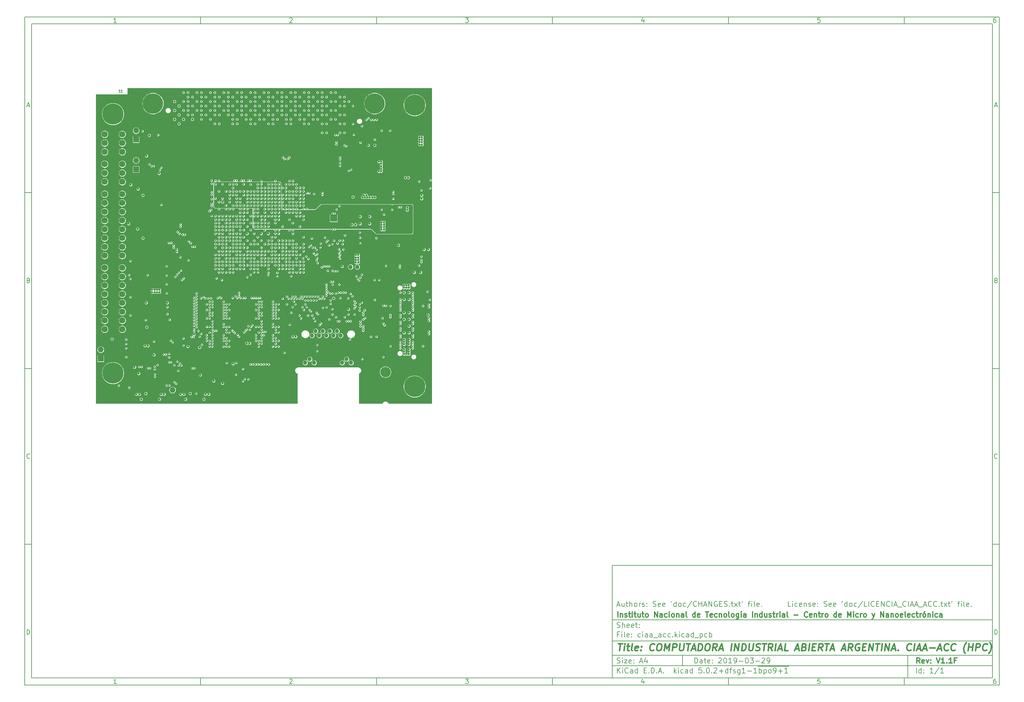
<source format=gbr>
G04 #@! TF.GenerationSoftware,KiCad,Pcbnew,5.0.2+dfsg1-1~bpo9+1*
G04 #@! TF.CreationDate,2019-03-29T14:07:49-03:00*
G04 #@! TF.ProjectId,ciaa_acc,63696161-5f61-4636-932e-6b696361645f,V1.1F*
G04 #@! TF.SameCoordinates,Original*
G04 #@! TF.FileFunction,Copper,L11,Inr*
G04 #@! TF.FilePolarity,Positive*
%FSLAX46Y46*%
G04 Gerber Fmt 4.6, Leading zero omitted, Abs format (unit mm)*
G04 Created by KiCad (PCBNEW 5.0.2+dfsg1-1~bpo9+1) date Fri 29 Mar 2019 02:07:49 PM -03*
%MOMM*%
%LPD*%
G01*
G04 APERTURE LIST*
%ADD10C,0.101600*%
%ADD11C,0.150000*%
%ADD12C,0.300000*%
%ADD13C,0.400000*%
G04 #@! TA.AperFunction,NonConductor*
%ADD14C,0.127000*%
G04 #@! TD*
G04 #@! TA.AperFunction,ViaPad*
%ADD15R,0.800000X0.800000*%
G04 #@! TD*
G04 #@! TA.AperFunction,ViaPad*
%ADD16O,1.200000X1.800000*%
G04 #@! TD*
G04 #@! TA.AperFunction,ViaPad*
%ADD17C,1.200000*%
G04 #@! TD*
G04 #@! TA.AperFunction,ViaPad*
%ADD18C,5.800000*%
G04 #@! TD*
G04 #@! TA.AperFunction,ViaPad*
%ADD19R,1.600000X1.600000*%
G04 #@! TD*
G04 #@! TA.AperFunction,ViaPad*
%ADD20C,1.778000*%
G04 #@! TD*
G04 #@! TA.AperFunction,ViaPad*
%ADD21R,1.651000X1.651000*%
G04 #@! TD*
G04 #@! TA.AperFunction,ViaPad*
%ADD22O,1.651000X1.651000*%
G04 #@! TD*
G04 #@! TA.AperFunction,ViaPad*
%ADD23R,0.750000X0.900000*%
G04 #@! TD*
G04 #@! TA.AperFunction,ViaPad*
%ADD24R,1.080000X0.780000*%
G04 #@! TD*
G04 #@! TA.AperFunction,ViaPad*
%ADD25R,1.287500X1.287500*%
G04 #@! TD*
G04 #@! TA.AperFunction,ViaPad*
%ADD26R,1.000000X1.250000*%
G04 #@! TD*
G04 #@! TA.AperFunction,ViaPad*
%ADD27R,1.250000X1.250000*%
G04 #@! TD*
G04 #@! TA.AperFunction,ViaPad*
%ADD28R,1.000000X1.000000*%
G04 #@! TD*
G04 #@! TA.AperFunction,ViaPad*
%ADD29R,1.500000X1.500000*%
G04 #@! TD*
G04 #@! TA.AperFunction,ViaPad*
%ADD30C,1.800000*%
G04 #@! TD*
G04 #@! TA.AperFunction,ViaPad*
%ADD31C,3.000000*%
G04 #@! TD*
G04 #@! TA.AperFunction,ViaPad*
%ADD32O,1.400000X2.600000*%
G04 #@! TD*
G04 #@! TA.AperFunction,ViaPad*
%ADD33O,4.000000X2.000000*%
G04 #@! TD*
G04 #@! TA.AperFunction,ViaPad*
%ADD34C,6.000000*%
G04 #@! TD*
G04 #@! TA.AperFunction,ViaPad*
%ADD35C,0.635000*%
G04 #@! TD*
G04 #@! TA.AperFunction,ViaPad*
%ADD36C,0.406400*%
G04 #@! TD*
G04 #@! TA.AperFunction,ViaPad*
%ADD37C,0.457200*%
G04 #@! TD*
G04 #@! TA.AperFunction,ViaPad*
%ADD38C,1.270000*%
G04 #@! TD*
G04 #@! TA.AperFunction,Conductor*
%ADD39C,0.101600*%
G04 #@! TD*
G04 APERTURE END LIST*
D10*
D11*
X177002200Y-166007200D02*
X177002200Y-198007200D01*
X285002200Y-198007200D01*
X285002200Y-166007200D01*
X177002200Y-166007200D01*
D10*
D11*
X10000000Y-10000000D02*
X10000000Y-200007200D01*
X287002200Y-200007200D01*
X287002200Y-10000000D01*
X10000000Y-10000000D01*
D10*
D11*
X12000000Y-12000000D02*
X12000000Y-198007200D01*
X285002200Y-198007200D01*
X285002200Y-12000000D01*
X12000000Y-12000000D01*
D10*
D11*
X60000000Y-12000000D02*
X60000000Y-10000000D01*
D10*
D11*
X110000000Y-12000000D02*
X110000000Y-10000000D01*
D10*
D11*
X160000000Y-12000000D02*
X160000000Y-10000000D01*
D10*
D11*
X210000000Y-12000000D02*
X210000000Y-10000000D01*
D10*
D11*
X260000000Y-12000000D02*
X260000000Y-10000000D01*
D10*
D11*
X36065476Y-11588095D02*
X35322619Y-11588095D01*
X35694047Y-11588095D02*
X35694047Y-10288095D01*
X35570238Y-10473809D01*
X35446428Y-10597619D01*
X35322619Y-10659523D01*
D10*
D11*
X85322619Y-10411904D02*
X85384523Y-10350000D01*
X85508333Y-10288095D01*
X85817857Y-10288095D01*
X85941666Y-10350000D01*
X86003571Y-10411904D01*
X86065476Y-10535714D01*
X86065476Y-10659523D01*
X86003571Y-10845238D01*
X85260714Y-11588095D01*
X86065476Y-11588095D01*
D10*
D11*
X135260714Y-10288095D02*
X136065476Y-10288095D01*
X135632142Y-10783333D01*
X135817857Y-10783333D01*
X135941666Y-10845238D01*
X136003571Y-10907142D01*
X136065476Y-11030952D01*
X136065476Y-11340476D01*
X136003571Y-11464285D01*
X135941666Y-11526190D01*
X135817857Y-11588095D01*
X135446428Y-11588095D01*
X135322619Y-11526190D01*
X135260714Y-11464285D01*
D10*
D11*
X185941666Y-10721428D02*
X185941666Y-11588095D01*
X185632142Y-10226190D02*
X185322619Y-11154761D01*
X186127380Y-11154761D01*
D10*
D11*
X236003571Y-10288095D02*
X235384523Y-10288095D01*
X235322619Y-10907142D01*
X235384523Y-10845238D01*
X235508333Y-10783333D01*
X235817857Y-10783333D01*
X235941666Y-10845238D01*
X236003571Y-10907142D01*
X236065476Y-11030952D01*
X236065476Y-11340476D01*
X236003571Y-11464285D01*
X235941666Y-11526190D01*
X235817857Y-11588095D01*
X235508333Y-11588095D01*
X235384523Y-11526190D01*
X235322619Y-11464285D01*
D10*
D11*
X285941666Y-10288095D02*
X285694047Y-10288095D01*
X285570238Y-10350000D01*
X285508333Y-10411904D01*
X285384523Y-10597619D01*
X285322619Y-10845238D01*
X285322619Y-11340476D01*
X285384523Y-11464285D01*
X285446428Y-11526190D01*
X285570238Y-11588095D01*
X285817857Y-11588095D01*
X285941666Y-11526190D01*
X286003571Y-11464285D01*
X286065476Y-11340476D01*
X286065476Y-11030952D01*
X286003571Y-10907142D01*
X285941666Y-10845238D01*
X285817857Y-10783333D01*
X285570238Y-10783333D01*
X285446428Y-10845238D01*
X285384523Y-10907142D01*
X285322619Y-11030952D01*
D10*
D11*
X60000000Y-198007200D02*
X60000000Y-200007200D01*
D10*
D11*
X110000000Y-198007200D02*
X110000000Y-200007200D01*
D10*
D11*
X160000000Y-198007200D02*
X160000000Y-200007200D01*
D10*
D11*
X210000000Y-198007200D02*
X210000000Y-200007200D01*
D10*
D11*
X260000000Y-198007200D02*
X260000000Y-200007200D01*
D10*
D11*
X36065476Y-199595295D02*
X35322619Y-199595295D01*
X35694047Y-199595295D02*
X35694047Y-198295295D01*
X35570238Y-198481009D01*
X35446428Y-198604819D01*
X35322619Y-198666723D01*
D10*
D11*
X85322619Y-198419104D02*
X85384523Y-198357200D01*
X85508333Y-198295295D01*
X85817857Y-198295295D01*
X85941666Y-198357200D01*
X86003571Y-198419104D01*
X86065476Y-198542914D01*
X86065476Y-198666723D01*
X86003571Y-198852438D01*
X85260714Y-199595295D01*
X86065476Y-199595295D01*
D10*
D11*
X135260714Y-198295295D02*
X136065476Y-198295295D01*
X135632142Y-198790533D01*
X135817857Y-198790533D01*
X135941666Y-198852438D01*
X136003571Y-198914342D01*
X136065476Y-199038152D01*
X136065476Y-199347676D01*
X136003571Y-199471485D01*
X135941666Y-199533390D01*
X135817857Y-199595295D01*
X135446428Y-199595295D01*
X135322619Y-199533390D01*
X135260714Y-199471485D01*
D10*
D11*
X185941666Y-198728628D02*
X185941666Y-199595295D01*
X185632142Y-198233390D02*
X185322619Y-199161961D01*
X186127380Y-199161961D01*
D10*
D11*
X236003571Y-198295295D02*
X235384523Y-198295295D01*
X235322619Y-198914342D01*
X235384523Y-198852438D01*
X235508333Y-198790533D01*
X235817857Y-198790533D01*
X235941666Y-198852438D01*
X236003571Y-198914342D01*
X236065476Y-199038152D01*
X236065476Y-199347676D01*
X236003571Y-199471485D01*
X235941666Y-199533390D01*
X235817857Y-199595295D01*
X235508333Y-199595295D01*
X235384523Y-199533390D01*
X235322619Y-199471485D01*
D10*
D11*
X285941666Y-198295295D02*
X285694047Y-198295295D01*
X285570238Y-198357200D01*
X285508333Y-198419104D01*
X285384523Y-198604819D01*
X285322619Y-198852438D01*
X285322619Y-199347676D01*
X285384523Y-199471485D01*
X285446428Y-199533390D01*
X285570238Y-199595295D01*
X285817857Y-199595295D01*
X285941666Y-199533390D01*
X286003571Y-199471485D01*
X286065476Y-199347676D01*
X286065476Y-199038152D01*
X286003571Y-198914342D01*
X285941666Y-198852438D01*
X285817857Y-198790533D01*
X285570238Y-198790533D01*
X285446428Y-198852438D01*
X285384523Y-198914342D01*
X285322619Y-199038152D01*
D10*
D11*
X10000000Y-60000000D02*
X12000000Y-60000000D01*
D10*
D11*
X10000000Y-110000000D02*
X12000000Y-110000000D01*
D10*
D11*
X10000000Y-160000000D02*
X12000000Y-160000000D01*
D10*
D11*
X10690476Y-35216666D02*
X11309523Y-35216666D01*
X10566666Y-35588095D02*
X11000000Y-34288095D01*
X11433333Y-35588095D01*
D10*
D11*
X11092857Y-84907142D02*
X11278571Y-84969047D01*
X11340476Y-85030952D01*
X11402380Y-85154761D01*
X11402380Y-85340476D01*
X11340476Y-85464285D01*
X11278571Y-85526190D01*
X11154761Y-85588095D01*
X10659523Y-85588095D01*
X10659523Y-84288095D01*
X11092857Y-84288095D01*
X11216666Y-84350000D01*
X11278571Y-84411904D01*
X11340476Y-84535714D01*
X11340476Y-84659523D01*
X11278571Y-84783333D01*
X11216666Y-84845238D01*
X11092857Y-84907142D01*
X10659523Y-84907142D01*
D10*
D11*
X11402380Y-135464285D02*
X11340476Y-135526190D01*
X11154761Y-135588095D01*
X11030952Y-135588095D01*
X10845238Y-135526190D01*
X10721428Y-135402380D01*
X10659523Y-135278571D01*
X10597619Y-135030952D01*
X10597619Y-134845238D01*
X10659523Y-134597619D01*
X10721428Y-134473809D01*
X10845238Y-134350000D01*
X11030952Y-134288095D01*
X11154761Y-134288095D01*
X11340476Y-134350000D01*
X11402380Y-134411904D01*
D10*
D11*
X10659523Y-185588095D02*
X10659523Y-184288095D01*
X10969047Y-184288095D01*
X11154761Y-184350000D01*
X11278571Y-184473809D01*
X11340476Y-184597619D01*
X11402380Y-184845238D01*
X11402380Y-185030952D01*
X11340476Y-185278571D01*
X11278571Y-185402380D01*
X11154761Y-185526190D01*
X10969047Y-185588095D01*
X10659523Y-185588095D01*
D10*
D11*
X287002200Y-60000000D02*
X285002200Y-60000000D01*
D10*
D11*
X287002200Y-110000000D02*
X285002200Y-110000000D01*
D10*
D11*
X287002200Y-160000000D02*
X285002200Y-160000000D01*
D10*
D11*
X285692676Y-35216666D02*
X286311723Y-35216666D01*
X285568866Y-35588095D02*
X286002200Y-34288095D01*
X286435533Y-35588095D01*
D10*
D11*
X286095057Y-84907142D02*
X286280771Y-84969047D01*
X286342676Y-85030952D01*
X286404580Y-85154761D01*
X286404580Y-85340476D01*
X286342676Y-85464285D01*
X286280771Y-85526190D01*
X286156961Y-85588095D01*
X285661723Y-85588095D01*
X285661723Y-84288095D01*
X286095057Y-84288095D01*
X286218866Y-84350000D01*
X286280771Y-84411904D01*
X286342676Y-84535714D01*
X286342676Y-84659523D01*
X286280771Y-84783333D01*
X286218866Y-84845238D01*
X286095057Y-84907142D01*
X285661723Y-84907142D01*
D10*
D11*
X286404580Y-135464285D02*
X286342676Y-135526190D01*
X286156961Y-135588095D01*
X286033152Y-135588095D01*
X285847438Y-135526190D01*
X285723628Y-135402380D01*
X285661723Y-135278571D01*
X285599819Y-135030952D01*
X285599819Y-134845238D01*
X285661723Y-134597619D01*
X285723628Y-134473809D01*
X285847438Y-134350000D01*
X286033152Y-134288095D01*
X286156961Y-134288095D01*
X286342676Y-134350000D01*
X286404580Y-134411904D01*
D10*
D11*
X285661723Y-185588095D02*
X285661723Y-184288095D01*
X285971247Y-184288095D01*
X286156961Y-184350000D01*
X286280771Y-184473809D01*
X286342676Y-184597619D01*
X286404580Y-184845238D01*
X286404580Y-185030952D01*
X286342676Y-185278571D01*
X286280771Y-185402380D01*
X286156961Y-185526190D01*
X285971247Y-185588095D01*
X285661723Y-185588095D01*
D10*
D11*
X200434342Y-193785771D02*
X200434342Y-192285771D01*
X200791485Y-192285771D01*
X201005771Y-192357200D01*
X201148628Y-192500057D01*
X201220057Y-192642914D01*
X201291485Y-192928628D01*
X201291485Y-193142914D01*
X201220057Y-193428628D01*
X201148628Y-193571485D01*
X201005771Y-193714342D01*
X200791485Y-193785771D01*
X200434342Y-193785771D01*
X202577200Y-193785771D02*
X202577200Y-193000057D01*
X202505771Y-192857200D01*
X202362914Y-192785771D01*
X202077200Y-192785771D01*
X201934342Y-192857200D01*
X202577200Y-193714342D02*
X202434342Y-193785771D01*
X202077200Y-193785771D01*
X201934342Y-193714342D01*
X201862914Y-193571485D01*
X201862914Y-193428628D01*
X201934342Y-193285771D01*
X202077200Y-193214342D01*
X202434342Y-193214342D01*
X202577200Y-193142914D01*
X203077200Y-192785771D02*
X203648628Y-192785771D01*
X203291485Y-192285771D02*
X203291485Y-193571485D01*
X203362914Y-193714342D01*
X203505771Y-193785771D01*
X203648628Y-193785771D01*
X204720057Y-193714342D02*
X204577200Y-193785771D01*
X204291485Y-193785771D01*
X204148628Y-193714342D01*
X204077200Y-193571485D01*
X204077200Y-193000057D01*
X204148628Y-192857200D01*
X204291485Y-192785771D01*
X204577200Y-192785771D01*
X204720057Y-192857200D01*
X204791485Y-193000057D01*
X204791485Y-193142914D01*
X204077200Y-193285771D01*
X205434342Y-193642914D02*
X205505771Y-193714342D01*
X205434342Y-193785771D01*
X205362914Y-193714342D01*
X205434342Y-193642914D01*
X205434342Y-193785771D01*
X205434342Y-192857200D02*
X205505771Y-192928628D01*
X205434342Y-193000057D01*
X205362914Y-192928628D01*
X205434342Y-192857200D01*
X205434342Y-193000057D01*
X207220057Y-192428628D02*
X207291485Y-192357200D01*
X207434342Y-192285771D01*
X207791485Y-192285771D01*
X207934342Y-192357200D01*
X208005771Y-192428628D01*
X208077200Y-192571485D01*
X208077200Y-192714342D01*
X208005771Y-192928628D01*
X207148628Y-193785771D01*
X208077200Y-193785771D01*
X209005771Y-192285771D02*
X209148628Y-192285771D01*
X209291485Y-192357200D01*
X209362914Y-192428628D01*
X209434342Y-192571485D01*
X209505771Y-192857200D01*
X209505771Y-193214342D01*
X209434342Y-193500057D01*
X209362914Y-193642914D01*
X209291485Y-193714342D01*
X209148628Y-193785771D01*
X209005771Y-193785771D01*
X208862914Y-193714342D01*
X208791485Y-193642914D01*
X208720057Y-193500057D01*
X208648628Y-193214342D01*
X208648628Y-192857200D01*
X208720057Y-192571485D01*
X208791485Y-192428628D01*
X208862914Y-192357200D01*
X209005771Y-192285771D01*
X210934342Y-193785771D02*
X210077200Y-193785771D01*
X210505771Y-193785771D02*
X210505771Y-192285771D01*
X210362914Y-192500057D01*
X210220057Y-192642914D01*
X210077200Y-192714342D01*
X211648628Y-193785771D02*
X211934342Y-193785771D01*
X212077200Y-193714342D01*
X212148628Y-193642914D01*
X212291485Y-193428628D01*
X212362914Y-193142914D01*
X212362914Y-192571485D01*
X212291485Y-192428628D01*
X212220057Y-192357200D01*
X212077200Y-192285771D01*
X211791485Y-192285771D01*
X211648628Y-192357200D01*
X211577200Y-192428628D01*
X211505771Y-192571485D01*
X211505771Y-192928628D01*
X211577200Y-193071485D01*
X211648628Y-193142914D01*
X211791485Y-193214342D01*
X212077200Y-193214342D01*
X212220057Y-193142914D01*
X212291485Y-193071485D01*
X212362914Y-192928628D01*
X213005771Y-193214342D02*
X214148628Y-193214342D01*
X215148628Y-192285771D02*
X215291485Y-192285771D01*
X215434342Y-192357200D01*
X215505771Y-192428628D01*
X215577200Y-192571485D01*
X215648628Y-192857200D01*
X215648628Y-193214342D01*
X215577200Y-193500057D01*
X215505771Y-193642914D01*
X215434342Y-193714342D01*
X215291485Y-193785771D01*
X215148628Y-193785771D01*
X215005771Y-193714342D01*
X214934342Y-193642914D01*
X214862914Y-193500057D01*
X214791485Y-193214342D01*
X214791485Y-192857200D01*
X214862914Y-192571485D01*
X214934342Y-192428628D01*
X215005771Y-192357200D01*
X215148628Y-192285771D01*
X216148628Y-192285771D02*
X217077200Y-192285771D01*
X216577200Y-192857200D01*
X216791485Y-192857200D01*
X216934342Y-192928628D01*
X217005771Y-193000057D01*
X217077200Y-193142914D01*
X217077200Y-193500057D01*
X217005771Y-193642914D01*
X216934342Y-193714342D01*
X216791485Y-193785771D01*
X216362914Y-193785771D01*
X216220057Y-193714342D01*
X216148628Y-193642914D01*
X217720057Y-193214342D02*
X218862914Y-193214342D01*
X219505771Y-192428628D02*
X219577200Y-192357200D01*
X219720057Y-192285771D01*
X220077200Y-192285771D01*
X220220057Y-192357200D01*
X220291485Y-192428628D01*
X220362914Y-192571485D01*
X220362914Y-192714342D01*
X220291485Y-192928628D01*
X219434342Y-193785771D01*
X220362914Y-193785771D01*
X221077200Y-193785771D02*
X221362914Y-193785771D01*
X221505771Y-193714342D01*
X221577200Y-193642914D01*
X221720057Y-193428628D01*
X221791485Y-193142914D01*
X221791485Y-192571485D01*
X221720057Y-192428628D01*
X221648628Y-192357200D01*
X221505771Y-192285771D01*
X221220057Y-192285771D01*
X221077200Y-192357200D01*
X221005771Y-192428628D01*
X220934342Y-192571485D01*
X220934342Y-192928628D01*
X221005771Y-193071485D01*
X221077200Y-193142914D01*
X221220057Y-193214342D01*
X221505771Y-193214342D01*
X221648628Y-193142914D01*
X221720057Y-193071485D01*
X221791485Y-192928628D01*
D10*
D11*
X177002200Y-194507200D02*
X285002200Y-194507200D01*
D10*
D11*
X178434342Y-196585771D02*
X178434342Y-195085771D01*
X179291485Y-196585771D02*
X178648628Y-195728628D01*
X179291485Y-195085771D02*
X178434342Y-195942914D01*
X179934342Y-196585771D02*
X179934342Y-195585771D01*
X179934342Y-195085771D02*
X179862914Y-195157200D01*
X179934342Y-195228628D01*
X180005771Y-195157200D01*
X179934342Y-195085771D01*
X179934342Y-195228628D01*
X181505771Y-196442914D02*
X181434342Y-196514342D01*
X181220057Y-196585771D01*
X181077200Y-196585771D01*
X180862914Y-196514342D01*
X180720057Y-196371485D01*
X180648628Y-196228628D01*
X180577200Y-195942914D01*
X180577200Y-195728628D01*
X180648628Y-195442914D01*
X180720057Y-195300057D01*
X180862914Y-195157200D01*
X181077200Y-195085771D01*
X181220057Y-195085771D01*
X181434342Y-195157200D01*
X181505771Y-195228628D01*
X182791485Y-196585771D02*
X182791485Y-195800057D01*
X182720057Y-195657200D01*
X182577200Y-195585771D01*
X182291485Y-195585771D01*
X182148628Y-195657200D01*
X182791485Y-196514342D02*
X182648628Y-196585771D01*
X182291485Y-196585771D01*
X182148628Y-196514342D01*
X182077200Y-196371485D01*
X182077200Y-196228628D01*
X182148628Y-196085771D01*
X182291485Y-196014342D01*
X182648628Y-196014342D01*
X182791485Y-195942914D01*
X184148628Y-196585771D02*
X184148628Y-195085771D01*
X184148628Y-196514342D02*
X184005771Y-196585771D01*
X183720057Y-196585771D01*
X183577200Y-196514342D01*
X183505771Y-196442914D01*
X183434342Y-196300057D01*
X183434342Y-195871485D01*
X183505771Y-195728628D01*
X183577200Y-195657200D01*
X183720057Y-195585771D01*
X184005771Y-195585771D01*
X184148628Y-195657200D01*
X186005771Y-195800057D02*
X186505771Y-195800057D01*
X186720057Y-196585771D02*
X186005771Y-196585771D01*
X186005771Y-195085771D01*
X186720057Y-195085771D01*
X187362914Y-196442914D02*
X187434342Y-196514342D01*
X187362914Y-196585771D01*
X187291485Y-196514342D01*
X187362914Y-196442914D01*
X187362914Y-196585771D01*
X188077200Y-196585771D02*
X188077200Y-195085771D01*
X188434342Y-195085771D01*
X188648628Y-195157200D01*
X188791485Y-195300057D01*
X188862914Y-195442914D01*
X188934342Y-195728628D01*
X188934342Y-195942914D01*
X188862914Y-196228628D01*
X188791485Y-196371485D01*
X188648628Y-196514342D01*
X188434342Y-196585771D01*
X188077200Y-196585771D01*
X189577200Y-196442914D02*
X189648628Y-196514342D01*
X189577200Y-196585771D01*
X189505771Y-196514342D01*
X189577200Y-196442914D01*
X189577200Y-196585771D01*
X190220057Y-196157200D02*
X190934342Y-196157200D01*
X190077200Y-196585771D02*
X190577200Y-195085771D01*
X191077200Y-196585771D01*
X191577200Y-196442914D02*
X191648628Y-196514342D01*
X191577200Y-196585771D01*
X191505771Y-196514342D01*
X191577200Y-196442914D01*
X191577200Y-196585771D01*
X194577200Y-196585771D02*
X194577200Y-195085771D01*
X194720057Y-196014342D02*
X195148628Y-196585771D01*
X195148628Y-195585771D02*
X194577200Y-196157200D01*
X195791485Y-196585771D02*
X195791485Y-195585771D01*
X195791485Y-195085771D02*
X195720057Y-195157200D01*
X195791485Y-195228628D01*
X195862914Y-195157200D01*
X195791485Y-195085771D01*
X195791485Y-195228628D01*
X197148628Y-196514342D02*
X197005771Y-196585771D01*
X196720057Y-196585771D01*
X196577200Y-196514342D01*
X196505771Y-196442914D01*
X196434342Y-196300057D01*
X196434342Y-195871485D01*
X196505771Y-195728628D01*
X196577200Y-195657200D01*
X196720057Y-195585771D01*
X197005771Y-195585771D01*
X197148628Y-195657200D01*
X198434342Y-196585771D02*
X198434342Y-195800057D01*
X198362914Y-195657200D01*
X198220057Y-195585771D01*
X197934342Y-195585771D01*
X197791485Y-195657200D01*
X198434342Y-196514342D02*
X198291485Y-196585771D01*
X197934342Y-196585771D01*
X197791485Y-196514342D01*
X197720057Y-196371485D01*
X197720057Y-196228628D01*
X197791485Y-196085771D01*
X197934342Y-196014342D01*
X198291485Y-196014342D01*
X198434342Y-195942914D01*
X199791485Y-196585771D02*
X199791485Y-195085771D01*
X199791485Y-196514342D02*
X199648628Y-196585771D01*
X199362914Y-196585771D01*
X199220057Y-196514342D01*
X199148628Y-196442914D01*
X199077200Y-196300057D01*
X199077200Y-195871485D01*
X199148628Y-195728628D01*
X199220057Y-195657200D01*
X199362914Y-195585771D01*
X199648628Y-195585771D01*
X199791485Y-195657200D01*
X202362914Y-195085771D02*
X201648628Y-195085771D01*
X201577200Y-195800057D01*
X201648628Y-195728628D01*
X201791485Y-195657200D01*
X202148628Y-195657200D01*
X202291485Y-195728628D01*
X202362914Y-195800057D01*
X202434342Y-195942914D01*
X202434342Y-196300057D01*
X202362914Y-196442914D01*
X202291485Y-196514342D01*
X202148628Y-196585771D01*
X201791485Y-196585771D01*
X201648628Y-196514342D01*
X201577200Y-196442914D01*
X203077200Y-196442914D02*
X203148628Y-196514342D01*
X203077200Y-196585771D01*
X203005771Y-196514342D01*
X203077200Y-196442914D01*
X203077200Y-196585771D01*
X204077200Y-195085771D02*
X204220057Y-195085771D01*
X204362914Y-195157200D01*
X204434342Y-195228628D01*
X204505771Y-195371485D01*
X204577200Y-195657200D01*
X204577200Y-196014342D01*
X204505771Y-196300057D01*
X204434342Y-196442914D01*
X204362914Y-196514342D01*
X204220057Y-196585771D01*
X204077200Y-196585771D01*
X203934342Y-196514342D01*
X203862914Y-196442914D01*
X203791485Y-196300057D01*
X203720057Y-196014342D01*
X203720057Y-195657200D01*
X203791485Y-195371485D01*
X203862914Y-195228628D01*
X203934342Y-195157200D01*
X204077200Y-195085771D01*
X205220057Y-196442914D02*
X205291485Y-196514342D01*
X205220057Y-196585771D01*
X205148628Y-196514342D01*
X205220057Y-196442914D01*
X205220057Y-196585771D01*
X205862914Y-195228628D02*
X205934342Y-195157200D01*
X206077200Y-195085771D01*
X206434342Y-195085771D01*
X206577200Y-195157200D01*
X206648628Y-195228628D01*
X206720057Y-195371485D01*
X206720057Y-195514342D01*
X206648628Y-195728628D01*
X205791485Y-196585771D01*
X206720057Y-196585771D01*
X207362914Y-196014342D02*
X208505771Y-196014342D01*
X207934342Y-196585771D02*
X207934342Y-195442914D01*
X209862914Y-196585771D02*
X209862914Y-195085771D01*
X209862914Y-196514342D02*
X209720057Y-196585771D01*
X209434342Y-196585771D01*
X209291485Y-196514342D01*
X209220057Y-196442914D01*
X209148628Y-196300057D01*
X209148628Y-195871485D01*
X209220057Y-195728628D01*
X209291485Y-195657200D01*
X209434342Y-195585771D01*
X209720057Y-195585771D01*
X209862914Y-195657200D01*
X210362914Y-195585771D02*
X210934342Y-195585771D01*
X210577200Y-196585771D02*
X210577200Y-195300057D01*
X210648628Y-195157200D01*
X210791485Y-195085771D01*
X210934342Y-195085771D01*
X211362914Y-196514342D02*
X211505771Y-196585771D01*
X211791485Y-196585771D01*
X211934342Y-196514342D01*
X212005771Y-196371485D01*
X212005771Y-196300057D01*
X211934342Y-196157200D01*
X211791485Y-196085771D01*
X211577200Y-196085771D01*
X211434342Y-196014342D01*
X211362914Y-195871485D01*
X211362914Y-195800057D01*
X211434342Y-195657200D01*
X211577200Y-195585771D01*
X211791485Y-195585771D01*
X211934342Y-195657200D01*
X213291485Y-195585771D02*
X213291485Y-196800057D01*
X213220057Y-196942914D01*
X213148628Y-197014342D01*
X213005771Y-197085771D01*
X212791485Y-197085771D01*
X212648628Y-197014342D01*
X213291485Y-196514342D02*
X213148628Y-196585771D01*
X212862914Y-196585771D01*
X212720057Y-196514342D01*
X212648628Y-196442914D01*
X212577200Y-196300057D01*
X212577200Y-195871485D01*
X212648628Y-195728628D01*
X212720057Y-195657200D01*
X212862914Y-195585771D01*
X213148628Y-195585771D01*
X213291485Y-195657200D01*
X214791485Y-196585771D02*
X213934342Y-196585771D01*
X214362914Y-196585771D02*
X214362914Y-195085771D01*
X214220057Y-195300057D01*
X214077200Y-195442914D01*
X213934342Y-195514342D01*
X215434342Y-196014342D02*
X216577200Y-196014342D01*
X218077200Y-196585771D02*
X217220057Y-196585771D01*
X217648628Y-196585771D02*
X217648628Y-195085771D01*
X217505771Y-195300057D01*
X217362914Y-195442914D01*
X217220057Y-195514342D01*
X218362914Y-194677200D02*
X219720057Y-194677200D01*
X218720057Y-196585771D02*
X218720057Y-195085771D01*
X218720057Y-195657200D02*
X218862914Y-195585771D01*
X219148628Y-195585771D01*
X219291485Y-195657200D01*
X219362914Y-195728628D01*
X219434342Y-195871485D01*
X219434342Y-196300057D01*
X219362914Y-196442914D01*
X219291485Y-196514342D01*
X219148628Y-196585771D01*
X218862914Y-196585771D01*
X218720057Y-196514342D01*
X219720057Y-194677200D02*
X221077200Y-194677200D01*
X220077200Y-195585771D02*
X220077200Y-197085771D01*
X220077200Y-195657200D02*
X220220057Y-195585771D01*
X220505771Y-195585771D01*
X220648628Y-195657200D01*
X220720057Y-195728628D01*
X220791485Y-195871485D01*
X220791485Y-196300057D01*
X220720057Y-196442914D01*
X220648628Y-196514342D01*
X220505771Y-196585771D01*
X220220057Y-196585771D01*
X220077200Y-196514342D01*
X221077200Y-194677200D02*
X222434342Y-194677200D01*
X221648628Y-196585771D02*
X221505771Y-196514342D01*
X221434342Y-196442914D01*
X221362914Y-196300057D01*
X221362914Y-195871485D01*
X221434342Y-195728628D01*
X221505771Y-195657200D01*
X221648628Y-195585771D01*
X221862914Y-195585771D01*
X222005771Y-195657200D01*
X222077200Y-195728628D01*
X222148628Y-195871485D01*
X222148628Y-196300057D01*
X222077200Y-196442914D01*
X222005771Y-196514342D01*
X221862914Y-196585771D01*
X221648628Y-196585771D01*
X222434342Y-194677200D02*
X223862914Y-194677200D01*
X222862914Y-196585771D02*
X223148628Y-196585771D01*
X223291485Y-196514342D01*
X223362914Y-196442914D01*
X223505771Y-196228628D01*
X223577200Y-195942914D01*
X223577200Y-195371485D01*
X223505771Y-195228628D01*
X223434342Y-195157200D01*
X223291485Y-195085771D01*
X223005771Y-195085771D01*
X222862914Y-195157200D01*
X222791485Y-195228628D01*
X222720057Y-195371485D01*
X222720057Y-195728628D01*
X222791485Y-195871485D01*
X222862914Y-195942914D01*
X223005771Y-196014342D01*
X223291485Y-196014342D01*
X223434342Y-195942914D01*
X223505771Y-195871485D01*
X223577200Y-195728628D01*
X223862914Y-194677200D02*
X225720057Y-194677200D01*
X224220057Y-196014342D02*
X225362914Y-196014342D01*
X224791485Y-196585771D02*
X224791485Y-195442914D01*
X225720057Y-194677200D02*
X227148628Y-194677200D01*
X226862914Y-196585771D02*
X226005771Y-196585771D01*
X226434342Y-196585771D02*
X226434342Y-195085771D01*
X226291485Y-195300057D01*
X226148628Y-195442914D01*
X226005771Y-195514342D01*
D10*
D11*
X177002200Y-191507200D02*
X285002200Y-191507200D01*
D10*
D12*
X264411485Y-193785771D02*
X263911485Y-193071485D01*
X263554342Y-193785771D02*
X263554342Y-192285771D01*
X264125771Y-192285771D01*
X264268628Y-192357200D01*
X264340057Y-192428628D01*
X264411485Y-192571485D01*
X264411485Y-192785771D01*
X264340057Y-192928628D01*
X264268628Y-193000057D01*
X264125771Y-193071485D01*
X263554342Y-193071485D01*
X265625771Y-193714342D02*
X265482914Y-193785771D01*
X265197200Y-193785771D01*
X265054342Y-193714342D01*
X264982914Y-193571485D01*
X264982914Y-193000057D01*
X265054342Y-192857200D01*
X265197200Y-192785771D01*
X265482914Y-192785771D01*
X265625771Y-192857200D01*
X265697200Y-193000057D01*
X265697200Y-193142914D01*
X264982914Y-193285771D01*
X266197200Y-192785771D02*
X266554342Y-193785771D01*
X266911485Y-192785771D01*
X267482914Y-193642914D02*
X267554342Y-193714342D01*
X267482914Y-193785771D01*
X267411485Y-193714342D01*
X267482914Y-193642914D01*
X267482914Y-193785771D01*
X267482914Y-192857200D02*
X267554342Y-192928628D01*
X267482914Y-193000057D01*
X267411485Y-192928628D01*
X267482914Y-192857200D01*
X267482914Y-193000057D01*
X269125771Y-192285771D02*
X269625771Y-193785771D01*
X270125771Y-192285771D01*
X271411485Y-193785771D02*
X270554342Y-193785771D01*
X270982914Y-193785771D02*
X270982914Y-192285771D01*
X270840057Y-192500057D01*
X270697200Y-192642914D01*
X270554342Y-192714342D01*
X272054342Y-193642914D02*
X272125771Y-193714342D01*
X272054342Y-193785771D01*
X271982914Y-193714342D01*
X272054342Y-193642914D01*
X272054342Y-193785771D01*
X273554342Y-193785771D02*
X272697200Y-193785771D01*
X273125771Y-193785771D02*
X273125771Y-192285771D01*
X272982914Y-192500057D01*
X272840057Y-192642914D01*
X272697200Y-192714342D01*
X274697200Y-193000057D02*
X274197200Y-193000057D01*
X274197200Y-193785771D02*
X274197200Y-192285771D01*
X274911485Y-192285771D01*
D10*
D11*
X178362914Y-193714342D02*
X178577200Y-193785771D01*
X178934342Y-193785771D01*
X179077200Y-193714342D01*
X179148628Y-193642914D01*
X179220057Y-193500057D01*
X179220057Y-193357200D01*
X179148628Y-193214342D01*
X179077200Y-193142914D01*
X178934342Y-193071485D01*
X178648628Y-193000057D01*
X178505771Y-192928628D01*
X178434342Y-192857200D01*
X178362914Y-192714342D01*
X178362914Y-192571485D01*
X178434342Y-192428628D01*
X178505771Y-192357200D01*
X178648628Y-192285771D01*
X179005771Y-192285771D01*
X179220057Y-192357200D01*
X179862914Y-193785771D02*
X179862914Y-192785771D01*
X179862914Y-192285771D02*
X179791485Y-192357200D01*
X179862914Y-192428628D01*
X179934342Y-192357200D01*
X179862914Y-192285771D01*
X179862914Y-192428628D01*
X180434342Y-192785771D02*
X181220057Y-192785771D01*
X180434342Y-193785771D01*
X181220057Y-193785771D01*
X182362914Y-193714342D02*
X182220057Y-193785771D01*
X181934342Y-193785771D01*
X181791485Y-193714342D01*
X181720057Y-193571485D01*
X181720057Y-193000057D01*
X181791485Y-192857200D01*
X181934342Y-192785771D01*
X182220057Y-192785771D01*
X182362914Y-192857200D01*
X182434342Y-193000057D01*
X182434342Y-193142914D01*
X181720057Y-193285771D01*
X183077200Y-193642914D02*
X183148628Y-193714342D01*
X183077200Y-193785771D01*
X183005771Y-193714342D01*
X183077200Y-193642914D01*
X183077200Y-193785771D01*
X183077200Y-192857200D02*
X183148628Y-192928628D01*
X183077200Y-193000057D01*
X183005771Y-192928628D01*
X183077200Y-192857200D01*
X183077200Y-193000057D01*
X184862914Y-193357200D02*
X185577200Y-193357200D01*
X184720057Y-193785771D02*
X185220057Y-192285771D01*
X185720057Y-193785771D01*
X186862914Y-192785771D02*
X186862914Y-193785771D01*
X186505771Y-192214342D02*
X186148628Y-193285771D01*
X187077200Y-193285771D01*
D10*
D11*
X263434342Y-196585771D02*
X263434342Y-195085771D01*
X264791485Y-196585771D02*
X264791485Y-195085771D01*
X264791485Y-196514342D02*
X264648628Y-196585771D01*
X264362914Y-196585771D01*
X264220057Y-196514342D01*
X264148628Y-196442914D01*
X264077200Y-196300057D01*
X264077200Y-195871485D01*
X264148628Y-195728628D01*
X264220057Y-195657200D01*
X264362914Y-195585771D01*
X264648628Y-195585771D01*
X264791485Y-195657200D01*
X265505771Y-196442914D02*
X265577200Y-196514342D01*
X265505771Y-196585771D01*
X265434342Y-196514342D01*
X265505771Y-196442914D01*
X265505771Y-196585771D01*
X265505771Y-195657200D02*
X265577200Y-195728628D01*
X265505771Y-195800057D01*
X265434342Y-195728628D01*
X265505771Y-195657200D01*
X265505771Y-195800057D01*
X268148628Y-196585771D02*
X267291485Y-196585771D01*
X267720057Y-196585771D02*
X267720057Y-195085771D01*
X267577200Y-195300057D01*
X267434342Y-195442914D01*
X267291485Y-195514342D01*
X269862914Y-195014342D02*
X268577200Y-196942914D01*
X271148628Y-196585771D02*
X270291485Y-196585771D01*
X270720057Y-196585771D02*
X270720057Y-195085771D01*
X270577200Y-195300057D01*
X270434342Y-195442914D01*
X270291485Y-195514342D01*
D10*
D11*
X177002200Y-187507200D02*
X285002200Y-187507200D01*
D10*
D13*
X178714580Y-188211961D02*
X179857438Y-188211961D01*
X179036009Y-190211961D02*
X179286009Y-188211961D01*
X180274104Y-190211961D02*
X180440771Y-188878628D01*
X180524104Y-188211961D02*
X180416961Y-188307200D01*
X180500295Y-188402438D01*
X180607438Y-188307200D01*
X180524104Y-188211961D01*
X180500295Y-188402438D01*
X181107438Y-188878628D02*
X181869342Y-188878628D01*
X181476485Y-188211961D02*
X181262200Y-189926247D01*
X181333628Y-190116723D01*
X181512200Y-190211961D01*
X181702676Y-190211961D01*
X182655057Y-190211961D02*
X182476485Y-190116723D01*
X182405057Y-189926247D01*
X182619342Y-188211961D01*
X184190771Y-190116723D02*
X183988390Y-190211961D01*
X183607438Y-190211961D01*
X183428866Y-190116723D01*
X183357438Y-189926247D01*
X183452676Y-189164342D01*
X183571723Y-188973866D01*
X183774104Y-188878628D01*
X184155057Y-188878628D01*
X184333628Y-188973866D01*
X184405057Y-189164342D01*
X184381247Y-189354819D01*
X183405057Y-189545295D01*
X185155057Y-190021485D02*
X185238390Y-190116723D01*
X185131247Y-190211961D01*
X185047914Y-190116723D01*
X185155057Y-190021485D01*
X185131247Y-190211961D01*
X185286009Y-188973866D02*
X185369342Y-189069104D01*
X185262200Y-189164342D01*
X185178866Y-189069104D01*
X185286009Y-188973866D01*
X185262200Y-189164342D01*
X188774104Y-190021485D02*
X188666961Y-190116723D01*
X188369342Y-190211961D01*
X188178866Y-190211961D01*
X187905057Y-190116723D01*
X187738390Y-189926247D01*
X187666961Y-189735771D01*
X187619342Y-189354819D01*
X187655057Y-189069104D01*
X187797914Y-188688152D01*
X187916961Y-188497676D01*
X188131247Y-188307200D01*
X188428866Y-188211961D01*
X188619342Y-188211961D01*
X188893152Y-188307200D01*
X188976485Y-188402438D01*
X190238390Y-188211961D02*
X190619342Y-188211961D01*
X190797914Y-188307200D01*
X190964580Y-188497676D01*
X191012200Y-188878628D01*
X190928866Y-189545295D01*
X190786009Y-189926247D01*
X190571723Y-190116723D01*
X190369342Y-190211961D01*
X189988390Y-190211961D01*
X189809819Y-190116723D01*
X189643152Y-189926247D01*
X189595533Y-189545295D01*
X189678866Y-188878628D01*
X189821723Y-188497676D01*
X190036009Y-188307200D01*
X190238390Y-188211961D01*
X191702676Y-190211961D02*
X191952676Y-188211961D01*
X192440771Y-189640533D01*
X193286009Y-188211961D01*
X193036009Y-190211961D01*
X193988390Y-190211961D02*
X194238390Y-188211961D01*
X195000295Y-188211961D01*
X195178866Y-188307200D01*
X195262200Y-188402438D01*
X195333628Y-188592914D01*
X195297914Y-188878628D01*
X195178866Y-189069104D01*
X195071723Y-189164342D01*
X194869342Y-189259580D01*
X194107438Y-189259580D01*
X196238390Y-188211961D02*
X196036009Y-189831009D01*
X196107438Y-190021485D01*
X196190771Y-190116723D01*
X196369342Y-190211961D01*
X196750295Y-190211961D01*
X196952676Y-190116723D01*
X197059819Y-190021485D01*
X197178866Y-189831009D01*
X197381247Y-188211961D01*
X198047914Y-188211961D02*
X199190771Y-188211961D01*
X198369342Y-190211961D02*
X198619342Y-188211961D01*
X199583628Y-189640533D02*
X200536009Y-189640533D01*
X199321723Y-190211961D02*
X200238390Y-188211961D01*
X200655057Y-190211961D01*
X201321723Y-190211961D02*
X201571723Y-188211961D01*
X202047914Y-188211961D01*
X202321723Y-188307200D01*
X202488390Y-188497676D01*
X202559819Y-188688152D01*
X202607438Y-189069104D01*
X202571723Y-189354819D01*
X202428866Y-189735771D01*
X202309819Y-189926247D01*
X202095533Y-190116723D01*
X201797914Y-190211961D01*
X201321723Y-190211961D01*
X203952676Y-188211961D02*
X204333628Y-188211961D01*
X204512200Y-188307200D01*
X204678866Y-188497676D01*
X204726485Y-188878628D01*
X204643152Y-189545295D01*
X204500295Y-189926247D01*
X204286009Y-190116723D01*
X204083628Y-190211961D01*
X203702676Y-190211961D01*
X203524104Y-190116723D01*
X203357438Y-189926247D01*
X203309819Y-189545295D01*
X203393152Y-188878628D01*
X203536009Y-188497676D01*
X203750295Y-188307200D01*
X203952676Y-188211961D01*
X206559819Y-190211961D02*
X206012200Y-189259580D01*
X205416961Y-190211961D02*
X205666961Y-188211961D01*
X206428866Y-188211961D01*
X206607438Y-188307200D01*
X206690771Y-188402438D01*
X206762200Y-188592914D01*
X206726485Y-188878628D01*
X206607438Y-189069104D01*
X206500295Y-189164342D01*
X206297914Y-189259580D01*
X205536009Y-189259580D01*
X207393152Y-189640533D02*
X208345533Y-189640533D01*
X207131247Y-190211961D02*
X208047914Y-188211961D01*
X208464580Y-190211961D01*
X210655057Y-190211961D02*
X210905057Y-188211961D01*
X211607438Y-190211961D02*
X211857438Y-188211961D01*
X212750295Y-190211961D01*
X213000295Y-188211961D01*
X213702676Y-190211961D02*
X213952676Y-188211961D01*
X214428866Y-188211961D01*
X214702676Y-188307200D01*
X214869342Y-188497676D01*
X214940771Y-188688152D01*
X214988390Y-189069104D01*
X214952676Y-189354819D01*
X214809819Y-189735771D01*
X214690771Y-189926247D01*
X214476485Y-190116723D01*
X214178866Y-190211961D01*
X213702676Y-190211961D01*
X215952676Y-188211961D02*
X215750295Y-189831009D01*
X215821723Y-190021485D01*
X215905057Y-190116723D01*
X216083628Y-190211961D01*
X216464580Y-190211961D01*
X216666961Y-190116723D01*
X216774104Y-190021485D01*
X216893152Y-189831009D01*
X217095533Y-188211961D01*
X217714580Y-190116723D02*
X217988390Y-190211961D01*
X218464580Y-190211961D01*
X218666961Y-190116723D01*
X218774104Y-190021485D01*
X218893152Y-189831009D01*
X218916961Y-189640533D01*
X218845533Y-189450057D01*
X218762200Y-189354819D01*
X218583628Y-189259580D01*
X218214580Y-189164342D01*
X218036009Y-189069104D01*
X217952676Y-188973866D01*
X217881247Y-188783390D01*
X217905057Y-188592914D01*
X218024104Y-188402438D01*
X218131247Y-188307200D01*
X218333628Y-188211961D01*
X218809819Y-188211961D01*
X219083628Y-188307200D01*
X219666961Y-188211961D02*
X220809819Y-188211961D01*
X219988390Y-190211961D02*
X220238390Y-188211961D01*
X222369342Y-190211961D02*
X221821723Y-189259580D01*
X221226485Y-190211961D02*
X221476485Y-188211961D01*
X222238390Y-188211961D01*
X222416961Y-188307200D01*
X222500295Y-188402438D01*
X222571723Y-188592914D01*
X222536009Y-188878628D01*
X222416961Y-189069104D01*
X222309819Y-189164342D01*
X222107438Y-189259580D01*
X221345533Y-189259580D01*
X223226485Y-190211961D02*
X223476485Y-188211961D01*
X224155057Y-189640533D02*
X225107438Y-189640533D01*
X223893152Y-190211961D02*
X224809819Y-188211961D01*
X225226485Y-190211961D01*
X226845533Y-190211961D02*
X225893152Y-190211961D01*
X226143152Y-188211961D01*
X229012200Y-189640533D02*
X229964580Y-189640533D01*
X228750295Y-190211961D02*
X229666961Y-188211961D01*
X230083628Y-190211961D01*
X231547914Y-189164342D02*
X231821723Y-189259580D01*
X231905057Y-189354819D01*
X231976485Y-189545295D01*
X231940771Y-189831009D01*
X231821723Y-190021485D01*
X231714580Y-190116723D01*
X231512200Y-190211961D01*
X230750295Y-190211961D01*
X231000295Y-188211961D01*
X231666961Y-188211961D01*
X231845533Y-188307200D01*
X231928866Y-188402438D01*
X232000295Y-188592914D01*
X231976485Y-188783390D01*
X231857438Y-188973866D01*
X231750295Y-189069104D01*
X231547914Y-189164342D01*
X230881247Y-189164342D01*
X232750295Y-190211961D02*
X233000295Y-188211961D01*
X233833628Y-189164342D02*
X234500295Y-189164342D01*
X234655057Y-190211961D02*
X233702676Y-190211961D01*
X233952676Y-188211961D01*
X234905057Y-188211961D01*
X236655057Y-190211961D02*
X236107438Y-189259580D01*
X235512200Y-190211961D02*
X235762200Y-188211961D01*
X236524104Y-188211961D01*
X236702676Y-188307200D01*
X236786009Y-188402438D01*
X236857438Y-188592914D01*
X236821723Y-188878628D01*
X236702676Y-189069104D01*
X236595533Y-189164342D01*
X236393152Y-189259580D01*
X235631247Y-189259580D01*
X237476485Y-188211961D02*
X238619342Y-188211961D01*
X237797914Y-190211961D02*
X238047914Y-188211961D01*
X239012200Y-189640533D02*
X239964580Y-189640533D01*
X238750295Y-190211961D02*
X239666961Y-188211961D01*
X240083628Y-190211961D01*
X242250295Y-189640533D02*
X243202676Y-189640533D01*
X241988390Y-190211961D02*
X242905057Y-188211961D01*
X243321723Y-190211961D01*
X245131247Y-190211961D02*
X244583628Y-189259580D01*
X243988390Y-190211961D02*
X244238390Y-188211961D01*
X245000295Y-188211961D01*
X245178866Y-188307200D01*
X245262200Y-188402438D01*
X245333628Y-188592914D01*
X245297914Y-188878628D01*
X245178866Y-189069104D01*
X245071723Y-189164342D01*
X244869342Y-189259580D01*
X244107438Y-189259580D01*
X247274104Y-188307200D02*
X247095533Y-188211961D01*
X246809819Y-188211961D01*
X246512200Y-188307200D01*
X246297914Y-188497676D01*
X246178866Y-188688152D01*
X246036009Y-189069104D01*
X246000295Y-189354819D01*
X246047914Y-189735771D01*
X246119342Y-189926247D01*
X246286009Y-190116723D01*
X246559819Y-190211961D01*
X246750295Y-190211961D01*
X247047914Y-190116723D01*
X247155057Y-190021485D01*
X247238390Y-189354819D01*
X246857438Y-189354819D01*
X248119342Y-189164342D02*
X248786009Y-189164342D01*
X248940771Y-190211961D02*
X247988390Y-190211961D01*
X248238390Y-188211961D01*
X249190771Y-188211961D01*
X249797914Y-190211961D02*
X250047914Y-188211961D01*
X250940771Y-190211961D01*
X251190771Y-188211961D01*
X251857438Y-188211961D02*
X253000295Y-188211961D01*
X252178866Y-190211961D02*
X252428866Y-188211961D01*
X253416961Y-190211961D02*
X253666961Y-188211961D01*
X254369342Y-190211961D02*
X254619342Y-188211961D01*
X255512199Y-190211961D01*
X255762199Y-188211961D01*
X256440771Y-189640533D02*
X257393152Y-189640533D01*
X256178866Y-190211961D02*
X257095533Y-188211961D01*
X257512199Y-190211961D01*
X258202676Y-190021485D02*
X258286009Y-190116723D01*
X258178866Y-190211961D01*
X258095533Y-190116723D01*
X258202676Y-190021485D01*
X258178866Y-190211961D01*
X261821723Y-190021485D02*
X261714580Y-190116723D01*
X261416961Y-190211961D01*
X261226485Y-190211961D01*
X260952676Y-190116723D01*
X260786009Y-189926247D01*
X260714580Y-189735771D01*
X260666961Y-189354819D01*
X260702676Y-189069104D01*
X260845533Y-188688152D01*
X260964580Y-188497676D01*
X261178866Y-188307200D01*
X261476485Y-188211961D01*
X261666961Y-188211961D01*
X261940771Y-188307200D01*
X262024104Y-188402438D01*
X262655057Y-190211961D02*
X262905057Y-188211961D01*
X263583628Y-189640533D02*
X264536009Y-189640533D01*
X263321723Y-190211961D02*
X264238390Y-188211961D01*
X264655057Y-190211961D01*
X265297914Y-189640533D02*
X266250295Y-189640533D01*
X265036009Y-190211961D02*
X265952676Y-188211961D01*
X266369342Y-190211961D01*
X267131247Y-189450057D02*
X268655057Y-189450057D01*
X269488390Y-189640533D02*
X270440771Y-189640533D01*
X269226485Y-190211961D02*
X270143152Y-188211961D01*
X270559819Y-190211961D01*
X272393152Y-190021485D02*
X272286009Y-190116723D01*
X271988390Y-190211961D01*
X271797914Y-190211961D01*
X271524104Y-190116723D01*
X271357438Y-189926247D01*
X271286009Y-189735771D01*
X271238390Y-189354819D01*
X271274104Y-189069104D01*
X271416961Y-188688152D01*
X271536009Y-188497676D01*
X271750295Y-188307200D01*
X272047914Y-188211961D01*
X272238390Y-188211961D01*
X272512200Y-188307200D01*
X272595533Y-188402438D01*
X274393152Y-190021485D02*
X274286009Y-190116723D01*
X273988390Y-190211961D01*
X273797914Y-190211961D01*
X273524104Y-190116723D01*
X273357438Y-189926247D01*
X273286009Y-189735771D01*
X273238390Y-189354819D01*
X273274104Y-189069104D01*
X273416961Y-188688152D01*
X273536009Y-188497676D01*
X273750295Y-188307200D01*
X274047914Y-188211961D01*
X274238390Y-188211961D01*
X274512200Y-188307200D01*
X274595533Y-188402438D01*
X277226485Y-190973866D02*
X277143152Y-190878628D01*
X276988390Y-190592914D01*
X276916961Y-190402438D01*
X276857438Y-190116723D01*
X276821723Y-189640533D01*
X276869342Y-189259580D01*
X277024104Y-188783390D01*
X277155057Y-188497676D01*
X277274104Y-188307200D01*
X277500295Y-188021485D01*
X277607438Y-187926247D01*
X278083628Y-190211961D02*
X278333628Y-188211961D01*
X278214580Y-189164342D02*
X279357438Y-189164342D01*
X279226485Y-190211961D02*
X279476485Y-188211961D01*
X280178866Y-190211961D02*
X280428866Y-188211961D01*
X281190771Y-188211961D01*
X281369342Y-188307200D01*
X281452676Y-188402438D01*
X281524104Y-188592914D01*
X281488390Y-188878628D01*
X281369342Y-189069104D01*
X281262200Y-189164342D01*
X281059819Y-189259580D01*
X280297914Y-189259580D01*
X283345533Y-190021485D02*
X283238390Y-190116723D01*
X282940771Y-190211961D01*
X282750295Y-190211961D01*
X282476485Y-190116723D01*
X282309819Y-189926247D01*
X282238390Y-189735771D01*
X282190771Y-189354819D01*
X282226485Y-189069104D01*
X282369342Y-188688152D01*
X282488390Y-188497676D01*
X282702676Y-188307200D01*
X283000295Y-188211961D01*
X283190771Y-188211961D01*
X283464580Y-188307200D01*
X283547914Y-188402438D01*
X283893152Y-190973866D02*
X284000295Y-190878628D01*
X284226485Y-190592914D01*
X284345533Y-190402438D01*
X284476485Y-190116723D01*
X284631247Y-189640533D01*
X284678866Y-189259580D01*
X284643152Y-188783390D01*
X284583628Y-188497676D01*
X284512200Y-188307200D01*
X284357438Y-188021485D01*
X284274104Y-187926247D01*
D10*
D11*
X178934342Y-185600057D02*
X178434342Y-185600057D01*
X178434342Y-186385771D02*
X178434342Y-184885771D01*
X179148628Y-184885771D01*
X179720057Y-186385771D02*
X179720057Y-185385771D01*
X179720057Y-184885771D02*
X179648628Y-184957200D01*
X179720057Y-185028628D01*
X179791485Y-184957200D01*
X179720057Y-184885771D01*
X179720057Y-185028628D01*
X180648628Y-186385771D02*
X180505771Y-186314342D01*
X180434342Y-186171485D01*
X180434342Y-184885771D01*
X181791485Y-186314342D02*
X181648628Y-186385771D01*
X181362914Y-186385771D01*
X181220057Y-186314342D01*
X181148628Y-186171485D01*
X181148628Y-185600057D01*
X181220057Y-185457200D01*
X181362914Y-185385771D01*
X181648628Y-185385771D01*
X181791485Y-185457200D01*
X181862914Y-185600057D01*
X181862914Y-185742914D01*
X181148628Y-185885771D01*
X182505771Y-186242914D02*
X182577200Y-186314342D01*
X182505771Y-186385771D01*
X182434342Y-186314342D01*
X182505771Y-186242914D01*
X182505771Y-186385771D01*
X182505771Y-185457200D02*
X182577200Y-185528628D01*
X182505771Y-185600057D01*
X182434342Y-185528628D01*
X182505771Y-185457200D01*
X182505771Y-185600057D01*
X185005771Y-186314342D02*
X184862914Y-186385771D01*
X184577200Y-186385771D01*
X184434342Y-186314342D01*
X184362914Y-186242914D01*
X184291485Y-186100057D01*
X184291485Y-185671485D01*
X184362914Y-185528628D01*
X184434342Y-185457200D01*
X184577200Y-185385771D01*
X184862914Y-185385771D01*
X185005771Y-185457200D01*
X185648628Y-186385771D02*
X185648628Y-185385771D01*
X185648628Y-184885771D02*
X185577200Y-184957200D01*
X185648628Y-185028628D01*
X185720057Y-184957200D01*
X185648628Y-184885771D01*
X185648628Y-185028628D01*
X187005771Y-186385771D02*
X187005771Y-185600057D01*
X186934342Y-185457200D01*
X186791485Y-185385771D01*
X186505771Y-185385771D01*
X186362914Y-185457200D01*
X187005771Y-186314342D02*
X186862914Y-186385771D01*
X186505771Y-186385771D01*
X186362914Y-186314342D01*
X186291485Y-186171485D01*
X186291485Y-186028628D01*
X186362914Y-185885771D01*
X186505771Y-185814342D01*
X186862914Y-185814342D01*
X187005771Y-185742914D01*
X188362914Y-186385771D02*
X188362914Y-185600057D01*
X188291485Y-185457200D01*
X188148628Y-185385771D01*
X187862914Y-185385771D01*
X187720057Y-185457200D01*
X188362914Y-186314342D02*
X188220057Y-186385771D01*
X187862914Y-186385771D01*
X187720057Y-186314342D01*
X187648628Y-186171485D01*
X187648628Y-186028628D01*
X187720057Y-185885771D01*
X187862914Y-185814342D01*
X188220057Y-185814342D01*
X188362914Y-185742914D01*
X188720057Y-186528628D02*
X189862914Y-186528628D01*
X190862914Y-186385771D02*
X190862914Y-185600057D01*
X190791485Y-185457200D01*
X190648628Y-185385771D01*
X190362914Y-185385771D01*
X190220057Y-185457200D01*
X190862914Y-186314342D02*
X190720057Y-186385771D01*
X190362914Y-186385771D01*
X190220057Y-186314342D01*
X190148628Y-186171485D01*
X190148628Y-186028628D01*
X190220057Y-185885771D01*
X190362914Y-185814342D01*
X190720057Y-185814342D01*
X190862914Y-185742914D01*
X192220057Y-186314342D02*
X192077200Y-186385771D01*
X191791485Y-186385771D01*
X191648628Y-186314342D01*
X191577200Y-186242914D01*
X191505771Y-186100057D01*
X191505771Y-185671485D01*
X191577200Y-185528628D01*
X191648628Y-185457200D01*
X191791485Y-185385771D01*
X192077200Y-185385771D01*
X192220057Y-185457200D01*
X193505771Y-186314342D02*
X193362914Y-186385771D01*
X193077200Y-186385771D01*
X192934342Y-186314342D01*
X192862914Y-186242914D01*
X192791485Y-186100057D01*
X192791485Y-185671485D01*
X192862914Y-185528628D01*
X192934342Y-185457200D01*
X193077200Y-185385771D01*
X193362914Y-185385771D01*
X193505771Y-185457200D01*
X194148628Y-186242914D02*
X194220057Y-186314342D01*
X194148628Y-186385771D01*
X194077200Y-186314342D01*
X194148628Y-186242914D01*
X194148628Y-186385771D01*
X194862914Y-186385771D02*
X194862914Y-184885771D01*
X195005771Y-185814342D02*
X195434342Y-186385771D01*
X195434342Y-185385771D02*
X194862914Y-185957200D01*
X196077200Y-186385771D02*
X196077200Y-185385771D01*
X196077200Y-184885771D02*
X196005771Y-184957200D01*
X196077200Y-185028628D01*
X196148628Y-184957200D01*
X196077200Y-184885771D01*
X196077200Y-185028628D01*
X197434342Y-186314342D02*
X197291485Y-186385771D01*
X197005771Y-186385771D01*
X196862914Y-186314342D01*
X196791485Y-186242914D01*
X196720057Y-186100057D01*
X196720057Y-185671485D01*
X196791485Y-185528628D01*
X196862914Y-185457200D01*
X197005771Y-185385771D01*
X197291485Y-185385771D01*
X197434342Y-185457200D01*
X198720057Y-186385771D02*
X198720057Y-185600057D01*
X198648628Y-185457200D01*
X198505771Y-185385771D01*
X198220057Y-185385771D01*
X198077200Y-185457200D01*
X198720057Y-186314342D02*
X198577200Y-186385771D01*
X198220057Y-186385771D01*
X198077200Y-186314342D01*
X198005771Y-186171485D01*
X198005771Y-186028628D01*
X198077200Y-185885771D01*
X198220057Y-185814342D01*
X198577200Y-185814342D01*
X198720057Y-185742914D01*
X200077200Y-186385771D02*
X200077200Y-184885771D01*
X200077200Y-186314342D02*
X199934342Y-186385771D01*
X199648628Y-186385771D01*
X199505771Y-186314342D01*
X199434342Y-186242914D01*
X199362914Y-186100057D01*
X199362914Y-185671485D01*
X199434342Y-185528628D01*
X199505771Y-185457200D01*
X199648628Y-185385771D01*
X199934342Y-185385771D01*
X200077200Y-185457200D01*
X200434342Y-186528628D02*
X201577200Y-186528628D01*
X201934342Y-185385771D02*
X201934342Y-186885771D01*
X201934342Y-185457200D02*
X202077200Y-185385771D01*
X202362914Y-185385771D01*
X202505771Y-185457200D01*
X202577200Y-185528628D01*
X202648628Y-185671485D01*
X202648628Y-186100057D01*
X202577200Y-186242914D01*
X202505771Y-186314342D01*
X202362914Y-186385771D01*
X202077200Y-186385771D01*
X201934342Y-186314342D01*
X203934342Y-186314342D02*
X203791485Y-186385771D01*
X203505771Y-186385771D01*
X203362914Y-186314342D01*
X203291485Y-186242914D01*
X203220057Y-186100057D01*
X203220057Y-185671485D01*
X203291485Y-185528628D01*
X203362914Y-185457200D01*
X203505771Y-185385771D01*
X203791485Y-185385771D01*
X203934342Y-185457200D01*
X204577200Y-186385771D02*
X204577200Y-184885771D01*
X204577200Y-185457200D02*
X204720057Y-185385771D01*
X205005771Y-185385771D01*
X205148628Y-185457200D01*
X205220057Y-185528628D01*
X205291485Y-185671485D01*
X205291485Y-186100057D01*
X205220057Y-186242914D01*
X205148628Y-186314342D01*
X205005771Y-186385771D01*
X204720057Y-186385771D01*
X204577200Y-186314342D01*
D10*
D11*
X177002200Y-181507200D02*
X285002200Y-181507200D01*
D10*
D11*
X178362914Y-183614342D02*
X178577200Y-183685771D01*
X178934342Y-183685771D01*
X179077200Y-183614342D01*
X179148628Y-183542914D01*
X179220057Y-183400057D01*
X179220057Y-183257200D01*
X179148628Y-183114342D01*
X179077200Y-183042914D01*
X178934342Y-182971485D01*
X178648628Y-182900057D01*
X178505771Y-182828628D01*
X178434342Y-182757200D01*
X178362914Y-182614342D01*
X178362914Y-182471485D01*
X178434342Y-182328628D01*
X178505771Y-182257200D01*
X178648628Y-182185771D01*
X179005771Y-182185771D01*
X179220057Y-182257200D01*
X179862914Y-183685771D02*
X179862914Y-182185771D01*
X180505771Y-183685771D02*
X180505771Y-182900057D01*
X180434342Y-182757200D01*
X180291485Y-182685771D01*
X180077200Y-182685771D01*
X179934342Y-182757200D01*
X179862914Y-182828628D01*
X181791485Y-183614342D02*
X181648628Y-183685771D01*
X181362914Y-183685771D01*
X181220057Y-183614342D01*
X181148628Y-183471485D01*
X181148628Y-182900057D01*
X181220057Y-182757200D01*
X181362914Y-182685771D01*
X181648628Y-182685771D01*
X181791485Y-182757200D01*
X181862914Y-182900057D01*
X181862914Y-183042914D01*
X181148628Y-183185771D01*
X183077200Y-183614342D02*
X182934342Y-183685771D01*
X182648628Y-183685771D01*
X182505771Y-183614342D01*
X182434342Y-183471485D01*
X182434342Y-182900057D01*
X182505771Y-182757200D01*
X182648628Y-182685771D01*
X182934342Y-182685771D01*
X183077200Y-182757200D01*
X183148628Y-182900057D01*
X183148628Y-183042914D01*
X182434342Y-183185771D01*
X183577200Y-182685771D02*
X184148628Y-182685771D01*
X183791485Y-182185771D02*
X183791485Y-183471485D01*
X183862914Y-183614342D01*
X184005771Y-183685771D01*
X184148628Y-183685771D01*
X184648628Y-183542914D02*
X184720057Y-183614342D01*
X184648628Y-183685771D01*
X184577200Y-183614342D01*
X184648628Y-183542914D01*
X184648628Y-183685771D01*
X184648628Y-182757200D02*
X184720057Y-182828628D01*
X184648628Y-182900057D01*
X184577200Y-182828628D01*
X184648628Y-182757200D01*
X184648628Y-182900057D01*
D10*
D12*
X178554342Y-180685771D02*
X178554342Y-179185771D01*
X179268628Y-179685771D02*
X179268628Y-180685771D01*
X179268628Y-179828628D02*
X179340057Y-179757200D01*
X179482914Y-179685771D01*
X179697200Y-179685771D01*
X179840057Y-179757200D01*
X179911485Y-179900057D01*
X179911485Y-180685771D01*
X180554342Y-180614342D02*
X180697200Y-180685771D01*
X180982914Y-180685771D01*
X181125771Y-180614342D01*
X181197200Y-180471485D01*
X181197200Y-180400057D01*
X181125771Y-180257200D01*
X180982914Y-180185771D01*
X180768628Y-180185771D01*
X180625771Y-180114342D01*
X180554342Y-179971485D01*
X180554342Y-179900057D01*
X180625771Y-179757200D01*
X180768628Y-179685771D01*
X180982914Y-179685771D01*
X181125771Y-179757200D01*
X181625771Y-179685771D02*
X182197200Y-179685771D01*
X181840057Y-179185771D02*
X181840057Y-180471485D01*
X181911485Y-180614342D01*
X182054342Y-180685771D01*
X182197200Y-180685771D01*
X182697200Y-180685771D02*
X182697200Y-179685771D01*
X182697200Y-179185771D02*
X182625771Y-179257200D01*
X182697200Y-179328628D01*
X182768628Y-179257200D01*
X182697200Y-179185771D01*
X182697200Y-179328628D01*
X183197200Y-179685771D02*
X183768628Y-179685771D01*
X183411485Y-179185771D02*
X183411485Y-180471485D01*
X183482914Y-180614342D01*
X183625771Y-180685771D01*
X183768628Y-180685771D01*
X184911485Y-179685771D02*
X184911485Y-180685771D01*
X184268628Y-179685771D02*
X184268628Y-180471485D01*
X184340057Y-180614342D01*
X184482914Y-180685771D01*
X184697200Y-180685771D01*
X184840057Y-180614342D01*
X184911485Y-180542914D01*
X185411485Y-179685771D02*
X185982914Y-179685771D01*
X185625771Y-179185771D02*
X185625771Y-180471485D01*
X185697200Y-180614342D01*
X185840057Y-180685771D01*
X185982914Y-180685771D01*
X186697200Y-180685771D02*
X186554342Y-180614342D01*
X186482914Y-180542914D01*
X186411485Y-180400057D01*
X186411485Y-179971485D01*
X186482914Y-179828628D01*
X186554342Y-179757200D01*
X186697200Y-179685771D01*
X186911485Y-179685771D01*
X187054342Y-179757200D01*
X187125771Y-179828628D01*
X187197200Y-179971485D01*
X187197200Y-180400057D01*
X187125771Y-180542914D01*
X187054342Y-180614342D01*
X186911485Y-180685771D01*
X186697200Y-180685771D01*
X188982914Y-180685771D02*
X188982914Y-179185771D01*
X189840057Y-180685771D01*
X189840057Y-179185771D01*
X191197200Y-180685771D02*
X191197200Y-179900057D01*
X191125771Y-179757200D01*
X190982914Y-179685771D01*
X190697200Y-179685771D01*
X190554342Y-179757200D01*
X191197200Y-180614342D02*
X191054342Y-180685771D01*
X190697200Y-180685771D01*
X190554342Y-180614342D01*
X190482914Y-180471485D01*
X190482914Y-180328628D01*
X190554342Y-180185771D01*
X190697200Y-180114342D01*
X191054342Y-180114342D01*
X191197200Y-180042914D01*
X192554342Y-180614342D02*
X192411485Y-180685771D01*
X192125771Y-180685771D01*
X191982914Y-180614342D01*
X191911485Y-180542914D01*
X191840057Y-180400057D01*
X191840057Y-179971485D01*
X191911485Y-179828628D01*
X191982914Y-179757200D01*
X192125771Y-179685771D01*
X192411485Y-179685771D01*
X192554342Y-179757200D01*
X193197200Y-180685771D02*
X193197200Y-179685771D01*
X193197200Y-179185771D02*
X193125771Y-179257200D01*
X193197200Y-179328628D01*
X193268628Y-179257200D01*
X193197200Y-179185771D01*
X193197200Y-179328628D01*
X194125771Y-180685771D02*
X193982914Y-180614342D01*
X193911485Y-180542914D01*
X193840057Y-180400057D01*
X193840057Y-179971485D01*
X193911485Y-179828628D01*
X193982914Y-179757200D01*
X194125771Y-179685771D01*
X194340057Y-179685771D01*
X194482914Y-179757200D01*
X194554342Y-179828628D01*
X194625771Y-179971485D01*
X194625771Y-180400057D01*
X194554342Y-180542914D01*
X194482914Y-180614342D01*
X194340057Y-180685771D01*
X194125771Y-180685771D01*
X195268628Y-179685771D02*
X195268628Y-180685771D01*
X195268628Y-179828628D02*
X195340057Y-179757200D01*
X195482914Y-179685771D01*
X195697200Y-179685771D01*
X195840057Y-179757200D01*
X195911485Y-179900057D01*
X195911485Y-180685771D01*
X197268628Y-180685771D02*
X197268628Y-179900057D01*
X197197200Y-179757200D01*
X197054342Y-179685771D01*
X196768628Y-179685771D01*
X196625771Y-179757200D01*
X197268628Y-180614342D02*
X197125771Y-180685771D01*
X196768628Y-180685771D01*
X196625771Y-180614342D01*
X196554342Y-180471485D01*
X196554342Y-180328628D01*
X196625771Y-180185771D01*
X196768628Y-180114342D01*
X197125771Y-180114342D01*
X197268628Y-180042914D01*
X198197200Y-180685771D02*
X198054342Y-180614342D01*
X197982914Y-180471485D01*
X197982914Y-179185771D01*
X200554342Y-180685771D02*
X200554342Y-179185771D01*
X200554342Y-180614342D02*
X200411485Y-180685771D01*
X200125771Y-180685771D01*
X199982914Y-180614342D01*
X199911485Y-180542914D01*
X199840057Y-180400057D01*
X199840057Y-179971485D01*
X199911485Y-179828628D01*
X199982914Y-179757200D01*
X200125771Y-179685771D01*
X200411485Y-179685771D01*
X200554342Y-179757200D01*
X201840057Y-180614342D02*
X201697200Y-180685771D01*
X201411485Y-180685771D01*
X201268628Y-180614342D01*
X201197200Y-180471485D01*
X201197200Y-179900057D01*
X201268628Y-179757200D01*
X201411485Y-179685771D01*
X201697200Y-179685771D01*
X201840057Y-179757200D01*
X201911485Y-179900057D01*
X201911485Y-180042914D01*
X201197200Y-180185771D01*
X203482914Y-179185771D02*
X204340057Y-179185771D01*
X203911485Y-180685771D02*
X203911485Y-179185771D01*
X205411485Y-180614342D02*
X205268628Y-180685771D01*
X204982914Y-180685771D01*
X204840057Y-180614342D01*
X204768628Y-180471485D01*
X204768628Y-179900057D01*
X204840057Y-179757200D01*
X204982914Y-179685771D01*
X205268628Y-179685771D01*
X205411485Y-179757200D01*
X205482914Y-179900057D01*
X205482914Y-180042914D01*
X204768628Y-180185771D01*
X206768628Y-180614342D02*
X206625771Y-180685771D01*
X206340057Y-180685771D01*
X206197200Y-180614342D01*
X206125771Y-180542914D01*
X206054342Y-180400057D01*
X206054342Y-179971485D01*
X206125771Y-179828628D01*
X206197200Y-179757200D01*
X206340057Y-179685771D01*
X206625771Y-179685771D01*
X206768628Y-179757200D01*
X207411485Y-179685771D02*
X207411485Y-180685771D01*
X207411485Y-179828628D02*
X207482914Y-179757200D01*
X207625771Y-179685771D01*
X207840057Y-179685771D01*
X207982914Y-179757200D01*
X208054342Y-179900057D01*
X208054342Y-180685771D01*
X208982914Y-180685771D02*
X208840057Y-180614342D01*
X208768628Y-180542914D01*
X208697200Y-180400057D01*
X208697200Y-179971485D01*
X208768628Y-179828628D01*
X208840057Y-179757200D01*
X208982914Y-179685771D01*
X209197200Y-179685771D01*
X209340057Y-179757200D01*
X209411485Y-179828628D01*
X209482914Y-179971485D01*
X209482914Y-180400057D01*
X209411485Y-180542914D01*
X209340057Y-180614342D01*
X209197200Y-180685771D01*
X208982914Y-180685771D01*
X210340057Y-180685771D02*
X210197200Y-180614342D01*
X210125771Y-180471485D01*
X210125771Y-179185771D01*
X211125771Y-180685771D02*
X210982914Y-180614342D01*
X210911485Y-180542914D01*
X210840057Y-180400057D01*
X210840057Y-179971485D01*
X210911485Y-179828628D01*
X210982914Y-179757200D01*
X211125771Y-179685771D01*
X211340057Y-179685771D01*
X211482914Y-179757200D01*
X211554342Y-179828628D01*
X211625771Y-179971485D01*
X211625771Y-180400057D01*
X211554342Y-180542914D01*
X211482914Y-180614342D01*
X211340057Y-180685771D01*
X211125771Y-180685771D01*
X212911485Y-179685771D02*
X212911485Y-180900057D01*
X212840057Y-181042914D01*
X212768628Y-181114342D01*
X212625771Y-181185771D01*
X212411485Y-181185771D01*
X212268628Y-181114342D01*
X212911485Y-180614342D02*
X212768628Y-180685771D01*
X212482914Y-180685771D01*
X212340057Y-180614342D01*
X212268628Y-180542914D01*
X212197200Y-180400057D01*
X212197200Y-179971485D01*
X212268628Y-179828628D01*
X212340057Y-179757200D01*
X212482914Y-179685771D01*
X212768628Y-179685771D01*
X212911485Y-179757200D01*
X213625771Y-180685771D02*
X213625771Y-179685771D01*
X213768628Y-179114342D02*
X213554342Y-179328628D01*
X214982914Y-180685771D02*
X214982914Y-179900057D01*
X214911485Y-179757200D01*
X214768628Y-179685771D01*
X214482914Y-179685771D01*
X214340057Y-179757200D01*
X214982914Y-180614342D02*
X214840057Y-180685771D01*
X214482914Y-180685771D01*
X214340057Y-180614342D01*
X214268628Y-180471485D01*
X214268628Y-180328628D01*
X214340057Y-180185771D01*
X214482914Y-180114342D01*
X214840057Y-180114342D01*
X214982914Y-180042914D01*
X216840057Y-180685771D02*
X216840057Y-179185771D01*
X217554342Y-179685771D02*
X217554342Y-180685771D01*
X217554342Y-179828628D02*
X217625771Y-179757200D01*
X217768628Y-179685771D01*
X217982914Y-179685771D01*
X218125771Y-179757200D01*
X218197200Y-179900057D01*
X218197200Y-180685771D01*
X219554342Y-180685771D02*
X219554342Y-179185771D01*
X219554342Y-180614342D02*
X219411485Y-180685771D01*
X219125771Y-180685771D01*
X218982914Y-180614342D01*
X218911485Y-180542914D01*
X218840057Y-180400057D01*
X218840057Y-179971485D01*
X218911485Y-179828628D01*
X218982914Y-179757200D01*
X219125771Y-179685771D01*
X219411485Y-179685771D01*
X219554342Y-179757200D01*
X220911485Y-179685771D02*
X220911485Y-180685771D01*
X220268628Y-179685771D02*
X220268628Y-180471485D01*
X220340057Y-180614342D01*
X220482914Y-180685771D01*
X220697200Y-180685771D01*
X220840057Y-180614342D01*
X220911485Y-180542914D01*
X221554342Y-180614342D02*
X221697200Y-180685771D01*
X221982914Y-180685771D01*
X222125771Y-180614342D01*
X222197200Y-180471485D01*
X222197200Y-180400057D01*
X222125771Y-180257200D01*
X221982914Y-180185771D01*
X221768628Y-180185771D01*
X221625771Y-180114342D01*
X221554342Y-179971485D01*
X221554342Y-179900057D01*
X221625771Y-179757200D01*
X221768628Y-179685771D01*
X221982914Y-179685771D01*
X222125771Y-179757200D01*
X222625771Y-179685771D02*
X223197200Y-179685771D01*
X222840057Y-179185771D02*
X222840057Y-180471485D01*
X222911485Y-180614342D01*
X223054342Y-180685771D01*
X223197200Y-180685771D01*
X223697200Y-180685771D02*
X223697200Y-179685771D01*
X223697200Y-179971485D02*
X223768628Y-179828628D01*
X223840057Y-179757200D01*
X223982914Y-179685771D01*
X224125771Y-179685771D01*
X224625771Y-180685771D02*
X224625771Y-179685771D01*
X224625771Y-179185771D02*
X224554342Y-179257200D01*
X224625771Y-179328628D01*
X224697200Y-179257200D01*
X224625771Y-179185771D01*
X224625771Y-179328628D01*
X225982914Y-180685771D02*
X225982914Y-179900057D01*
X225911485Y-179757200D01*
X225768628Y-179685771D01*
X225482914Y-179685771D01*
X225340057Y-179757200D01*
X225982914Y-180614342D02*
X225840057Y-180685771D01*
X225482914Y-180685771D01*
X225340057Y-180614342D01*
X225268628Y-180471485D01*
X225268628Y-180328628D01*
X225340057Y-180185771D01*
X225482914Y-180114342D01*
X225840057Y-180114342D01*
X225982914Y-180042914D01*
X226911485Y-180685771D02*
X226768628Y-180614342D01*
X226697200Y-180471485D01*
X226697200Y-179185771D01*
X228625771Y-180114342D02*
X229768628Y-180114342D01*
X232482914Y-180542914D02*
X232411485Y-180614342D01*
X232197200Y-180685771D01*
X232054342Y-180685771D01*
X231840057Y-180614342D01*
X231697200Y-180471485D01*
X231625771Y-180328628D01*
X231554342Y-180042914D01*
X231554342Y-179828628D01*
X231625771Y-179542914D01*
X231697200Y-179400057D01*
X231840057Y-179257200D01*
X232054342Y-179185771D01*
X232197200Y-179185771D01*
X232411485Y-179257200D01*
X232482914Y-179328628D01*
X233697200Y-180614342D02*
X233554342Y-180685771D01*
X233268628Y-180685771D01*
X233125771Y-180614342D01*
X233054342Y-180471485D01*
X233054342Y-179900057D01*
X233125771Y-179757200D01*
X233268628Y-179685771D01*
X233554342Y-179685771D01*
X233697200Y-179757200D01*
X233768628Y-179900057D01*
X233768628Y-180042914D01*
X233054342Y-180185771D01*
X234411485Y-179685771D02*
X234411485Y-180685771D01*
X234411485Y-179828628D02*
X234482914Y-179757200D01*
X234625771Y-179685771D01*
X234840057Y-179685771D01*
X234982914Y-179757200D01*
X235054342Y-179900057D01*
X235054342Y-180685771D01*
X235554342Y-179685771D02*
X236125771Y-179685771D01*
X235768628Y-179185771D02*
X235768628Y-180471485D01*
X235840057Y-180614342D01*
X235982914Y-180685771D01*
X236125771Y-180685771D01*
X236625771Y-180685771D02*
X236625771Y-179685771D01*
X236625771Y-179971485D02*
X236697200Y-179828628D01*
X236768628Y-179757200D01*
X236911485Y-179685771D01*
X237054342Y-179685771D01*
X237768628Y-180685771D02*
X237625771Y-180614342D01*
X237554342Y-180542914D01*
X237482914Y-180400057D01*
X237482914Y-179971485D01*
X237554342Y-179828628D01*
X237625771Y-179757200D01*
X237768628Y-179685771D01*
X237982914Y-179685771D01*
X238125771Y-179757200D01*
X238197200Y-179828628D01*
X238268628Y-179971485D01*
X238268628Y-180400057D01*
X238197200Y-180542914D01*
X238125771Y-180614342D01*
X237982914Y-180685771D01*
X237768628Y-180685771D01*
X240697200Y-180685771D02*
X240697200Y-179185771D01*
X240697200Y-180614342D02*
X240554342Y-180685771D01*
X240268628Y-180685771D01*
X240125771Y-180614342D01*
X240054342Y-180542914D01*
X239982914Y-180400057D01*
X239982914Y-179971485D01*
X240054342Y-179828628D01*
X240125771Y-179757200D01*
X240268628Y-179685771D01*
X240554342Y-179685771D01*
X240697200Y-179757200D01*
X241982914Y-180614342D02*
X241840057Y-180685771D01*
X241554342Y-180685771D01*
X241411485Y-180614342D01*
X241340057Y-180471485D01*
X241340057Y-179900057D01*
X241411485Y-179757200D01*
X241554342Y-179685771D01*
X241840057Y-179685771D01*
X241982914Y-179757200D01*
X242054342Y-179900057D01*
X242054342Y-180042914D01*
X241340057Y-180185771D01*
X243840057Y-180685771D02*
X243840057Y-179185771D01*
X244340057Y-180257200D01*
X244840057Y-179185771D01*
X244840057Y-180685771D01*
X245554342Y-180685771D02*
X245554342Y-179685771D01*
X245554342Y-179185771D02*
X245482914Y-179257200D01*
X245554342Y-179328628D01*
X245625771Y-179257200D01*
X245554342Y-179185771D01*
X245554342Y-179328628D01*
X246911485Y-180614342D02*
X246768628Y-180685771D01*
X246482914Y-180685771D01*
X246340057Y-180614342D01*
X246268628Y-180542914D01*
X246197200Y-180400057D01*
X246197200Y-179971485D01*
X246268628Y-179828628D01*
X246340057Y-179757200D01*
X246482914Y-179685771D01*
X246768628Y-179685771D01*
X246911485Y-179757200D01*
X247554342Y-180685771D02*
X247554342Y-179685771D01*
X247554342Y-179971485D02*
X247625771Y-179828628D01*
X247697200Y-179757200D01*
X247840057Y-179685771D01*
X247982914Y-179685771D01*
X248697200Y-180685771D02*
X248554342Y-180614342D01*
X248482914Y-180542914D01*
X248411485Y-180400057D01*
X248411485Y-179971485D01*
X248482914Y-179828628D01*
X248554342Y-179757200D01*
X248697200Y-179685771D01*
X248911485Y-179685771D01*
X249054342Y-179757200D01*
X249125771Y-179828628D01*
X249197200Y-179971485D01*
X249197200Y-180400057D01*
X249125771Y-180542914D01*
X249054342Y-180614342D01*
X248911485Y-180685771D01*
X248697200Y-180685771D01*
X250840057Y-179685771D02*
X251197200Y-180685771D01*
X251554342Y-179685771D02*
X251197200Y-180685771D01*
X251054342Y-181042914D01*
X250982914Y-181114342D01*
X250840057Y-181185771D01*
X253268628Y-180685771D02*
X253268628Y-179185771D01*
X254125771Y-180685771D01*
X254125771Y-179185771D01*
X255482914Y-180685771D02*
X255482914Y-179900057D01*
X255411485Y-179757200D01*
X255268628Y-179685771D01*
X254982914Y-179685771D01*
X254840057Y-179757200D01*
X255482914Y-180614342D02*
X255340057Y-180685771D01*
X254982914Y-180685771D01*
X254840057Y-180614342D01*
X254768628Y-180471485D01*
X254768628Y-180328628D01*
X254840057Y-180185771D01*
X254982914Y-180114342D01*
X255340057Y-180114342D01*
X255482914Y-180042914D01*
X256197200Y-179685771D02*
X256197200Y-180685771D01*
X256197200Y-179828628D02*
X256268628Y-179757200D01*
X256411485Y-179685771D01*
X256625771Y-179685771D01*
X256768628Y-179757200D01*
X256840057Y-179900057D01*
X256840057Y-180685771D01*
X257768628Y-180685771D02*
X257625771Y-180614342D01*
X257554342Y-180542914D01*
X257482914Y-180400057D01*
X257482914Y-179971485D01*
X257554342Y-179828628D01*
X257625771Y-179757200D01*
X257768628Y-179685771D01*
X257982914Y-179685771D01*
X258125771Y-179757200D01*
X258197200Y-179828628D01*
X258268628Y-179971485D01*
X258268628Y-180400057D01*
X258197200Y-180542914D01*
X258125771Y-180614342D01*
X257982914Y-180685771D01*
X257768628Y-180685771D01*
X259482914Y-180614342D02*
X259340057Y-180685771D01*
X259054342Y-180685771D01*
X258911485Y-180614342D01*
X258840057Y-180471485D01*
X258840057Y-179900057D01*
X258911485Y-179757200D01*
X259054342Y-179685771D01*
X259340057Y-179685771D01*
X259482914Y-179757200D01*
X259554342Y-179900057D01*
X259554342Y-180042914D01*
X258840057Y-180185771D01*
X260411485Y-180685771D02*
X260268628Y-180614342D01*
X260197200Y-180471485D01*
X260197200Y-179185771D01*
X261554342Y-180614342D02*
X261411485Y-180685771D01*
X261125771Y-180685771D01*
X260982914Y-180614342D01*
X260911485Y-180471485D01*
X260911485Y-179900057D01*
X260982914Y-179757200D01*
X261125771Y-179685771D01*
X261411485Y-179685771D01*
X261554342Y-179757200D01*
X261625771Y-179900057D01*
X261625771Y-180042914D01*
X260911485Y-180185771D01*
X262911485Y-180614342D02*
X262768628Y-180685771D01*
X262482914Y-180685771D01*
X262340057Y-180614342D01*
X262268628Y-180542914D01*
X262197200Y-180400057D01*
X262197200Y-179971485D01*
X262268628Y-179828628D01*
X262340057Y-179757200D01*
X262482914Y-179685771D01*
X262768628Y-179685771D01*
X262911485Y-179757200D01*
X263340057Y-179685771D02*
X263911485Y-179685771D01*
X263554342Y-179185771D02*
X263554342Y-180471485D01*
X263625771Y-180614342D01*
X263768628Y-180685771D01*
X263911485Y-180685771D01*
X264411485Y-180685771D02*
X264411485Y-179685771D01*
X264411485Y-179971485D02*
X264482914Y-179828628D01*
X264554342Y-179757200D01*
X264697200Y-179685771D01*
X264840057Y-179685771D01*
X265554342Y-180685771D02*
X265411485Y-180614342D01*
X265340057Y-180542914D01*
X265268628Y-180400057D01*
X265268628Y-179971485D01*
X265340057Y-179828628D01*
X265411485Y-179757200D01*
X265554342Y-179685771D01*
X265768628Y-179685771D01*
X265911485Y-179757200D01*
X265982914Y-179828628D01*
X266054342Y-179971485D01*
X266054342Y-180400057D01*
X265982914Y-180542914D01*
X265911485Y-180614342D01*
X265768628Y-180685771D01*
X265554342Y-180685771D01*
X265840057Y-179114342D02*
X265625771Y-179328628D01*
X266697200Y-179685771D02*
X266697200Y-180685771D01*
X266697200Y-179828628D02*
X266768628Y-179757200D01*
X266911485Y-179685771D01*
X267125771Y-179685771D01*
X267268628Y-179757200D01*
X267340057Y-179900057D01*
X267340057Y-180685771D01*
X268054342Y-180685771D02*
X268054342Y-179685771D01*
X268054342Y-179185771D02*
X267982914Y-179257200D01*
X268054342Y-179328628D01*
X268125771Y-179257200D01*
X268054342Y-179185771D01*
X268054342Y-179328628D01*
X269411485Y-180614342D02*
X269268628Y-180685771D01*
X268982914Y-180685771D01*
X268840057Y-180614342D01*
X268768628Y-180542914D01*
X268697200Y-180400057D01*
X268697200Y-179971485D01*
X268768628Y-179828628D01*
X268840057Y-179757200D01*
X268982914Y-179685771D01*
X269268628Y-179685771D01*
X269411485Y-179757200D01*
X270697200Y-180685771D02*
X270697200Y-179900057D01*
X270625771Y-179757200D01*
X270482914Y-179685771D01*
X270197200Y-179685771D01*
X270054342Y-179757200D01*
X270697200Y-180614342D02*
X270554342Y-180685771D01*
X270197200Y-180685771D01*
X270054342Y-180614342D01*
X269982914Y-180471485D01*
X269982914Y-180328628D01*
X270054342Y-180185771D01*
X270197200Y-180114342D01*
X270554342Y-180114342D01*
X270697200Y-180042914D01*
D10*
D11*
X178362914Y-177257200D02*
X179077200Y-177257200D01*
X178220057Y-177685771D02*
X178720057Y-176185771D01*
X179220057Y-177685771D01*
X180362914Y-176685771D02*
X180362914Y-177685771D01*
X179720057Y-176685771D02*
X179720057Y-177471485D01*
X179791485Y-177614342D01*
X179934342Y-177685771D01*
X180148628Y-177685771D01*
X180291485Y-177614342D01*
X180362914Y-177542914D01*
X180862914Y-176685771D02*
X181434342Y-176685771D01*
X181077200Y-176185771D02*
X181077200Y-177471485D01*
X181148628Y-177614342D01*
X181291485Y-177685771D01*
X181434342Y-177685771D01*
X181934342Y-177685771D02*
X181934342Y-176185771D01*
X182577200Y-177685771D02*
X182577200Y-176900057D01*
X182505771Y-176757200D01*
X182362914Y-176685771D01*
X182148628Y-176685771D01*
X182005771Y-176757200D01*
X181934342Y-176828628D01*
X183505771Y-177685771D02*
X183362914Y-177614342D01*
X183291485Y-177542914D01*
X183220057Y-177400057D01*
X183220057Y-176971485D01*
X183291485Y-176828628D01*
X183362914Y-176757200D01*
X183505771Y-176685771D01*
X183720057Y-176685771D01*
X183862914Y-176757200D01*
X183934342Y-176828628D01*
X184005771Y-176971485D01*
X184005771Y-177400057D01*
X183934342Y-177542914D01*
X183862914Y-177614342D01*
X183720057Y-177685771D01*
X183505771Y-177685771D01*
X184648628Y-177685771D02*
X184648628Y-176685771D01*
X184648628Y-176971485D02*
X184720057Y-176828628D01*
X184791485Y-176757200D01*
X184934342Y-176685771D01*
X185077200Y-176685771D01*
X185505771Y-177614342D02*
X185648628Y-177685771D01*
X185934342Y-177685771D01*
X186077200Y-177614342D01*
X186148628Y-177471485D01*
X186148628Y-177400057D01*
X186077200Y-177257200D01*
X185934342Y-177185771D01*
X185720057Y-177185771D01*
X185577200Y-177114342D01*
X185505771Y-176971485D01*
X185505771Y-176900057D01*
X185577200Y-176757200D01*
X185720057Y-176685771D01*
X185934342Y-176685771D01*
X186077200Y-176757200D01*
X186791485Y-177542914D02*
X186862914Y-177614342D01*
X186791485Y-177685771D01*
X186720057Y-177614342D01*
X186791485Y-177542914D01*
X186791485Y-177685771D01*
X186791485Y-176757200D02*
X186862914Y-176828628D01*
X186791485Y-176900057D01*
X186720057Y-176828628D01*
X186791485Y-176757200D01*
X186791485Y-176900057D01*
X188577200Y-177614342D02*
X188791485Y-177685771D01*
X189148628Y-177685771D01*
X189291485Y-177614342D01*
X189362914Y-177542914D01*
X189434342Y-177400057D01*
X189434342Y-177257200D01*
X189362914Y-177114342D01*
X189291485Y-177042914D01*
X189148628Y-176971485D01*
X188862914Y-176900057D01*
X188720057Y-176828628D01*
X188648628Y-176757200D01*
X188577200Y-176614342D01*
X188577200Y-176471485D01*
X188648628Y-176328628D01*
X188720057Y-176257200D01*
X188862914Y-176185771D01*
X189220057Y-176185771D01*
X189434342Y-176257200D01*
X190648628Y-177614342D02*
X190505771Y-177685771D01*
X190220057Y-177685771D01*
X190077200Y-177614342D01*
X190005771Y-177471485D01*
X190005771Y-176900057D01*
X190077200Y-176757200D01*
X190220057Y-176685771D01*
X190505771Y-176685771D01*
X190648628Y-176757200D01*
X190720057Y-176900057D01*
X190720057Y-177042914D01*
X190005771Y-177185771D01*
X191934342Y-177614342D02*
X191791485Y-177685771D01*
X191505771Y-177685771D01*
X191362914Y-177614342D01*
X191291485Y-177471485D01*
X191291485Y-176900057D01*
X191362914Y-176757200D01*
X191505771Y-176685771D01*
X191791485Y-176685771D01*
X191934342Y-176757200D01*
X192005771Y-176900057D01*
X192005771Y-177042914D01*
X191291485Y-177185771D01*
X193862914Y-176185771D02*
X193720057Y-176471485D01*
X195148628Y-177685771D02*
X195148628Y-176185771D01*
X195148628Y-177614342D02*
X195005771Y-177685771D01*
X194720057Y-177685771D01*
X194577200Y-177614342D01*
X194505771Y-177542914D01*
X194434342Y-177400057D01*
X194434342Y-176971485D01*
X194505771Y-176828628D01*
X194577200Y-176757200D01*
X194720057Y-176685771D01*
X195005771Y-176685771D01*
X195148628Y-176757200D01*
X196077200Y-177685771D02*
X195934342Y-177614342D01*
X195862914Y-177542914D01*
X195791485Y-177400057D01*
X195791485Y-176971485D01*
X195862914Y-176828628D01*
X195934342Y-176757200D01*
X196077200Y-176685771D01*
X196291485Y-176685771D01*
X196434342Y-176757200D01*
X196505771Y-176828628D01*
X196577200Y-176971485D01*
X196577200Y-177400057D01*
X196505771Y-177542914D01*
X196434342Y-177614342D01*
X196291485Y-177685771D01*
X196077200Y-177685771D01*
X197862914Y-177614342D02*
X197720057Y-177685771D01*
X197434342Y-177685771D01*
X197291485Y-177614342D01*
X197220057Y-177542914D01*
X197148628Y-177400057D01*
X197148628Y-176971485D01*
X197220057Y-176828628D01*
X197291485Y-176757200D01*
X197434342Y-176685771D01*
X197720057Y-176685771D01*
X197862914Y-176757200D01*
X199577200Y-176114342D02*
X198291485Y-178042914D01*
X200934342Y-177542914D02*
X200862914Y-177614342D01*
X200648628Y-177685771D01*
X200505771Y-177685771D01*
X200291485Y-177614342D01*
X200148628Y-177471485D01*
X200077200Y-177328628D01*
X200005771Y-177042914D01*
X200005771Y-176828628D01*
X200077200Y-176542914D01*
X200148628Y-176400057D01*
X200291485Y-176257200D01*
X200505771Y-176185771D01*
X200648628Y-176185771D01*
X200862914Y-176257200D01*
X200934342Y-176328628D01*
X201577200Y-177685771D02*
X201577200Y-176185771D01*
X201577200Y-176900057D02*
X202434342Y-176900057D01*
X202434342Y-177685771D02*
X202434342Y-176185771D01*
X203077200Y-177257200D02*
X203791485Y-177257200D01*
X202934342Y-177685771D02*
X203434342Y-176185771D01*
X203934342Y-177685771D01*
X204434342Y-177685771D02*
X204434342Y-176185771D01*
X205291485Y-177685771D01*
X205291485Y-176185771D01*
X206791485Y-176257200D02*
X206648628Y-176185771D01*
X206434342Y-176185771D01*
X206220057Y-176257200D01*
X206077200Y-176400057D01*
X206005771Y-176542914D01*
X205934342Y-176828628D01*
X205934342Y-177042914D01*
X206005771Y-177328628D01*
X206077200Y-177471485D01*
X206220057Y-177614342D01*
X206434342Y-177685771D01*
X206577200Y-177685771D01*
X206791485Y-177614342D01*
X206862914Y-177542914D01*
X206862914Y-177042914D01*
X206577200Y-177042914D01*
X207505771Y-176900057D02*
X208005771Y-176900057D01*
X208220057Y-177685771D02*
X207505771Y-177685771D01*
X207505771Y-176185771D01*
X208220057Y-176185771D01*
X208791485Y-177614342D02*
X209005771Y-177685771D01*
X209362914Y-177685771D01*
X209505771Y-177614342D01*
X209577200Y-177542914D01*
X209648628Y-177400057D01*
X209648628Y-177257200D01*
X209577200Y-177114342D01*
X209505771Y-177042914D01*
X209362914Y-176971485D01*
X209077200Y-176900057D01*
X208934342Y-176828628D01*
X208862914Y-176757200D01*
X208791485Y-176614342D01*
X208791485Y-176471485D01*
X208862914Y-176328628D01*
X208934342Y-176257200D01*
X209077200Y-176185771D01*
X209434342Y-176185771D01*
X209648628Y-176257200D01*
X210291485Y-177542914D02*
X210362914Y-177614342D01*
X210291485Y-177685771D01*
X210220057Y-177614342D01*
X210291485Y-177542914D01*
X210291485Y-177685771D01*
X210791485Y-176685771D02*
X211362914Y-176685771D01*
X211005771Y-176185771D02*
X211005771Y-177471485D01*
X211077200Y-177614342D01*
X211220057Y-177685771D01*
X211362914Y-177685771D01*
X211720057Y-177685771D02*
X212505771Y-176685771D01*
X211720057Y-176685771D02*
X212505771Y-177685771D01*
X212862914Y-176685771D02*
X213434342Y-176685771D01*
X213077200Y-176185771D02*
X213077200Y-177471485D01*
X213148628Y-177614342D01*
X213291485Y-177685771D01*
X213434342Y-177685771D01*
X214005771Y-176185771D02*
X213862914Y-176471485D01*
X215577200Y-176685771D02*
X216148628Y-176685771D01*
X215791485Y-177685771D02*
X215791485Y-176400057D01*
X215862914Y-176257200D01*
X216005771Y-176185771D01*
X216148628Y-176185771D01*
X216648628Y-177685771D02*
X216648628Y-176685771D01*
X216648628Y-176185771D02*
X216577200Y-176257200D01*
X216648628Y-176328628D01*
X216720057Y-176257200D01*
X216648628Y-176185771D01*
X216648628Y-176328628D01*
X217577200Y-177685771D02*
X217434342Y-177614342D01*
X217362914Y-177471485D01*
X217362914Y-176185771D01*
X218720057Y-177614342D02*
X218577200Y-177685771D01*
X218291485Y-177685771D01*
X218148628Y-177614342D01*
X218077200Y-177471485D01*
X218077200Y-176900057D01*
X218148628Y-176757200D01*
X218291485Y-176685771D01*
X218577200Y-176685771D01*
X218720057Y-176757200D01*
X218791485Y-176900057D01*
X218791485Y-177042914D01*
X218077200Y-177185771D01*
X219434342Y-177542914D02*
X219505771Y-177614342D01*
X219434342Y-177685771D01*
X219362914Y-177614342D01*
X219434342Y-177542914D01*
X219434342Y-177685771D01*
X227720057Y-177685771D02*
X227005771Y-177685771D01*
X227005771Y-176185771D01*
X228220057Y-177685771D02*
X228220057Y-176685771D01*
X228220057Y-176185771D02*
X228148628Y-176257200D01*
X228220057Y-176328628D01*
X228291485Y-176257200D01*
X228220057Y-176185771D01*
X228220057Y-176328628D01*
X229577200Y-177614342D02*
X229434342Y-177685771D01*
X229148628Y-177685771D01*
X229005771Y-177614342D01*
X228934342Y-177542914D01*
X228862914Y-177400057D01*
X228862914Y-176971485D01*
X228934342Y-176828628D01*
X229005771Y-176757200D01*
X229148628Y-176685771D01*
X229434342Y-176685771D01*
X229577200Y-176757200D01*
X230791485Y-177614342D02*
X230648628Y-177685771D01*
X230362914Y-177685771D01*
X230220057Y-177614342D01*
X230148628Y-177471485D01*
X230148628Y-176900057D01*
X230220057Y-176757200D01*
X230362914Y-176685771D01*
X230648628Y-176685771D01*
X230791485Y-176757200D01*
X230862914Y-176900057D01*
X230862914Y-177042914D01*
X230148628Y-177185771D01*
X231505771Y-176685771D02*
X231505771Y-177685771D01*
X231505771Y-176828628D02*
X231577200Y-176757200D01*
X231720057Y-176685771D01*
X231934342Y-176685771D01*
X232077200Y-176757200D01*
X232148628Y-176900057D01*
X232148628Y-177685771D01*
X232791485Y-177614342D02*
X232934342Y-177685771D01*
X233220057Y-177685771D01*
X233362914Y-177614342D01*
X233434342Y-177471485D01*
X233434342Y-177400057D01*
X233362914Y-177257200D01*
X233220057Y-177185771D01*
X233005771Y-177185771D01*
X232862914Y-177114342D01*
X232791485Y-176971485D01*
X232791485Y-176900057D01*
X232862914Y-176757200D01*
X233005771Y-176685771D01*
X233220057Y-176685771D01*
X233362914Y-176757200D01*
X234648628Y-177614342D02*
X234505771Y-177685771D01*
X234220057Y-177685771D01*
X234077200Y-177614342D01*
X234005771Y-177471485D01*
X234005771Y-176900057D01*
X234077200Y-176757200D01*
X234220057Y-176685771D01*
X234505771Y-176685771D01*
X234648628Y-176757200D01*
X234720057Y-176900057D01*
X234720057Y-177042914D01*
X234005771Y-177185771D01*
X235362914Y-177542914D02*
X235434342Y-177614342D01*
X235362914Y-177685771D01*
X235291485Y-177614342D01*
X235362914Y-177542914D01*
X235362914Y-177685771D01*
X235362914Y-176757200D02*
X235434342Y-176828628D01*
X235362914Y-176900057D01*
X235291485Y-176828628D01*
X235362914Y-176757200D01*
X235362914Y-176900057D01*
X237148628Y-177614342D02*
X237362914Y-177685771D01*
X237720057Y-177685771D01*
X237862914Y-177614342D01*
X237934342Y-177542914D01*
X238005771Y-177400057D01*
X238005771Y-177257200D01*
X237934342Y-177114342D01*
X237862914Y-177042914D01*
X237720057Y-176971485D01*
X237434342Y-176900057D01*
X237291485Y-176828628D01*
X237220057Y-176757200D01*
X237148628Y-176614342D01*
X237148628Y-176471485D01*
X237220057Y-176328628D01*
X237291485Y-176257200D01*
X237434342Y-176185771D01*
X237791485Y-176185771D01*
X238005771Y-176257200D01*
X239220057Y-177614342D02*
X239077200Y-177685771D01*
X238791485Y-177685771D01*
X238648628Y-177614342D01*
X238577200Y-177471485D01*
X238577200Y-176900057D01*
X238648628Y-176757200D01*
X238791485Y-176685771D01*
X239077200Y-176685771D01*
X239220057Y-176757200D01*
X239291485Y-176900057D01*
X239291485Y-177042914D01*
X238577200Y-177185771D01*
X240505771Y-177614342D02*
X240362914Y-177685771D01*
X240077200Y-177685771D01*
X239934342Y-177614342D01*
X239862914Y-177471485D01*
X239862914Y-176900057D01*
X239934342Y-176757200D01*
X240077200Y-176685771D01*
X240362914Y-176685771D01*
X240505771Y-176757200D01*
X240577200Y-176900057D01*
X240577200Y-177042914D01*
X239862914Y-177185771D01*
X242434342Y-176185771D02*
X242291485Y-176471485D01*
X243720057Y-177685771D02*
X243720057Y-176185771D01*
X243720057Y-177614342D02*
X243577200Y-177685771D01*
X243291485Y-177685771D01*
X243148628Y-177614342D01*
X243077200Y-177542914D01*
X243005771Y-177400057D01*
X243005771Y-176971485D01*
X243077200Y-176828628D01*
X243148628Y-176757200D01*
X243291485Y-176685771D01*
X243577200Y-176685771D01*
X243720057Y-176757200D01*
X244648628Y-177685771D02*
X244505771Y-177614342D01*
X244434342Y-177542914D01*
X244362914Y-177400057D01*
X244362914Y-176971485D01*
X244434342Y-176828628D01*
X244505771Y-176757200D01*
X244648628Y-176685771D01*
X244862914Y-176685771D01*
X245005771Y-176757200D01*
X245077200Y-176828628D01*
X245148628Y-176971485D01*
X245148628Y-177400057D01*
X245077200Y-177542914D01*
X245005771Y-177614342D01*
X244862914Y-177685771D01*
X244648628Y-177685771D01*
X246434342Y-177614342D02*
X246291485Y-177685771D01*
X246005771Y-177685771D01*
X245862914Y-177614342D01*
X245791485Y-177542914D01*
X245720057Y-177400057D01*
X245720057Y-176971485D01*
X245791485Y-176828628D01*
X245862914Y-176757200D01*
X246005771Y-176685771D01*
X246291485Y-176685771D01*
X246434342Y-176757200D01*
X248148628Y-176114342D02*
X246862914Y-178042914D01*
X249362914Y-177685771D02*
X248648628Y-177685771D01*
X248648628Y-176185771D01*
X249862914Y-177685771D02*
X249862914Y-176185771D01*
X251434342Y-177542914D02*
X251362914Y-177614342D01*
X251148628Y-177685771D01*
X251005771Y-177685771D01*
X250791485Y-177614342D01*
X250648628Y-177471485D01*
X250577200Y-177328628D01*
X250505771Y-177042914D01*
X250505771Y-176828628D01*
X250577200Y-176542914D01*
X250648628Y-176400057D01*
X250791485Y-176257200D01*
X251005771Y-176185771D01*
X251148628Y-176185771D01*
X251362914Y-176257200D01*
X251434342Y-176328628D01*
X252077200Y-176900057D02*
X252577200Y-176900057D01*
X252791485Y-177685771D02*
X252077200Y-177685771D01*
X252077200Y-176185771D01*
X252791485Y-176185771D01*
X253434342Y-177685771D02*
X253434342Y-176185771D01*
X254291485Y-177685771D01*
X254291485Y-176185771D01*
X255862914Y-177542914D02*
X255791485Y-177614342D01*
X255577200Y-177685771D01*
X255434342Y-177685771D01*
X255220057Y-177614342D01*
X255077200Y-177471485D01*
X255005771Y-177328628D01*
X254934342Y-177042914D01*
X254934342Y-176828628D01*
X255005771Y-176542914D01*
X255077200Y-176400057D01*
X255220057Y-176257200D01*
X255434342Y-176185771D01*
X255577200Y-176185771D01*
X255791485Y-176257200D01*
X255862914Y-176328628D01*
X256505771Y-177685771D02*
X256505771Y-176185771D01*
X257148628Y-177257200D02*
X257862914Y-177257200D01*
X257005771Y-177685771D02*
X257505771Y-176185771D01*
X258005771Y-177685771D01*
X258148628Y-177828628D02*
X259291485Y-177828628D01*
X260505771Y-177542914D02*
X260434342Y-177614342D01*
X260220057Y-177685771D01*
X260077200Y-177685771D01*
X259862914Y-177614342D01*
X259720057Y-177471485D01*
X259648628Y-177328628D01*
X259577200Y-177042914D01*
X259577200Y-176828628D01*
X259648628Y-176542914D01*
X259720057Y-176400057D01*
X259862914Y-176257200D01*
X260077200Y-176185771D01*
X260220057Y-176185771D01*
X260434342Y-176257200D01*
X260505771Y-176328628D01*
X261148628Y-177685771D02*
X261148628Y-176185771D01*
X261791485Y-177257200D02*
X262505771Y-177257200D01*
X261648628Y-177685771D02*
X262148628Y-176185771D01*
X262648628Y-177685771D01*
X263077200Y-177257200D02*
X263791485Y-177257200D01*
X262934342Y-177685771D02*
X263434342Y-176185771D01*
X263934342Y-177685771D01*
X264077200Y-177828628D02*
X265220057Y-177828628D01*
X265505771Y-177257200D02*
X266220057Y-177257200D01*
X265362914Y-177685771D02*
X265862914Y-176185771D01*
X266362914Y-177685771D01*
X267720057Y-177542914D02*
X267648628Y-177614342D01*
X267434342Y-177685771D01*
X267291485Y-177685771D01*
X267077200Y-177614342D01*
X266934342Y-177471485D01*
X266862914Y-177328628D01*
X266791485Y-177042914D01*
X266791485Y-176828628D01*
X266862914Y-176542914D01*
X266934342Y-176400057D01*
X267077200Y-176257200D01*
X267291485Y-176185771D01*
X267434342Y-176185771D01*
X267648628Y-176257200D01*
X267720057Y-176328628D01*
X269220057Y-177542914D02*
X269148628Y-177614342D01*
X268934342Y-177685771D01*
X268791485Y-177685771D01*
X268577200Y-177614342D01*
X268434342Y-177471485D01*
X268362914Y-177328628D01*
X268291485Y-177042914D01*
X268291485Y-176828628D01*
X268362914Y-176542914D01*
X268434342Y-176400057D01*
X268577200Y-176257200D01*
X268791485Y-176185771D01*
X268934342Y-176185771D01*
X269148628Y-176257200D01*
X269220057Y-176328628D01*
X269862914Y-177542914D02*
X269934342Y-177614342D01*
X269862914Y-177685771D01*
X269791485Y-177614342D01*
X269862914Y-177542914D01*
X269862914Y-177685771D01*
X270362914Y-176685771D02*
X270934342Y-176685771D01*
X270577200Y-176185771D02*
X270577200Y-177471485D01*
X270648628Y-177614342D01*
X270791485Y-177685771D01*
X270934342Y-177685771D01*
X271291485Y-177685771D02*
X272077200Y-176685771D01*
X271291485Y-176685771D02*
X272077200Y-177685771D01*
X272434342Y-176685771D02*
X273005771Y-176685771D01*
X272648628Y-176185771D02*
X272648628Y-177471485D01*
X272720057Y-177614342D01*
X272862914Y-177685771D01*
X273005771Y-177685771D01*
X273577200Y-176185771D02*
X273434342Y-176471485D01*
X275148628Y-176685771D02*
X275720057Y-176685771D01*
X275362914Y-177685771D02*
X275362914Y-176400057D01*
X275434342Y-176257200D01*
X275577200Y-176185771D01*
X275720057Y-176185771D01*
X276220057Y-177685771D02*
X276220057Y-176685771D01*
X276220057Y-176185771D02*
X276148628Y-176257200D01*
X276220057Y-176328628D01*
X276291485Y-176257200D01*
X276220057Y-176185771D01*
X276220057Y-176328628D01*
X277148628Y-177685771D02*
X277005771Y-177614342D01*
X276934342Y-177471485D01*
X276934342Y-176185771D01*
X278291485Y-177614342D02*
X278148628Y-177685771D01*
X277862914Y-177685771D01*
X277720057Y-177614342D01*
X277648628Y-177471485D01*
X277648628Y-176900057D01*
X277720057Y-176757200D01*
X277862914Y-176685771D01*
X278148628Y-176685771D01*
X278291485Y-176757200D01*
X278362914Y-176900057D01*
X278362914Y-177042914D01*
X277648628Y-177185771D01*
X279005771Y-177542914D02*
X279077200Y-177614342D01*
X279005771Y-177685771D01*
X278934342Y-177614342D01*
X279005771Y-177542914D01*
X279005771Y-177685771D01*
D10*
D11*
X197002200Y-191507200D02*
X197002200Y-194507200D01*
D10*
D11*
X261002200Y-191507200D02*
X261002200Y-198007200D01*
D14*
X37817714Y-31444714D02*
X37382285Y-31444714D01*
X37600000Y-31444714D02*
X37600000Y-30682714D01*
X37527428Y-30791571D01*
X37454857Y-30864142D01*
X37382285Y-30900428D01*
X37217714Y-31444714D02*
X36782285Y-31444714D01*
X37000000Y-31444714D02*
X37000000Y-30682714D01*
X36927428Y-30791571D01*
X36854857Y-30864142D01*
X36782285Y-30900428D01*
D15*
G04 #@! TO.N,GND*
G04 #@! TO.C,U46*
X107785000Y-41237000D03*
X108585000Y-41237000D03*
X109385000Y-41237000D03*
X109385000Y-42037000D03*
X108585000Y-42037000D03*
X107785000Y-42037000D03*
X107785000Y-42837000D03*
X108585000Y-42837000D03*
X109385000Y-42837000D03*
G04 #@! TD*
D16*
G04 #@! TO.N,GND*
G04 #@! TO.C,J17*
X106318000Y-116156000D03*
X86148000Y-116156000D03*
D17*
G04 #@! TO.N,Net-(J17-Pad15)*
X102743000Y-108346000D03*
G04 #@! TO.N,N/C*
X101473000Y-107326000D03*
G04 #@! TO.N,Net-(J17-Pad14)*
X100203000Y-108346000D03*
G04 #@! TO.N,Net-(J17-Pad13)*
X92263000Y-108346000D03*
G04 #@! TO.N,+3.3V*
X90993000Y-107326000D03*
G04 #@! TO.N,Net-(J17-Pad11)*
X89723000Y-108346000D03*
G04 #@! TO.N,GND*
X100805000Y-99326000D03*
G04 #@! TO.N,/Principal/BANK_501/MDI4_N*
X98773000Y-99326000D03*
G04 #@! TO.N,/Principal/BANK_501/MDI3_N*
X96741000Y-99326000D03*
G04 #@! TO.N,/Principal/BANK_501/MDI2_N*
X94709000Y-99326000D03*
G04 #@! TO.N,/Principal/BANK_501/MDI1_N*
X92677000Y-99326000D03*
G04 #@! TO.N,Net-(J17-Pad9)*
X99789000Y-100596000D03*
G04 #@! TO.N,/Principal/BANK_501/MDI4_P*
X97757000Y-100596000D03*
G04 #@! TO.N,/Principal/BANK_501/MDI3_P*
X95725000Y-100596000D03*
G04 #@! TO.N,/Principal/BANK_501/MDI2_P*
X93693000Y-100596000D03*
G04 #@! TO.N,/Principal/BANK_501/MDI1_P*
X91661000Y-100596000D03*
G04 #@! TD*
D18*
G04 #@! TO.N,N/C*
G04 #@! TO.C,J5*
X109455700Y-34616700D03*
X46454300Y-34616700D03*
G04 #@! TD*
D19*
G04 #@! TO.N,GND*
G04 #@! TO.C,U41*
X95400000Y-78700000D03*
X97000000Y-78700000D03*
X95400000Y-77100000D03*
X97000000Y-77100000D03*
G04 #@! TD*
D20*
G04 #@! TO.N,GND*
G04 #@! TO.C,J4*
X67500000Y-112700000D03*
X82000000Y-112700000D03*
X82600000Y-117650000D03*
X66900000Y-117650000D03*
G04 #@! TD*
D21*
G04 #@! TO.N,/Principal/BANK_500/UART_EMIO_TX_B*
G04 #@! TO.C,J13*
X31600000Y-107140000D03*
D22*
G04 #@! TO.N,/Principal/BANK_500/UART_EMIO_RX_B*
X31600000Y-104600000D03*
G04 #@! TO.N,GND*
X31600000Y-102060000D03*
G04 #@! TD*
D21*
G04 #@! TO.N,GND*
G04 #@! TO.C,JP3*
X52000000Y-118640000D03*
D22*
G04 #@! TO.N,Net-(JP3-Pad2)*
X52000000Y-116100000D03*
G04 #@! TD*
D21*
G04 #@! TO.N,Net-(JP5-Pad1)*
G04 #@! TO.C,JP5*
X41656000Y-44831000D03*
D22*
G04 #@! TO.N,/Principal/BANK_500/CAN_P*
X41656000Y-42291000D03*
G04 #@! TD*
D21*
G04 #@! TO.N,Net-(JP6-Pad1)*
G04 #@! TO.C,JP6*
X41656000Y-53340000D03*
D22*
G04 #@! TO.N,/Principal/BANK_500/RS485_N*
X41656000Y-50800000D03*
G04 #@! TD*
D23*
G04 #@! TO.N,GND*
G04 #@! TO.C,U4*
X57925000Y-102700000D03*
X58675000Y-102700000D03*
G04 #@! TD*
D24*
G04 #@! TO.N,GND*
G04 #@! TO.C,U5*
X120580000Y-79937000D03*
X119500000Y-79937000D03*
X118420000Y-79937000D03*
X120580000Y-79157000D03*
X120580000Y-78377000D03*
X120580000Y-77597000D03*
X120580000Y-76817000D03*
X120580000Y-76037000D03*
X120580000Y-75257000D03*
X119500000Y-75257000D03*
X119500000Y-76037000D03*
X119500000Y-76817000D03*
X119500000Y-77597000D03*
X119500000Y-78377000D03*
X119500000Y-79157000D03*
X118420000Y-79157000D03*
X118420000Y-78377000D03*
X118420000Y-77597000D03*
X118420000Y-76817000D03*
X118420000Y-76037000D03*
X118420000Y-75257000D03*
G04 #@! TD*
D25*
G04 #@! TO.N,GND*
G04 #@! TO.C,U9*
X120631250Y-61931250D03*
X119343750Y-61931250D03*
X118056250Y-61931250D03*
X116768750Y-61931250D03*
X120631250Y-60643750D03*
X119343750Y-60643750D03*
X118056250Y-60643750D03*
X116768750Y-60643750D03*
X120631250Y-59356250D03*
X119343750Y-59356250D03*
X118056250Y-59356250D03*
X116768750Y-59356250D03*
X120631250Y-58068750D03*
X119343750Y-58068750D03*
X118056250Y-58068750D03*
X116768750Y-58068750D03*
G04 #@! TD*
D26*
G04 #@! TO.N,GND*
G04 #@! TO.C,U11*
X109720000Y-97506000D03*
X109720000Y-96256000D03*
X109720000Y-98756000D03*
X108720000Y-98756000D03*
X108720000Y-97506000D03*
X108720000Y-96256000D03*
X108720000Y-95006000D03*
X108720000Y-93756000D03*
X108720000Y-92506000D03*
X109720000Y-92506000D03*
X109720000Y-93756000D03*
X109720000Y-95006000D03*
G04 #@! TD*
D27*
G04 #@! TO.N,GND*
G04 #@! TO.C,U17*
X49050000Y-110250000D03*
X49050000Y-112750000D03*
X51550000Y-110250000D03*
X50300000Y-112750000D03*
X49050000Y-111500000D03*
X50300000Y-111500000D03*
X51550000Y-111500000D03*
X50300000Y-110250000D03*
X51550000Y-112750000D03*
G04 #@! TD*
D28*
G04 #@! TO.N,GND*
G04 #@! TO.C,U20*
X98300000Y-66700000D03*
X98300000Y-67700000D03*
X97300000Y-67700000D03*
X97300000Y-66700000D03*
G04 #@! TD*
G04 #@! TO.N,GND*
G04 #@! TO.C,U21*
X98300000Y-71200000D03*
X98300000Y-72200000D03*
X97300000Y-72200000D03*
X97300000Y-71200000D03*
G04 #@! TD*
G04 #@! TO.N,GND*
G04 #@! TO.C,U22*
X106300000Y-73500000D03*
X107300000Y-73500000D03*
X107300000Y-74500000D03*
X106300000Y-74500000D03*
G04 #@! TD*
D19*
G04 #@! TO.N,GND*
G04 #@! TO.C,U37*
X108800000Y-81800000D03*
X110400000Y-81800000D03*
X110400000Y-83400000D03*
X108800000Y-83400000D03*
X107200000Y-83400000D03*
X107200000Y-81800000D03*
X107200000Y-80200000D03*
X108800000Y-80200000D03*
X110400000Y-80200000D03*
G04 #@! TD*
D29*
G04 #@! TO.N,GND*
G04 #@! TO.C,U45*
X98945000Y-93333000D03*
X98945000Y-91833000D03*
X100445000Y-91833000D03*
X100445000Y-93333000D03*
G04 #@! TD*
D30*
G04 #@! TO.N,Net-(J12-Pad4)*
G04 #@! TO.C,J12*
X32719000Y-67865000D03*
G04 #@! TO.N,Net-(J12-Pad3)*
X32719000Y-65365000D03*
G04 #@! TO.N,Net-(J12-Pad2)*
X32719000Y-62865000D03*
G04 #@! TO.N,Net-(J12-Pad1)*
X32719000Y-60365000D03*
G04 #@! TO.N,Net-(J12-Pad5)*
X32719000Y-70365000D03*
G04 #@! TO.N,Net-(J12-Pad6)*
X32719000Y-72865000D03*
G04 #@! TO.N,Net-(J12-Pad7)*
X32719000Y-75365000D03*
G04 #@! TO.N,Net-(J12-Pad8)*
X32719000Y-77865000D03*
G04 #@! TO.N,Net-(J12-Pad1)*
X37719000Y-60365000D03*
G04 #@! TO.N,Net-(J12-Pad2)*
X37719000Y-62865000D03*
G04 #@! TO.N,Net-(J12-Pad3)*
X37719000Y-65365000D03*
G04 #@! TO.N,Net-(J12-Pad4)*
X37719000Y-67865000D03*
G04 #@! TO.N,Net-(J12-Pad5)*
X37719000Y-70365000D03*
G04 #@! TO.N,Net-(J12-Pad6)*
X37719000Y-72865000D03*
G04 #@! TO.N,Net-(J12-Pad7)*
X37719000Y-75365000D03*
G04 #@! TO.N,Net-(J12-Pad8)*
X37719000Y-77865000D03*
G04 #@! TD*
G04 #@! TO.N,Net-(J11-Pad4)*
G04 #@! TO.C,J11*
X32719000Y-88820000D03*
G04 #@! TO.N,Net-(J11-Pad3)*
X32719000Y-86320000D03*
G04 #@! TO.N,Net-(J11-Pad2)*
X32719000Y-83820000D03*
G04 #@! TO.N,Net-(J11-Pad1)*
X32719000Y-81320000D03*
G04 #@! TO.N,Net-(J11-Pad5)*
X32719000Y-91320000D03*
G04 #@! TO.N,Net-(J11-Pad6)*
X32719000Y-93820000D03*
G04 #@! TO.N,Net-(J11-Pad7)*
X32719000Y-96320000D03*
G04 #@! TO.N,Net-(J11-Pad8)*
X32719000Y-98820000D03*
G04 #@! TO.N,Net-(J11-Pad1)*
X37719000Y-81320000D03*
G04 #@! TO.N,Net-(J11-Pad2)*
X37719000Y-83820000D03*
G04 #@! TO.N,Net-(J11-Pad3)*
X37719000Y-86320000D03*
G04 #@! TO.N,Net-(J11-Pad4)*
X37719000Y-88820000D03*
G04 #@! TO.N,Net-(J11-Pad5)*
X37719000Y-91320000D03*
G04 #@! TO.N,Net-(J11-Pad6)*
X37719000Y-93820000D03*
G04 #@! TO.N,Net-(J11-Pad7)*
X37719000Y-96320000D03*
G04 #@! TO.N,Net-(J11-Pad8)*
X37719000Y-98820000D03*
G04 #@! TD*
G04 #@! TO.N,Net-(FB6-Pad2)*
G04 #@! TO.C,J15*
X32719000Y-56856000D03*
G04 #@! TO.N,/Principal/BANK_500/RS485_N*
X32719000Y-54356000D03*
G04 #@! TO.N,/Principal/BANK_500/RS485_P*
X32719000Y-51856000D03*
X37719000Y-51856000D03*
G04 #@! TO.N,/Principal/BANK_500/RS485_N*
X37719000Y-54356000D03*
G04 #@! TO.N,Net-(FB6-Pad2)*
X37719000Y-56856000D03*
G04 #@! TD*
G04 #@! TO.N,Net-(FB5-Pad2)*
G04 #@! TO.C,J14*
X32719000Y-48347000D03*
G04 #@! TO.N,/Principal/BANK_500/CAN_N*
X32719000Y-45847000D03*
G04 #@! TO.N,/Principal/BANK_500/CAN_P*
X32719000Y-43347000D03*
X37719000Y-43347000D03*
G04 #@! TO.N,/Principal/BANK_500/CAN_N*
X37719000Y-45847000D03*
G04 #@! TO.N,Net-(FB5-Pad2)*
X37719000Y-48347000D03*
G04 #@! TD*
D31*
G04 #@! TO.N,+5V*
G04 #@! TO.C,J1*
X112522000Y-110998000D03*
D32*
G04 #@! TO.N,GND*
X107772000Y-117498000D03*
X107772000Y-112798000D03*
X117272000Y-117498000D03*
X117272000Y-112798000D03*
D33*
X112522000Y-116998000D03*
G04 #@! TD*
D34*
G04 #@! TO.N,Net-(H4-Pad1)*
G04 #@! TO.C,H4*
X120810000Y-115090000D03*
G04 #@! TD*
G04 #@! TO.N,Net-(H3-Pad1)*
G04 #@! TO.C,H3*
X35080000Y-111280000D03*
G04 #@! TD*
G04 #@! TO.N,Net-(H2-Pad1)*
G04 #@! TO.C,H2*
X120810000Y-35080000D03*
G04 #@! TD*
G04 #@! TO.N,Net-(H1-Pad1)*
G04 #@! TO.C,H1*
X35080000Y-37620000D03*
G04 #@! TD*
D35*
G04 #@! TO.N,GND*
X44700000Y-90200000D03*
D36*
X64500000Y-104200000D03*
X99900000Y-81600004D03*
X113500000Y-83400000D03*
X101300002Y-90000000D03*
X48800000Y-52000000D03*
D35*
X119400000Y-41800000D03*
X119400000Y-42500000D03*
X112500000Y-48100000D03*
X112500000Y-49300000D03*
D36*
X112100000Y-66200000D03*
D35*
X112300000Y-57500000D03*
X113600000Y-56500000D03*
X124700000Y-72400000D03*
X124700000Y-73100000D03*
X123500000Y-73100000D03*
X123500000Y-72400000D03*
X112200000Y-59800000D03*
D36*
X112400000Y-62400000D03*
X114400000Y-64800000D03*
X114400000Y-63200000D03*
D35*
X108000000Y-68800000D03*
X105300000Y-66800000D03*
X108000000Y-66800000D03*
D36*
X124800000Y-52800000D03*
X125200000Y-67200000D03*
X125200000Y-57900000D03*
X125200000Y-57200000D03*
X125200000Y-55600000D03*
X125200000Y-65100000D03*
X125200000Y-63300000D03*
D35*
X125300000Y-62500000D03*
X125300000Y-59500000D03*
D36*
X107315000Y-105029000D03*
D35*
X36000000Y-47500000D03*
X36000000Y-56000000D03*
D36*
X43600000Y-41200000D03*
X125349000Y-93599000D03*
X120269000Y-94107000D03*
X123189079Y-94107556D03*
X120269000Y-96012000D03*
X123190000Y-96012000D03*
X123190000Y-97917000D03*
X120269000Y-97917000D03*
X123190000Y-99822000D03*
X120269000Y-99822000D03*
X123190000Y-101727000D03*
X120269000Y-101727000D03*
X116713000Y-101727000D03*
X113919000Y-101727000D03*
X116713000Y-99822000D03*
X113919000Y-99822000D03*
D35*
X117221000Y-97917000D03*
D37*
X116713000Y-96012000D03*
X113919000Y-96012000D03*
X116713000Y-94107000D03*
X113919000Y-94107000D03*
D36*
X125100000Y-89800000D03*
D35*
X45000000Y-94700000D03*
X50500000Y-93600000D03*
D36*
X72800000Y-110100000D03*
D35*
X68199984Y-108600000D03*
D36*
X70699998Y-108400000D03*
X71500000Y-113000000D03*
X36700000Y-118500000D03*
X39100000Y-118500000D03*
D35*
X34800000Y-106700000D03*
X34800000Y-104200000D03*
X34800000Y-102900000D03*
X51300000Y-97900000D03*
D36*
X57100000Y-113100000D03*
X38800000Y-110600000D03*
D35*
X43100000Y-110700000D03*
X39000000Y-113900000D03*
X43100000Y-113700000D03*
D36*
X40300000Y-109000000D03*
X49734776Y-102126117D03*
D35*
X44200000Y-100100000D03*
X45000000Y-100100000D03*
X56300000Y-111500000D03*
X47000000Y-117100000D03*
X50300000Y-79500000D03*
D36*
X43500000Y-85200000D03*
X45900000Y-86000000D03*
X48700000Y-81500000D03*
X42000000Y-82000000D03*
X46000000Y-81500000D03*
X44900000Y-67600000D03*
X44900000Y-79400000D03*
X48700000Y-55200002D03*
X48800000Y-62600000D03*
D35*
X43400006Y-55200000D03*
X46600000Y-43700000D03*
D37*
X94400000Y-72700000D03*
D36*
X109400000Y-102100000D03*
X103700000Y-101400000D03*
X103900000Y-107300000D03*
X99100000Y-105000000D03*
X106300000Y-100100000D03*
D35*
X123200000Y-40400000D03*
X115000000Y-40400000D03*
X123200000Y-52000000D03*
X115000000Y-52000000D03*
X119500000Y-48500000D03*
X113700000Y-106700000D03*
X106200000Y-50100000D03*
X107200000Y-50100000D03*
X105300000Y-68800000D03*
X73900000Y-104000000D03*
X73100000Y-104000000D03*
D36*
X72300000Y-101100000D03*
X87000000Y-97500000D03*
X86200000Y-97500000D03*
D35*
X86200000Y-102100000D03*
X87000000Y-102100000D03*
D36*
X60600000Y-101700000D03*
X55100000Y-95200000D03*
X55100000Y-90000000D03*
X55100000Y-98400000D03*
X59300000Y-100100000D03*
D35*
X55900000Y-114100000D03*
X54600000Y-114100000D03*
D36*
X64500000Y-115000000D03*
D35*
X62100000Y-113500000D03*
X59600000Y-117100000D03*
D37*
X93000000Y-72700000D03*
X93700000Y-72700000D03*
D35*
X105800000Y-90400000D03*
X108500000Y-87800000D03*
X109400000Y-87800000D03*
X112100000Y-90400000D03*
X113100000Y-87800000D03*
D36*
X93800000Y-80700000D03*
X52400000Y-77300000D03*
D37*
X75200000Y-66600000D03*
X79200000Y-77600000D03*
X73200000Y-74600000D03*
D35*
X74200000Y-73600000D03*
X74200000Y-71600000D03*
D37*
X65200000Y-62600000D03*
X66200000Y-61600000D03*
D36*
X62500000Y-98900000D03*
D35*
X78200000Y-73600000D03*
D37*
X77200000Y-74600000D03*
D35*
X78200000Y-71600000D03*
D37*
X71200000Y-61600000D03*
X75200000Y-69600000D03*
X88200000Y-72600000D03*
X76200000Y-69600000D03*
X78200000Y-69600000D03*
X77200000Y-70600000D03*
X80200000Y-71600000D03*
D36*
X106300004Y-77900000D03*
D37*
X79000000Y-110400000D03*
X77500000Y-110400000D03*
X76000000Y-110400000D03*
X74500000Y-110400000D03*
D36*
X100200000Y-77900000D03*
X112300000Y-84200000D03*
X93300000Y-95100000D03*
X104267000Y-93472000D03*
X94742000Y-96266000D03*
X102616000Y-97790000D03*
X95631000Y-96520000D03*
X98425000Y-86106000D03*
D37*
X66200000Y-78600000D03*
X64200000Y-82600000D03*
X67200000Y-81600000D03*
X82200000Y-76600000D03*
X89200000Y-77600000D03*
X86200000Y-78600000D03*
X87200000Y-81600000D03*
X72200000Y-76600000D03*
D36*
X87600006Y-91700000D03*
X70200000Y-80600000D03*
D37*
X73200000Y-79600000D03*
X76200000Y-78600000D03*
X74200000Y-82600000D03*
X77200000Y-81600000D03*
X83200000Y-79600000D03*
X80200000Y-80600000D03*
X83700000Y-82700000D03*
D36*
X75700000Y-97300000D03*
X82100000Y-90900000D03*
X82100000Y-92500000D03*
X82100000Y-94100000D03*
X75700000Y-90900000D03*
X75700000Y-92500000D03*
X75700000Y-94100000D03*
X81300000Y-97300000D03*
X82100000Y-98900000D03*
X82100000Y-100500000D03*
X81300000Y-100500000D03*
X82100000Y-101300000D03*
X80500000Y-102900000D03*
X82100000Y-102900000D03*
X75700000Y-103700000D03*
X75700000Y-102900000D03*
X76500000Y-101300000D03*
X76500000Y-100500000D03*
X75700000Y-99700000D03*
X76500000Y-98900000D03*
X75700000Y-98900000D03*
X61700000Y-97300000D03*
X68100000Y-90900000D03*
X68100000Y-92500000D03*
X68100000Y-94100000D03*
X67300000Y-97300000D03*
X66500000Y-102900000D03*
X68100000Y-101300000D03*
X67300000Y-100500000D03*
X68100000Y-100500000D03*
X68100000Y-98900000D03*
X68100000Y-102900000D03*
X61700000Y-90900000D03*
X61700000Y-92500000D03*
X61700000Y-94100000D03*
X61700000Y-98900000D03*
X61700000Y-99700000D03*
X61700000Y-103700000D03*
X61700000Y-102900000D03*
X62500000Y-100500000D03*
X62500000Y-101300000D03*
D37*
X60198000Y-41656000D03*
X76200000Y-75600000D03*
X85200000Y-75600000D03*
X88200000Y-74600000D03*
X72200000Y-73600000D03*
X76200000Y-73600000D03*
X81200000Y-73600000D03*
X84200000Y-72600000D03*
X77200000Y-72600000D03*
X73200000Y-72600000D03*
X72200000Y-71600000D03*
X76200000Y-71600000D03*
X73200000Y-70600000D03*
X72200000Y-69600000D03*
X74200000Y-69600000D03*
X83200000Y-69600000D03*
X86200000Y-68600000D03*
X79200000Y-68600000D03*
X77200000Y-68600000D03*
X75200000Y-68600000D03*
X73200000Y-68600000D03*
X78200000Y-67600000D03*
X74200000Y-67600000D03*
X67200000Y-59600000D03*
X69200000Y-59600000D03*
X71200000Y-59600000D03*
X65200000Y-59600000D03*
X64200000Y-57600000D03*
X66200000Y-57600000D03*
X68200000Y-57600000D03*
X70200000Y-57600000D03*
X72200000Y-57600000D03*
X89200000Y-67600000D03*
X73200000Y-59600000D03*
X75200000Y-59600000D03*
X74200000Y-57600000D03*
X76199718Y-57600000D03*
X76200000Y-58600000D03*
X76199718Y-59600000D03*
X76199718Y-60600000D03*
X76200000Y-61600000D03*
X74200000Y-61600000D03*
X70200000Y-61600000D03*
X68200000Y-61600000D03*
X64200000Y-61600000D03*
X70200000Y-64600000D03*
X67200000Y-63600000D03*
X69200000Y-63600000D03*
X70200000Y-63600000D03*
X71200000Y-63600000D03*
X72200000Y-63600000D03*
X73200000Y-63600000D03*
X75200000Y-63600000D03*
X73200000Y-66600000D03*
X76200000Y-65600000D03*
X82200000Y-66600000D03*
X77200000Y-66600000D03*
X79200000Y-66600000D03*
X78200000Y-65600000D03*
X85200000Y-65600000D03*
X76200000Y-63600000D03*
X76200000Y-62600000D03*
X81200000Y-63600000D03*
X88200000Y-64600000D03*
X87200000Y-61600000D03*
X84200000Y-62600000D03*
X77200000Y-61600000D03*
X80200000Y-60600000D03*
X83200000Y-59600000D03*
X86200000Y-58600000D03*
X89200000Y-57600000D03*
X79200000Y-57600000D03*
X70200000Y-65600000D03*
X69200000Y-65600000D03*
X68200000Y-65600000D03*
X67200000Y-65600000D03*
X66200000Y-65600000D03*
X65200000Y-65600000D03*
X64200000Y-65600000D03*
X68200000Y-74600000D03*
X69200000Y-77600000D03*
X65200000Y-75600000D03*
X70200000Y-70600000D03*
X64200000Y-72600000D03*
X67200000Y-71600000D03*
X69200000Y-67600000D03*
X66200000Y-68600000D03*
X98298000Y-40386000D03*
X86868000Y-42926000D03*
X88138000Y-42926000D03*
X61468000Y-42926000D03*
X93218000Y-32766000D03*
X53848000Y-31496000D03*
X57658000Y-31496000D03*
X61468000Y-31496000D03*
X65278000Y-31496000D03*
X69088000Y-31496000D03*
X72898000Y-31496000D03*
X76708000Y-31496000D03*
X80518000Y-31496000D03*
X84328000Y-31496000D03*
X88138000Y-31496000D03*
X91948000Y-31496000D03*
X95758000Y-31496000D03*
X52578000Y-42926000D03*
X56388000Y-42926000D03*
X57658000Y-42926000D03*
X62738000Y-42926000D03*
X66548000Y-42926000D03*
X67818000Y-42926000D03*
X71628000Y-42926000D03*
X72898000Y-42926000D03*
X76708000Y-42926000D03*
X77978000Y-42926000D03*
X83058000Y-42926000D03*
X91948000Y-42926000D03*
X93218000Y-42926000D03*
X97028000Y-42926000D03*
X98298000Y-42926000D03*
X102108000Y-42926000D03*
X100838000Y-41656000D03*
X99568000Y-41656000D03*
X95758000Y-41656000D03*
X94488000Y-41656000D03*
X90678000Y-41656000D03*
X89408000Y-41656000D03*
X85598000Y-41656000D03*
X84328000Y-41656000D03*
X80518000Y-41656000D03*
X79248000Y-41656000D03*
X75438000Y-41656000D03*
X74168000Y-41656000D03*
X70358000Y-41656000D03*
X69088000Y-41656000D03*
X65278000Y-41656000D03*
X64008000Y-41656000D03*
X58928000Y-41656000D03*
X55118000Y-41656000D03*
X53848000Y-41656000D03*
X52578000Y-40386000D03*
X55118000Y-40386000D03*
X57658000Y-40386000D03*
X60198000Y-40386000D03*
X61468000Y-40386000D03*
X62738000Y-40386000D03*
X66548000Y-40386000D03*
X67818000Y-40386000D03*
X71628000Y-40386000D03*
X72898000Y-40386000D03*
X76708000Y-40386000D03*
X77978000Y-40386000D03*
X81788000Y-40386000D03*
X83058000Y-40386000D03*
X86868000Y-40386000D03*
X88138000Y-40386000D03*
X91948000Y-40386000D03*
X93218000Y-40386000D03*
X97028000Y-40386000D03*
X102108000Y-40386000D03*
X100838000Y-39116000D03*
X99568000Y-39116000D03*
X95758000Y-39116000D03*
X94488000Y-39116000D03*
X90678000Y-39116000D03*
X86868000Y-39116000D03*
X83058000Y-39116000D03*
X79248000Y-39116000D03*
X75438000Y-39116000D03*
X71628000Y-39116000D03*
X67818000Y-39116000D03*
X58928000Y-39116000D03*
X56388000Y-39116000D03*
X53848000Y-39116000D03*
X52578000Y-37846000D03*
X55118000Y-37846000D03*
X58928000Y-37846000D03*
X62738000Y-37846000D03*
X66548000Y-37846000D03*
X70358000Y-37846000D03*
X74168000Y-37846000D03*
X77978000Y-37846000D03*
X81788000Y-37846000D03*
X85598000Y-37846000D03*
X89408000Y-37846000D03*
X93218000Y-37846000D03*
X97028000Y-37846000D03*
X98298000Y-37846000D03*
X102108000Y-37846000D03*
X100838000Y-36576000D03*
X99568000Y-36576000D03*
X95758000Y-36576000D03*
X84328000Y-36576000D03*
X80518000Y-36576000D03*
X76708000Y-36576000D03*
X72898000Y-36576000D03*
X69088000Y-36576000D03*
X65278000Y-36576000D03*
X61468000Y-36576000D03*
X57658000Y-36576000D03*
X53848000Y-36576000D03*
X52578000Y-35306000D03*
X55118000Y-35306000D03*
X58928000Y-35306000D03*
X62738000Y-35306000D03*
X66548000Y-35306000D03*
X70358000Y-35306000D03*
X74168000Y-35306000D03*
X77978000Y-35306000D03*
X81788000Y-35306000D03*
X85598000Y-35306000D03*
X89408000Y-35306000D03*
X93218000Y-35306000D03*
X88138000Y-36576000D03*
X91948000Y-36576000D03*
X97028000Y-35306000D03*
X98298000Y-35306000D03*
X102108000Y-35306000D03*
X99568000Y-34036000D03*
X95758000Y-34036000D03*
X91948000Y-34036000D03*
X88138000Y-34036000D03*
X84328000Y-34036000D03*
X80518000Y-34036000D03*
X76708000Y-34036000D03*
X72898000Y-34036000D03*
X69088000Y-34036000D03*
X65278000Y-34036000D03*
X61468000Y-34036000D03*
X57658000Y-34036000D03*
X53848000Y-34036000D03*
X52578000Y-32766000D03*
X55118000Y-32766000D03*
X58928000Y-32766000D03*
X62738000Y-32766000D03*
X66548000Y-32766000D03*
X70358000Y-32766000D03*
X74168000Y-32766000D03*
X77978000Y-32766000D03*
X81788000Y-32766000D03*
X85598000Y-32766000D03*
X89408000Y-32766000D03*
X97028000Y-32766000D03*
X98298000Y-32766000D03*
X102108000Y-32766000D03*
X100838000Y-31496000D03*
X99568000Y-31496000D03*
X77200000Y-69600000D03*
D35*
G04 #@! TO.N,Net-(BT1-Pad1)*
X44600000Y-49500000D03*
X42400000Y-111400000D03*
G04 #@! TO.N,+1.5V*
X112100000Y-68400000D03*
X111400000Y-68400000D03*
X112100000Y-70500000D03*
X112100000Y-69800000D03*
X112100000Y-69100000D03*
X111400000Y-70500000D03*
X111400000Y-69800000D03*
X111400000Y-69100000D03*
D36*
X122100000Y-56800000D03*
D35*
X73900000Y-102800000D03*
X73100000Y-102800000D03*
X86200000Y-100900000D03*
X87000000Y-100900000D03*
D36*
X57400000Y-101000000D03*
D37*
X74200000Y-77600000D03*
X77200000Y-76600000D03*
D36*
X71200000Y-78600000D03*
D37*
X75200000Y-80600000D03*
X81200000Y-78600000D03*
X78200000Y-79600000D03*
X72200000Y-81600000D03*
X79200000Y-82700000D03*
X82200000Y-81600000D03*
D36*
X76500000Y-95700000D03*
X82100000Y-91700000D03*
X82100000Y-93300000D03*
X81300000Y-95700000D03*
X75700000Y-91700000D03*
X75700000Y-93300000D03*
X81300000Y-98100000D03*
X82100000Y-99700000D03*
X81300000Y-101300000D03*
X82100000Y-102100000D03*
X81300000Y-102900000D03*
X82100000Y-103700000D03*
X76500000Y-103700000D03*
X75700000Y-102100000D03*
X75700000Y-101300000D03*
X75700000Y-100500000D03*
X77300000Y-98900000D03*
X75700000Y-98100000D03*
X62500000Y-95700000D03*
X68100000Y-91700000D03*
X68100000Y-93300000D03*
X67300000Y-95700000D03*
X67300000Y-101300000D03*
X68100000Y-99700000D03*
X67300000Y-98100000D03*
X67300000Y-102900000D03*
X68100000Y-102100000D03*
X68100000Y-103700000D03*
X61700000Y-91700000D03*
X61700000Y-93300000D03*
X63300000Y-98900000D03*
X62500000Y-103700000D03*
X61700000Y-102100000D03*
X61700000Y-98100000D03*
X61700000Y-101300000D03*
X61700000Y-100500000D03*
D35*
G04 #@! TO.N,DDR_VTT*
X58100000Y-100300000D03*
D36*
G04 #@! TO.N,VTT_REF*
X60300000Y-103200000D03*
X76500000Y-94100000D03*
X82100000Y-98100000D03*
X68100000Y-98100000D03*
X62500000Y-94100000D03*
D37*
X78200000Y-77600000D03*
X80200000Y-77600000D03*
D35*
G04 #@! TO.N,+5V*
X124700000Y-76100000D03*
X123500000Y-76100000D03*
X122500000Y-82600000D03*
X120700000Y-82600000D03*
X119200004Y-105900004D03*
X119200000Y-105200000D03*
X119200000Y-104500000D03*
X119200004Y-103100000D03*
X119200000Y-102400000D03*
X119200000Y-101700000D03*
X119200002Y-99800000D03*
X119200000Y-97900000D03*
X119200000Y-96000000D03*
X119200000Y-94100000D03*
X119200000Y-90300000D03*
X119199996Y-88400000D03*
X119200000Y-87000000D03*
X119200000Y-86300000D03*
X118500000Y-86300000D03*
X117800000Y-86300000D03*
X118500000Y-87000000D03*
X117800000Y-87000000D03*
X118500000Y-105900018D03*
X117800000Y-105900000D03*
X117800000Y-105200000D03*
X117800000Y-104500000D03*
X117800000Y-103100000D03*
X117800000Y-102400000D03*
X117800000Y-101700000D03*
X117800000Y-99800000D03*
X117800000Y-88400000D03*
X117800000Y-90300000D03*
X117800000Y-94100000D03*
X117800000Y-96000000D03*
X118700000Y-64900000D03*
X118700000Y-64200000D03*
X119000000Y-55700000D03*
X118200000Y-55700000D03*
X122800004Y-61700000D03*
X124587000Y-94742006D03*
D36*
X72000000Y-110100000D03*
D35*
X69200004Y-108600000D03*
X44200000Y-103500000D03*
X45000000Y-103500000D03*
D36*
X93100000Y-103300000D03*
D35*
X66200000Y-114200000D03*
D36*
G04 #@! TO.N,Net-(C67-Pad2)*
X116586000Y-81280000D03*
D37*
X122700000Y-78100000D03*
D35*
G04 #@! TO.N,+3.3V*
X59700000Y-104000000D03*
X100200000Y-80900000D03*
X122900000Y-46300000D03*
X122900000Y-45600000D03*
X122900000Y-44900000D03*
X122900000Y-44200000D03*
X122200000Y-44200000D03*
X122200000Y-44900000D03*
X122200000Y-45600000D03*
X122200000Y-46300000D03*
D36*
X98600000Y-64700000D03*
X112649000Y-80772000D03*
X124400000Y-88100000D03*
D35*
X46700000Y-106100000D03*
X44500000Y-91300000D03*
X44700000Y-98200000D03*
X48200000Y-54500000D03*
X34800000Y-101600000D03*
X41200000Y-109600000D03*
D36*
X53600000Y-110600000D03*
X44900000Y-83408802D03*
X39600000Y-83400000D03*
D35*
X45400000Y-43700000D03*
D36*
X105900000Y-107300000D03*
X103649802Y-92837000D03*
D37*
X109500000Y-90392800D03*
X106600000Y-93400000D03*
X106200000Y-96000000D03*
X106200000Y-97900000D03*
X108400000Y-100900000D03*
X110000000Y-100900000D03*
D36*
X98100000Y-65895182D03*
X98100000Y-70395180D03*
X50300000Y-114800000D03*
X58000000Y-101000000D03*
D35*
X56400000Y-103700000D03*
D36*
X92200000Y-60300000D03*
X105300000Y-72800000D03*
X96500000Y-80900000D03*
X96000000Y-80900000D03*
X110700000Y-84800000D03*
X94700000Y-92700000D03*
D37*
X109474000Y-44831000D03*
X111378996Y-42291000D03*
X89200000Y-82600000D03*
X88200000Y-79600000D03*
X85200000Y-80600000D03*
X72200000Y-70600000D03*
X72200000Y-68600000D03*
X111633000Y-95631000D03*
X73200000Y-64600000D03*
X72200000Y-64600000D03*
X71200000Y-64600000D03*
X74200000Y-63600000D03*
X62738000Y-39116000D03*
D35*
X57658000Y-39116000D03*
X55118000Y-39116000D03*
X53848000Y-40386000D03*
X52578000Y-39116000D03*
G04 #@! TO.N,Net-(C72-Pad1)*
X116205000Y-74930000D03*
G04 #@! TO.N,+1.0V*
X103300000Y-61200000D03*
X103000000Y-69100000D03*
X104000000Y-69100000D03*
D38*
X104500000Y-81100000D03*
X102600000Y-81100002D03*
D35*
X104800000Y-77700000D03*
X104800000Y-78400000D03*
X104800000Y-79100000D03*
X104817400Y-79800000D03*
X104100000Y-79800000D03*
X104100000Y-79100000D03*
X104100000Y-78400000D03*
X104100000Y-77700000D03*
X73200000Y-71600000D03*
X66200000Y-62600000D03*
X79200000Y-71600000D03*
X77200000Y-71600000D03*
D37*
X76200000Y-68600000D03*
X79200000Y-73600000D03*
X80200000Y-66600000D03*
X76200000Y-74600000D03*
X74200000Y-74600000D03*
X73200000Y-73600000D03*
X75200000Y-73600000D03*
X77200000Y-73600000D03*
X76200000Y-72600000D03*
X72200000Y-72600000D03*
X75200000Y-71600000D03*
X74200000Y-70600000D03*
X73200000Y-69600000D03*
X79200000Y-69600000D03*
X78200000Y-68600000D03*
X74200000Y-68600000D03*
X77200000Y-67600000D03*
X73200000Y-67600000D03*
X69200000Y-60600000D03*
X73200000Y-60600000D03*
X75200000Y-60600000D03*
X68200000Y-62600000D03*
X70200000Y-62600000D03*
X74200000Y-62600000D03*
X69200000Y-64600000D03*
X65200000Y-64600000D03*
X67200000Y-64600000D03*
D36*
G04 #@! TO.N,+1.2V*
X96900000Y-90600000D03*
X97400000Y-94600000D03*
X101900000Y-90000000D03*
X99700000Y-89900000D03*
D35*
X117100000Y-69400000D03*
X117800000Y-69400000D03*
X118500000Y-69400000D03*
X117100000Y-70100000D03*
X117800000Y-70100000D03*
X118500000Y-70100000D03*
X119200000Y-69400000D03*
X119200000Y-70100000D03*
D37*
X64200000Y-60600000D03*
D35*
X101981000Y-93091000D03*
D36*
X101981000Y-94615000D03*
D37*
X64200000Y-58600000D03*
X71200000Y-60600000D03*
X67200000Y-60600000D03*
X70200000Y-58600000D03*
X68200000Y-58600000D03*
X66200000Y-58600000D03*
X72200000Y-58600000D03*
X74200000Y-58600000D03*
X64200000Y-62600000D03*
X68200000Y-63600000D03*
D36*
G04 #@! TO.N,+1.8V*
X105400000Y-98000000D03*
X105300000Y-74300000D03*
X101000000Y-72100000D03*
D35*
X110600000Y-51100000D03*
X111300000Y-51100000D03*
X111300000Y-51800000D03*
X111300000Y-52500000D03*
X111300000Y-53200000D03*
X111300000Y-53900000D03*
X110600000Y-53900000D03*
D36*
X116900000Y-64100000D03*
D37*
X75200000Y-74600000D03*
X79200000Y-74600000D03*
X75200000Y-65600000D03*
X76200000Y-64600000D03*
X71200000Y-62600000D03*
D36*
X99400000Y-86100000D03*
X100500006Y-76100000D03*
X99300000Y-78200000D03*
X99300000Y-76000000D03*
X99300000Y-77200000D03*
X94000000Y-75500000D03*
X93100000Y-77400000D03*
X93100000Y-78600000D03*
D35*
X97790000Y-89997898D03*
D37*
X107600000Y-38800000D03*
X87200000Y-76600000D03*
X84200000Y-77600000D03*
X73200000Y-75600000D03*
X77200000Y-75600000D03*
X83200000Y-74600000D03*
X80200000Y-74600000D03*
X86200000Y-73600000D03*
X72200000Y-66600000D03*
X73200000Y-65600000D03*
X74200000Y-66600000D03*
X76200000Y-66600000D03*
X78200000Y-66600000D03*
X78200000Y-70600000D03*
D36*
G04 #@! TO.N,VCCO_HR*
X55100000Y-103400000D03*
D35*
X48300000Y-87600000D03*
X47600000Y-87600000D03*
X46900000Y-87600000D03*
X46200000Y-87600000D03*
X46200000Y-88300000D03*
X48300000Y-88300000D03*
X47600000Y-88300000D03*
X46900000Y-88300000D03*
X50500000Y-91300000D03*
D37*
X65200000Y-80600000D03*
X68200000Y-79600000D03*
X69200000Y-82600000D03*
X70200000Y-75600000D03*
X64200000Y-77600000D03*
X67200000Y-76600000D03*
X69200000Y-72600000D03*
X66200000Y-73600000D03*
X65200000Y-70600000D03*
X68200000Y-69600000D03*
X67200000Y-66600000D03*
X64200000Y-67600000D03*
D35*
X53848000Y-35306000D03*
X53848000Y-37846000D03*
X52578000Y-36576000D03*
X52578000Y-34036000D03*
D36*
G04 #@! TO.N,/Principal/PMIC/VDDD*
X125200000Y-58700000D03*
X114700000Y-61700000D03*
D35*
X122800000Y-60677697D03*
D37*
G04 #@! TO.N,/Principal/BANK_112/MGTXTX0_P*
X69200000Y-58600000D03*
X105410000Y-97231200D03*
G04 #@! TO.N,/Principal/BANK_112/MGTXTX0_N*
X69200000Y-57600000D03*
X105410000Y-96570800D03*
D35*
G04 #@! TO.N,/Principal/BANK_0/DBG_VBUS_B*
X44400000Y-117100000D03*
G04 #@! TO.N,VCCO_HP*
X107100000Y-60700000D03*
X106400000Y-60700000D03*
X109500004Y-61300000D03*
X108800000Y-61300000D03*
X108100000Y-61300000D03*
X107400000Y-61300000D03*
X106700000Y-61300000D03*
X106000002Y-61300000D03*
D36*
X97500000Y-65895188D03*
X97506444Y-70395183D03*
X89200000Y-62600000D03*
D37*
X85200000Y-67600000D03*
X89200000Y-72600000D03*
X82200000Y-71600000D03*
X85200000Y-70600000D03*
X88200000Y-69600000D03*
X81200000Y-68600000D03*
X87200000Y-66600000D03*
X80200000Y-65600000D03*
X83200000Y-64600000D03*
X79200000Y-62600000D03*
X86200000Y-63600000D03*
X82200000Y-61600000D03*
X85200000Y-60600000D03*
X81200000Y-58600000D03*
X88200000Y-59600000D03*
X84200000Y-57600000D03*
X78200000Y-59600000D03*
G04 #@! TO.N,Net-(C242-Pad1)*
X82200000Y-74600000D03*
D35*
G04 #@! TO.N,/Principal/BANK_501/OTG_VBUS_B*
X57000000Y-117100000D03*
D36*
X96100000Y-82200000D03*
G04 #@! TO.N,/Principal/BANK_501/AVDDH*
X96520000Y-96012000D03*
X102616000Y-96520000D03*
G04 #@! TO.N,/Principal/BANK_501/AVDDL*
X98425000Y-95377000D03*
X100965000Y-95377000D03*
G04 #@! TO.N,/Principal/BANK_501/AVDDL_PLL*
X97409000Y-93091000D03*
D37*
G04 #@! TO.N,/Principal/BANKS_HR/MGTREFCLK1_B_N*
X98298000Y-43561000D03*
X97028000Y-39116000D03*
D36*
G04 #@! TO.N,/Principal/BANKS_HR/MGTREFCLK1_N*
X94550000Y-60000000D03*
D37*
X75200000Y-61600000D03*
G04 #@! TO.N,/Principal/BANKS_HR/MGTREFCLK1_B_P*
X98933000Y-43561000D03*
X98298000Y-39116000D03*
G04 #@! TO.N,/Principal/BANKS_HR/MGTREFCLK1_P*
X75200000Y-62600000D03*
D36*
X94550000Y-60600000D03*
G04 #@! TO.N,/Principal/BANKS_HR/HDMI_CEC*
X68200000Y-77600000D03*
X73500000Y-113000000D03*
D37*
G04 #@! TO.N,/Principal/BANKS_HR/FMC_PRSNT*
X64200000Y-75600000D03*
G04 #@! TO.N,Net-(D2-Pad2)*
X102108000Y-34036000D03*
D36*
G04 #@! TO.N,/Principal/BANK_0/I2C_SDA*
X114700000Y-60300000D03*
X105200000Y-71300000D03*
X98100000Y-82300000D03*
X72000000Y-113600000D03*
X43200000Y-109500000D03*
X51500000Y-102000000D03*
X51000000Y-108200000D03*
D37*
X88200000Y-81600000D03*
D36*
G04 #@! TO.N,/Principal/BANK_0/I2C_SCL*
X114700000Y-59700000D03*
X109900000Y-72900000D03*
X98800000Y-82300000D03*
X72500000Y-113000002D03*
X42500000Y-109500000D03*
X52000000Y-102500000D03*
X51600000Y-108200000D03*
D37*
X89200000Y-79600000D03*
D36*
G04 #@! TO.N,Net-(D6-Pad1)*
X99400000Y-63800000D03*
X89096756Y-78603244D03*
D37*
G04 #@! TO.N,/Principal/BANK_501/PS_SRST_B*
X60198000Y-39116000D03*
D36*
X103300000Y-40400000D03*
G04 #@! TO.N,Net-(D7-Pad1)*
X99600000Y-78700000D03*
G04 #@! TO.N,/Principal/BANK_500/USB_RST*
X90800000Y-75400000D03*
D37*
X85200000Y-82600000D03*
D36*
G04 #@! TO.N,/Principal/BANK_501/USB_ID*
X97400000Y-82200000D03*
X58700000Y-117100000D03*
G04 #@! TO.N,Net-(D9-Pad1)*
X95758000Y-92583006D03*
G04 #@! TO.N,/Principal/BANK_500/ETH_RST*
X97000000Y-85300000D03*
D37*
X85200000Y-79600000D03*
D35*
G04 #@! TO.N,/Principal/BANK_0/CHS_DBG*
X49600000Y-117300000D03*
X48800000Y-117300000D03*
X48300000Y-118700000D03*
X43100000Y-118700000D03*
X41700000Y-117300000D03*
X42600000Y-117300000D03*
G04 #@! TO.N,Net-(FB8-Pad1)*
X63700000Y-113500000D03*
G04 #@! TO.N,/Principal/BANK_501/CHS_OTG*
X55200000Y-117300000D03*
X54300000Y-117300000D03*
X55700000Y-118700000D03*
X60899986Y-118700000D03*
X61400000Y-117300000D03*
X62300000Y-117300000D03*
D36*
G04 #@! TO.N,/Principal/OneBank/OB_PE_RST*
X116713000Y-104267000D03*
G04 #@! TO.N,/Principal/OneBank/OB_3V3*
X123190000Y-103632000D03*
X120269000Y-103632000D03*
X113919000Y-103632000D03*
X116713000Y-103632000D03*
G04 #@! TO.N,/Principal/OneBank/OB_USB0_P*
X116713000Y-102997000D03*
G04 #@! TO.N,/Principal/OneBank/OB_USB0_N*
X116713000Y-102362000D03*
D37*
G04 #@! TO.N,/Principal/OneBank/BTM_1TX_P*
X120269000Y-101092000D03*
X116713000Y-101092000D03*
G04 #@! TO.N,/Principal/OneBank/BTM_1TX_N*
X120269000Y-100457000D03*
X116713000Y-100457000D03*
G04 #@! TO.N,/Principal/OneBank/TOP_3TX_P*
X112268000Y-97663000D03*
G04 #@! TO.N,/Principal/OneBank/TOP_3TX_N*
X111887000Y-97155000D03*
G04 #@! TO.N,/Principal/OneBank/BTM_1RX_P*
X120269000Y-97282000D03*
X116713000Y-97282000D03*
G04 #@! TO.N,/Principal/OneBank/BTM_1RX_N*
X120269000Y-96647000D03*
X116713000Y-96647000D03*
G04 #@! TO.N,/Principal/OneBank/TOP_3RX_P*
X113871798Y-95377000D03*
G04 #@! TO.N,/Principal/OneBank/TOP_3RX_N*
X113871776Y-94742000D03*
G04 #@! TO.N,/Principal/OneBank/BTM_1CK_P*
X120269000Y-93472000D03*
X116713000Y-93472000D03*
G04 #@! TO.N,/Principal/OneBank/BTM_1CK_N*
X120269000Y-92837000D03*
X116713000Y-92837000D03*
G04 #@! TO.N,/Principal/OneBank/TOP_3CK_P*
X112606278Y-92067004D03*
G04 #@! TO.N,/Principal/OneBank/TOP_3CK_N*
X111945878Y-92067004D03*
G04 #@! TO.N,/Principal/OneBank/OB_PG*
X116713000Y-90297000D03*
G04 #@! TO.N,/Principal/OneBank/OB_PSON*
X116713000Y-88392000D03*
D36*
G04 #@! TO.N,/Principal/OneBank/OB_USB1_P*
X120269000Y-102997000D03*
G04 #@! TO.N,/Principal/OneBank/OB_USB_OC*
X120269000Y-104267000D03*
G04 #@! TO.N,/Principal/OneBank/OB_USB1_N*
X120269000Y-102362000D03*
G04 #@! TO.N,/Principal/OneBank/OB_DIR*
X120269000Y-90297000D03*
D37*
G04 #@! TO.N,/Principal/OneBank/BTM_3CK_N*
X120269000Y-90932000D03*
X116713000Y-90932000D03*
D36*
G04 #@! TO.N,/Principal/BANK_0/SMBUS_SCL*
X105800000Y-91200000D03*
X102100000Y-53700000D03*
X120269000Y-89026998D03*
X100838000Y-34036000D03*
X91800000Y-75600000D03*
D37*
X65278000Y-40386000D03*
D36*
X86200000Y-79600000D03*
G04 #@! TO.N,/Principal/OneBank/OB_ALERT*
X120269000Y-88391992D03*
G04 #@! TO.N,/Principal/BANK_0/SMBUS_SDA*
X105200000Y-91700000D03*
X102752255Y-53431700D03*
X120269000Y-89662015D03*
X103251000Y-35306000D03*
X92500000Y-75600000D03*
D37*
X64008000Y-40386000D03*
D36*
X87200000Y-80600000D03*
D37*
G04 #@! TO.N,/Principal/OneBank/BTM_3TX_N*
X120269000Y-98552000D03*
X116713000Y-98552000D03*
G04 #@! TO.N,/Principal/OneBank/BTM_2TX_N*
X124841000Y-99491800D03*
G04 #@! TO.N,/Principal/OneBank/BTM_2TX_P*
X124841000Y-100152200D03*
G04 #@! TO.N,/Principal/OneBank/BTM_3TX_P*
X120269000Y-99187000D03*
X116713000Y-99187000D03*
G04 #@! TO.N,/Principal/OneBank/BTM_2RX_P*
X124841000Y-96342200D03*
G04 #@! TO.N,/Principal/OneBank/BTM_3RX_N*
X120269000Y-94742000D03*
X116713000Y-94742000D03*
G04 #@! TO.N,/Principal/OneBank/BTM_3RX_P*
X120269000Y-95377000D03*
X116713000Y-95377000D03*
G04 #@! TO.N,/Principal/OneBank/BTM_2RX_N*
X124841000Y-95681800D03*
G04 #@! TO.N,/Principal/OneBank/BTM_2CK_P*
X124841000Y-92532200D03*
G04 #@! TO.N,/Principal/OneBank/BTM_2CK_N*
X124841000Y-91871800D03*
G04 #@! TO.N,/Principal/OneBank/BTM_3CK_P*
X120269000Y-91567000D03*
X116713000Y-91567000D03*
D36*
G04 #@! TO.N,Net-(J4-Pad19)*
X70000000Y-111700000D03*
D37*
G04 #@! TO.N,/Principal/BANKS_HR/TMDS_D2_P*
X68200000Y-82600000D03*
X79355600Y-108800000D03*
G04 #@! TO.N,/Principal/BANKS_HR/TMDS_CLK_N*
X74144400Y-108800000D03*
X69200000Y-79600000D03*
G04 #@! TO.N,/Principal/BANKS_HR/TMDS_CLK_P*
X74855600Y-108800000D03*
X69200000Y-78600000D03*
G04 #@! TO.N,/Principal/BANKS_HR/TMDS_D0_N*
X68200000Y-80600000D03*
X75644400Y-108800000D03*
G04 #@! TO.N,/Principal/BANKS_HR/TMDS_D0_P*
X69200000Y-80600000D03*
X76355600Y-108800000D03*
G04 #@! TO.N,/Principal/BANKS_HR/TMDS_D1_N*
X68200000Y-81600000D03*
X77144400Y-108800000D03*
G04 #@! TO.N,/Principal/BANKS_HR/TMDS_D1_P*
X69200000Y-81600000D03*
X77855600Y-108800000D03*
G04 #@! TO.N,/Principal/BANKS_HR/TMDS_D2_N*
X67200000Y-82600000D03*
X78644400Y-108800000D03*
D36*
G04 #@! TO.N,/Principal/BANK_0/POWERGOOD*
X125300000Y-56400000D03*
X122700000Y-59300000D03*
X93200000Y-80000000D03*
X87200000Y-79600000D03*
D37*
G04 #@! TO.N,/Principal/BANK_112/DP1_M2C_P*
X99600000Y-49900000D03*
X100838000Y-42926000D03*
X71600000Y-56500000D03*
X72200000Y-60600000D03*
G04 #@! TO.N,/Principal/BANKS_HP/FMC_HA_1_P*
X100838000Y-37846000D03*
X87200000Y-64600000D03*
G04 #@! TO.N,/Principal/BANK_112/DP1_M2C_N*
X99600000Y-50500000D03*
X72200000Y-56500000D03*
X72200000Y-59600000D03*
X99568000Y-42926000D03*
G04 #@! TO.N,/Principal/BANKS_HP/FMC_HA_1_N*
X99568000Y-37846000D03*
X87200000Y-63600000D03*
G04 #@! TO.N,/Principal/BANKS_HP/FMC_HA_0_P*
X86200000Y-62600000D03*
X98298000Y-36576000D03*
G04 #@! TO.N,/Principal/BANKS_HP/FMC_HA_0_N*
X87200000Y-62600000D03*
X97028000Y-36576000D03*
G04 #@! TO.N,/Principal/BANK_112/DP2_M2C_P*
X99600000Y-51500000D03*
X73600000Y-56500000D03*
X74200000Y-60600000D03*
X95758000Y-40386000D03*
G04 #@! TO.N,/Principal/BANK_112/DP0_M2C_P*
X100800000Y-46500000D03*
X95758000Y-42926000D03*
X69600000Y-56500000D03*
X70200000Y-60600000D03*
G04 #@! TO.N,/Principal/BANKS_HP/FMC_HA_5_P*
X95758000Y-37846000D03*
X81200000Y-67600000D03*
G04 #@! TO.N,/Principal/BANKS_HR/FMC_LA_0_P*
X62900000Y-64800000D03*
X67200000Y-68600000D03*
X95758000Y-35306000D03*
G04 #@! TO.N,/Principal/BANKS_HP/FMC_HA_3_P*
X95758000Y-32766000D03*
X83200000Y-60600000D03*
G04 #@! TO.N,/Principal/BANK_112/DP2_M2C_N*
X99600000Y-52300000D03*
X74200000Y-56500000D03*
X74200000Y-59600000D03*
X94488000Y-40386000D03*
G04 #@! TO.N,/Principal/BANK_112/DP0_M2C_N*
X101318835Y-46707534D03*
X94488000Y-42926000D03*
X70200000Y-56500000D03*
X70200000Y-59600000D03*
G04 #@! TO.N,/Principal/BANKS_HP/FMC_HA_5_N*
X94488000Y-37846000D03*
X82200000Y-67600000D03*
G04 #@! TO.N,/Principal/BANKS_HP/FMC_HA_4_P*
X94488000Y-36576000D03*
X85200000Y-57600000D03*
G04 #@! TO.N,/Principal/BANKS_HR/FMC_LA_0_N*
X62500000Y-65200000D03*
X66200000Y-67600000D03*
X94488000Y-35306000D03*
G04 #@! TO.N,/Principal/BANKS_HR/FMC_LA_2_P*
X94488000Y-34036000D03*
X70200000Y-66600000D03*
G04 #@! TO.N,/Principal/BANKS_HP/FMC_HA_3_N*
X94488000Y-32766000D03*
X84200000Y-60600000D03*
G04 #@! TO.N,/Principal/BANKS_HP/FMC_HA_2_P*
X94488000Y-31496000D03*
X83200000Y-58600000D03*
G04 #@! TO.N,/Principal/BANKS_HR/FMC_LA_1_P*
X63098350Y-63119000D03*
X67200000Y-69600000D03*
X93218000Y-39116000D03*
G04 #@! TO.N,/Principal/BANKS_HP/FMC_HA_4_N*
X93218000Y-36576000D03*
X85200000Y-56600000D03*
G04 #@! TO.N,/Principal/BANKS_HR/FMC_LA_2_N*
X93218000Y-34036000D03*
X69200000Y-66600000D03*
G04 #@! TO.N,/Principal/BANKS_HP/FMC_HA_2_N*
X93218000Y-31496000D03*
X84200000Y-58600000D03*
G04 #@! TO.N,/Principal/BANKS_HR/FMC_LA_1_N*
X63098350Y-63754000D03*
X66200000Y-69600000D03*
X91948000Y-39116000D03*
G04 #@! TO.N,/Principal/BANKS_HP/FMC_HA_9_P*
X91948000Y-37846000D03*
X88200000Y-66600000D03*
G04 #@! TO.N,/Principal/BANKS_HR/FMC_LA_3_P*
X91948000Y-35306000D03*
X68200000Y-67600000D03*
G04 #@! TO.N,/Principal/BANKS_HP/FMC_HA_7_P*
X91948000Y-32766000D03*
X81200000Y-64600000D03*
G04 #@! TO.N,/Principal/BANKS_HR/FMC_LA_6_P*
X90678000Y-40386000D03*
X65200000Y-66600000D03*
G04 #@! TO.N,/Principal/BANKS_HP/FMC_HA_9_N*
X90678000Y-37846000D03*
X89200000Y-66600000D03*
G04 #@! TO.N,/Principal/BANKS_HP/FMC_HA_8_P*
X87200000Y-65600000D03*
X90678000Y-36576000D03*
G04 #@! TO.N,/Principal/BANKS_HR/FMC_LA_3_N*
X90678000Y-35306000D03*
X68200000Y-66600000D03*
G04 #@! TO.N,/Principal/BANKS_HR/FMC_LA_4_P*
X90678000Y-34036000D03*
X70200000Y-68600000D03*
G04 #@! TO.N,/Principal/BANKS_HP/FMC_HA_7_N*
X90678000Y-32766000D03*
X82200000Y-64600000D03*
G04 #@! TO.N,/Principal/BANKS_HP/FMC_HA_6_P*
X90678000Y-31496000D03*
X86200000Y-65600000D03*
G04 #@! TO.N,/Principal/BANKS_HR/FMC_LA_6_N*
X89408000Y-40386000D03*
X66200000Y-66600000D03*
G04 #@! TO.N,/Principal/BANKS_HR/FMC_LA_5_P*
X89408000Y-39116000D03*
X65200000Y-67600000D03*
G04 #@! TO.N,/Principal/BANKS_HP/FMC_HA_8_N*
X88200000Y-65600000D03*
X89408000Y-36576000D03*
G04 #@! TO.N,/Principal/BANKS_HR/FMC_LA_4_N*
X89408000Y-34036000D03*
X70200000Y-67600000D03*
G04 #@! TO.N,/Principal/BANKS_HP/FMC_HA_6_N*
X89408000Y-31496000D03*
X86200000Y-64600000D03*
G04 #@! TO.N,/Principal/BANKS_HR/FMC_LA_5_N*
X88138000Y-39116000D03*
X64200000Y-66600000D03*
G04 #@! TO.N,/Principal/BANKS_HP/FMC_HA_13_P*
X81200000Y-66600000D03*
X88138000Y-37846000D03*
G04 #@! TO.N,/Principal/BANKS_HR/FMC_LA_8_P*
X88138000Y-35306000D03*
X69200000Y-69600000D03*
G04 #@! TO.N,/Principal/BANKS_HP/FMC_HA_11_P*
X84200000Y-65600000D03*
X88138000Y-32766000D03*
G04 #@! TO.N,/Principal/BANKS_HP/FMC_HA_13_N*
X81200000Y-65600000D03*
X86868000Y-37846000D03*
G04 #@! TO.N,/Principal/BANKS_HP/FMC_HA_12_P*
X90200000Y-64600000D03*
X86868000Y-36576000D03*
G04 #@! TO.N,/Principal/BANKS_HR/FMC_LA_8_N*
X86868000Y-35306000D03*
X69200000Y-68600000D03*
G04 #@! TO.N,/Principal/BANKS_HR/FMC_LA_7_P*
X86868000Y-34036000D03*
X71200000Y-69600000D03*
G04 #@! TO.N,/Principal/BANKS_HP/FMC_HA_11_N*
X85200000Y-64600000D03*
X86868000Y-32766000D03*
G04 #@! TO.N,/Principal/BANKS_HP/FMC_HA_10_P*
X86868000Y-31496000D03*
X88200000Y-63600000D03*
G04 #@! TO.N,/Principal/BANKS_HR/FMC_LA_10_P*
X83347780Y-49946780D03*
X85181220Y-49946780D03*
X85598000Y-40386000D03*
X69200000Y-71600000D03*
G04 #@! TO.N,/Principal/BANKS_HR/FMC_LA_9_P*
X85598000Y-39116000D03*
X68200000Y-68600000D03*
G04 #@! TO.N,/Principal/BANKS_HP/FMC_HA_12_N*
X89200000Y-64600000D03*
X85598000Y-36576000D03*
G04 #@! TO.N,/Principal/BANKS_HR/FMC_LA_7_N*
X85598000Y-34036000D03*
X70200000Y-69600000D03*
G04 #@! TO.N,/Principal/BANKS_HP/FMC_HA_10_N*
X89200000Y-63600000D03*
X85598000Y-31496000D03*
G04 #@! TO.N,/Principal/BANKS_HR/FMC_LA_10_N*
X83784220Y-50383220D03*
X84744780Y-50383220D03*
X69200000Y-70600000D03*
X84328000Y-40386000D03*
G04 #@! TO.N,/Principal/BANKS_HR/FMC_LA_9_N*
X84328000Y-39116000D03*
X67200000Y-67600000D03*
G04 #@! TO.N,/Principal/BANKS_HP/FMC_HA_16_P*
X80200000Y-64600000D03*
X84328000Y-37846000D03*
G04 #@! TO.N,/Principal/BANKS_HR/FMC_LA_12_P*
X71200000Y-72600000D03*
X84328000Y-35306000D03*
G04 #@! TO.N,/Principal/BANKS_HP/FMC_HA_14_P*
X88200000Y-62600000D03*
X84328000Y-32766000D03*
G04 #@! TO.N,/Principal/BANKS_HP/FMC_HA_16_N*
X80200000Y-63600000D03*
X83058000Y-37846000D03*
G04 #@! TO.N,/Principal/BANKS_HP/FMC_HA_15_P*
X78200000Y-64600000D03*
X83058000Y-36576000D03*
G04 #@! TO.N,/Principal/BANKS_HR/FMC_LA_12_N*
X71200000Y-71600000D03*
X83058000Y-35306000D03*
G04 #@! TO.N,/Principal/BANKS_HR/FMC_LA_11_P*
X83058000Y-34036000D03*
X70200000Y-73600000D03*
G04 #@! TO.N,/Principal/BANKS_HP/FMC_HA_14_N*
X89200000Y-61600000D03*
X83058000Y-32766000D03*
G04 #@! TO.N,/Principal/BANKS_HP/FMC_HA_17_P*
X90866704Y-60090600D03*
X79200000Y-61600000D03*
X83058000Y-31496000D03*
G04 #@! TO.N,/Principal/BANKS_HR/FMC_LA_13_P*
X81788000Y-39116000D03*
X65200000Y-68600000D03*
G04 #@! TO.N,/Principal/BANKS_HP/FMC_HA_15_N*
X79200000Y-64600000D03*
X81788000Y-36576000D03*
G04 #@! TO.N,/Principal/BANKS_HR/FMC_LA_11_N*
X81788000Y-34036000D03*
X69200000Y-73600000D03*
G04 #@! TO.N,/Principal/BANKS_HP/FMC_HA_17_N*
X90219004Y-60090600D03*
X79200000Y-60600000D03*
X81788000Y-31496000D03*
G04 #@! TO.N,/Principal/BANKS_HR/FMC_LA_14_P*
X80518000Y-40386000D03*
X65200000Y-69600000D03*
G04 #@! TO.N,/Principal/BANKS_HR/FMC_LA_13_N*
X80518000Y-39116000D03*
X64200000Y-68600000D03*
G04 #@! TO.N,/Principal/BANKS_HP/FMC_HA_20_P*
X80518000Y-37846000D03*
X88200000Y-58600000D03*
G04 #@! TO.N,/Principal/BANKS_HR/FMC_LA_16_P*
X80518000Y-35306000D03*
X70200000Y-74600000D03*
G04 #@! TO.N,/Principal/BANKS_HP/FMC_HA_18_P*
X88200000Y-61600000D03*
X80518000Y-32766000D03*
G04 #@! TO.N,/Principal/BANKS_HR/FMC_LA_14_N*
X79248000Y-40386000D03*
X64200000Y-69600000D03*
G04 #@! TO.N,/Principal/BANKS_HP/FMC_HA_20_N*
X79248000Y-37846000D03*
X89200000Y-58600000D03*
G04 #@! TO.N,/Principal/BANKS_HP/FMC_HA_19_P*
X89200000Y-60600000D03*
X79248000Y-36576000D03*
G04 #@! TO.N,/Principal/BANKS_HR/FMC_LA_16_N*
X79248000Y-35306000D03*
X69200000Y-74600000D03*
G04 #@! TO.N,/Principal/BANKS_HR/FMC_LA_15_P*
X79248000Y-34036000D03*
X71200000Y-74600000D03*
G04 #@! TO.N,/Principal/BANKS_HP/FMC_HA_18_N*
X88200000Y-60600000D03*
X79248000Y-32766000D03*
G04 #@! TO.N,/Principal/BANKS_HP/FMC_HA_21_P*
X87200000Y-60600000D03*
X79248000Y-31496000D03*
G04 #@! TO.N,/Principal/BANKS_HR/FMC_LA_17_P*
X54241700Y-68961000D03*
X77978000Y-39116000D03*
X66200000Y-76600000D03*
G04 #@! TO.N,/Principal/BANKS_HP/FMC_HA_19_N*
X89200000Y-59600000D03*
X77978000Y-36576000D03*
G04 #@! TO.N,/Principal/BANKS_HR/FMC_LA_15_N*
X77978000Y-34036000D03*
X71200000Y-75600000D03*
G04 #@! TO.N,/Principal/BANKS_HP/FMC_HA_21_N*
X87200000Y-59600000D03*
X77978000Y-31496000D03*
G04 #@! TO.N,/Principal/BANKS_HR/FMC_LA_17_N*
X54229000Y-69596000D03*
X76708000Y-39116000D03*
X66200000Y-77600000D03*
G04 #@! TO.N,/Principal/BANKS_HP/FMC_HB_3_P*
X76708000Y-37846000D03*
X87200000Y-58600000D03*
G04 #@! TO.N,/Principal/BANKS_HR/FMC_LA_20_P*
X76708000Y-35306000D03*
X64200000Y-71600000D03*
G04 #@! TO.N,/Principal/BANKS_HP/FMC_HA_22_P*
X86200000Y-60600000D03*
X76708000Y-32766000D03*
G04 #@! TO.N,/Principal/BANKS_HR/FMC_LA_18_P*
X67200000Y-79600000D03*
X53900000Y-71600000D03*
X75438000Y-40386000D03*
G04 #@! TO.N,/Principal/BANKS_HP/FMC_HB_3_N*
X75438000Y-37846000D03*
X87200000Y-57600000D03*
G04 #@! TO.N,/Principal/BANKS_HP/FMC_HB_2_P*
X86200000Y-57600000D03*
X75438000Y-36576000D03*
G04 #@! TO.N,/Principal/BANKS_HR/FMC_LA_20_N*
X75438000Y-35306000D03*
X64200000Y-70600000D03*
G04 #@! TO.N,/Principal/BANKS_HR/FMC_LA_19_P*
X75438000Y-34036000D03*
X70200000Y-72600000D03*
G04 #@! TO.N,/Principal/BANKS_HP/FMC_HA_22_N*
X86200000Y-59600000D03*
X75438000Y-32766000D03*
G04 #@! TO.N,/Principal/BANKS_HP/FMC_HA_23_P*
X75438000Y-31496000D03*
X85200000Y-62600000D03*
G04 #@! TO.N,/Principal/BANKS_HR/FMC_LA_18_N*
X67200000Y-80600000D03*
X53385082Y-71114918D03*
X74168000Y-40386000D03*
G04 #@! TO.N,/Principal/BANKS_HR/FMC_LA_23_P*
X74168000Y-39116000D03*
X68200000Y-73600000D03*
G04 #@! TO.N,/Principal/BANKS_HP/FMC_HB_2_N*
X86200000Y-56600000D03*
X74168000Y-36576000D03*
G04 #@! TO.N,/Principal/BANKS_HR/FMC_LA_19_N*
X74168000Y-34036000D03*
X70200000Y-71600000D03*
G04 #@! TO.N,/Principal/BANKS_HP/FMC_HA_23_N*
X74168000Y-31496000D03*
X86200000Y-61600000D03*
G04 #@! TO.N,/Principal/BANKS_HR/FMC_LA_23_N*
X72898000Y-39116000D03*
X68200000Y-72600000D03*
G04 #@! TO.N,/Principal/BANKS_HP/FMC_HB_5_P*
X72898000Y-37846000D03*
X84200000Y-59600000D03*
G04 #@! TO.N,/Principal/BANKS_HR/FMC_LA_22_P*
X72897992Y-35306000D03*
X71200000Y-76600000D03*
G04 #@! TO.N,/Principal/BANKS_HP/FMC_HB_1_P*
X72898000Y-32766000D03*
X84200000Y-61600000D03*
G04 #@! TO.N,/Principal/BANKS_HP/FMC_HB_5_N*
X71628000Y-37846000D03*
X85200000Y-59600000D03*
G04 #@! TO.N,/Principal/BANKS_HP/FMC_HB_4_P*
X83200000Y-62600000D03*
X71628000Y-36576000D03*
G04 #@! TO.N,/Principal/BANKS_HR/FMC_LA_22_N*
X71628000Y-35306000D03*
X70200000Y-76600000D03*
G04 #@! TO.N,/Principal/BANKS_HR/FMC_LA_21_P*
X71628000Y-34036000D03*
X65200000Y-76600000D03*
G04 #@! TO.N,/Principal/BANKS_HP/FMC_HB_1_N*
X71628000Y-32766000D03*
X85200000Y-61600000D03*
G04 #@! TO.N,/Principal/BANKS_HP/FMC_HB_0_P*
X71628000Y-31496000D03*
X84200000Y-64600000D03*
G04 #@! TO.N,/Principal/BANK_112/DP2_C2M_P*
X98552000Y-46228000D03*
X100838000Y-40386000D03*
G04 #@! TO.N,/Principal/BANKS_HR/FMC_LA_27_P*
X70358000Y-40386000D03*
X65200000Y-74600000D03*
G04 #@! TO.N,/Principal/BANKS_HR/FMC_LA_26_P*
X70358000Y-39116000D03*
X67200000Y-77600000D03*
G04 #@! TO.N,/Principal/BANKS_HP/FMC_HB_4_N*
X83200000Y-61600000D03*
X70358000Y-36576000D03*
G04 #@! TO.N,/Principal/BANKS_HR/FMC_LA_21_N*
X70358000Y-34036000D03*
X65200000Y-77600000D03*
G04 #@! TO.N,/Principal/BANKS_HP/FMC_HB_0_N*
X70358000Y-31496000D03*
X85200000Y-63600000D03*
G04 #@! TO.N,/Principal/BANK_112/DP2_C2M_N*
X98552000Y-45593000D03*
X99568000Y-40386000D03*
G04 #@! TO.N,/Principal/BANKS_HR/FMC_LA_27_N*
X69088000Y-40386000D03*
X64200000Y-74600000D03*
G04 #@! TO.N,/Principal/BANKS_HR/FMC_LA_26_N*
X69088000Y-39116000D03*
X67200000Y-78600000D03*
G04 #@! TO.N,/Principal/BANKS_HP/FMC_HB_9_P*
X82200000Y-60600000D03*
X69088000Y-37846000D03*
G04 #@! TO.N,/Principal/BANKS_HR/FMC_LA_25_P*
X51608918Y-74222640D03*
X67200000Y-73600000D03*
X69088000Y-35306000D03*
G04 #@! TO.N,/Principal/BANKS_HP/FMC_HB_7_P*
X82200000Y-63600000D03*
X69088000Y-32766000D03*
G04 #@! TO.N,/Principal/BANKS_HP/FMC_HB_9_N*
X82200000Y-59600000D03*
X67818000Y-37846000D03*
G04 #@! TO.N,/Principal/BANKS_HP/FMC_HB_8_P*
X67818000Y-36576000D03*
X82200000Y-58600000D03*
G04 #@! TO.N,/Principal/BANKS_HR/FMC_LA_25_N*
X50961218Y-74222640D03*
X67200000Y-72600000D03*
X67818000Y-35306000D03*
G04 #@! TO.N,/Principal/BANKS_HR/FMC_LA_24_P*
X69200000Y-75600000D03*
X67818000Y-34036000D03*
G04 #@! TO.N,/Principal/BANKS_HP/FMC_HB_7_N*
X82200000Y-62600000D03*
X67818000Y-32766000D03*
G04 #@! TO.N,/Principal/BANKS_HP/FMC_HB_6_P*
X81200000Y-60600000D03*
X67818000Y-31496000D03*
D36*
G04 #@! TO.N,/Principal/BANK_0/TCK*
X38800000Y-103000000D03*
X47700000Y-108958150D03*
X54100000Y-108500000D03*
X63100000Y-57400000D03*
X65200000Y-56500000D03*
D37*
X71200000Y-68600000D03*
G04 #@! TO.N,/Principal/BANKS_HP/FMC_HB_8_N*
X66548000Y-36576000D03*
X82200000Y-57600000D03*
G04 #@! TO.N,/Principal/BANKS_HR/FMC_LA_24_N*
X68200000Y-75600000D03*
X66548000Y-34036000D03*
G04 #@! TO.N,/Principal/BANKS_HP/FMC_HB_6_N*
X81200000Y-59600000D03*
X66548000Y-31496000D03*
G04 #@! TO.N,/Principal/BANKS_HP/FMC_HB_13_P*
X81185650Y-56600000D03*
X65278000Y-37846000D03*
G04 #@! TO.N,/Principal/BANKS_HR/FMC_LA_29_P*
X69200000Y-76600000D03*
X65278000Y-35306000D03*
G04 #@! TO.N,/Principal/BANKS_HP/FMC_HB_11_P*
X65278000Y-32766000D03*
X80200000Y-62600000D03*
D36*
G04 #@! TO.N,/Principal/BANK_0/TDO*
X46900006Y-110200000D03*
X38800000Y-104200000D03*
X53303244Y-107996756D03*
D37*
G04 #@! TO.N,/Principal/BANKS_HP/FMC_HB_13_N*
X81200000Y-57600000D03*
X64008000Y-37846000D03*
G04 #@! TO.N,/Principal/BANKS_HP/FMC_HB_12_P*
X64008000Y-36576000D03*
X80200000Y-58600000D03*
G04 #@! TO.N,/Principal/BANKS_HR/FMC_LA_29_N*
X68200000Y-76600000D03*
X64008000Y-35306000D03*
G04 #@! TO.N,/Principal/BANKS_HR/FMC_LA_28_P*
X54889004Y-71880404D03*
X65200000Y-72600000D03*
X64008000Y-34036000D03*
G04 #@! TO.N,/Principal/BANKS_HP/FMC_HB_11_N*
X64008000Y-32766000D03*
X81200000Y-62600000D03*
G04 #@! TO.N,/Principal/BANKS_HP/FMC_HB_10_P*
X64008000Y-31496000D03*
X78200000Y-63600000D03*
G04 #@! TO.N,/Principal/BANKS_HP/FMC_HB_12_N*
X62738000Y-36576000D03*
X80200000Y-57600000D03*
G04 #@! TO.N,/Principal/BANKS_HR/FMC_LA_28_N*
X55500000Y-71900000D03*
X65200000Y-71600000D03*
X62738000Y-34036000D03*
G04 #@! TO.N,/Principal/BANKS_HP/FMC_HB_10_N*
X62738000Y-31496000D03*
X79200000Y-63600000D03*
D36*
G04 #@! TO.N,/Principal/BANK_0/TMS*
X46900000Y-109400000D03*
X38800000Y-101700000D03*
X53700000Y-109100000D03*
X63100000Y-56500000D03*
X71200000Y-67600000D03*
D37*
G04 #@! TO.N,/Principal/BANKS_HP/FMC_HB_19_P*
X79200000Y-59600000D03*
X61468000Y-37846000D03*
G04 #@! TO.N,/Principal/BANKS_HR/FMC_LA_31_P*
X66200000Y-74600000D03*
X56642000Y-73787000D03*
X61468000Y-35306000D03*
G04 #@! TO.N,/Principal/BANKS_HP/FMC_HB_15_P*
X78200000Y-58600000D03*
X61468000Y-32766000D03*
G04 #@! TO.N,/Principal/BANKS_HP/FMC_HB_19_N*
X80200000Y-59600000D03*
X60198000Y-37846000D03*
G04 #@! TO.N,/Principal/BANKS_HP/FMC_HB_16_P*
X80200000Y-61600000D03*
X60198000Y-36576000D03*
G04 #@! TO.N,/Principal/BANKS_HR/FMC_LA_31_N*
X57150000Y-74295000D03*
X66200000Y-75600000D03*
X60198000Y-35306000D03*
G04 #@! TO.N,/Principal/BANKS_HR/FMC_LA_30_P*
X58293000Y-75311000D03*
X66200000Y-72600000D03*
X60198000Y-34036000D03*
G04 #@! TO.N,/Principal/BANKS_HP/FMC_HB_15_N*
X79200000Y-58600000D03*
X60198000Y-32766000D03*
G04 #@! TO.N,/Principal/BANKS_HP/FMC_HB_14_P*
X77200000Y-59600000D03*
X60198000Y-31496000D03*
G04 #@! TO.N,/Principal/BANKS_HP/FMC_HB_16_N*
X81200000Y-61600000D03*
X58928000Y-36576000D03*
G04 #@! TO.N,/Principal/BANKS_HR/FMC_LA_30_N*
X57658000Y-75311000D03*
X66200000Y-71600000D03*
X58928000Y-34036000D03*
G04 #@! TO.N,/Principal/BANKS_HP/FMC_HB_14_N*
X77200000Y-58600000D03*
X58928000Y-31496000D03*
G04 #@! TO.N,/Principal/BANKS_HP/FMC_HB_21_P*
X77200000Y-56800000D03*
X57658000Y-37846000D03*
G04 #@! TO.N,/Principal/BANKS_HR/FMC_LA_33_P*
X52324000Y-74987150D03*
X57658000Y-35306000D03*
X65200000Y-73600000D03*
G04 #@! TO.N,/Principal/BANKS_HP/FMC_HB_18_P*
X57658000Y-32766000D03*
X77200000Y-60600000D03*
G04 #@! TO.N,/Principal/BANKS_HP/FMC_HB_21_N*
X77200000Y-57600000D03*
X56388000Y-37846000D03*
G04 #@! TO.N,/Principal/BANKS_HP/FMC_HB_20_P*
X77200000Y-63600000D03*
X56388000Y-36576000D03*
G04 #@! TO.N,/Principal/BANKS_HR/FMC_LA_33_N*
X52324000Y-75634850D03*
X56388000Y-35306000D03*
X64200000Y-73600000D03*
G04 #@! TO.N,/Principal/BANKS_HR/FMC_LA_32_P*
X53213000Y-76130150D03*
X67200000Y-74600000D03*
X56388000Y-34036000D03*
G04 #@! TO.N,/Principal/BANKS_HP/FMC_HB_18_N*
X56388000Y-32766000D03*
X78200000Y-60600000D03*
G04 #@! TO.N,/Principal/BANKS_HP/FMC_HB_17_P*
X56388000Y-31496000D03*
X78200000Y-62600000D03*
G04 #@! TO.N,/Principal/BANKS_HP/FMC_HB_20_N*
X77200000Y-62600000D03*
X55118000Y-36576000D03*
G04 #@! TO.N,/Principal/BANKS_HR/FMC_LA_32_N*
X53213000Y-76777850D03*
X67200000Y-75600000D03*
X55118000Y-34036000D03*
G04 #@! TO.N,/Principal/BANKS_HP/FMC_HB_17_N*
X55118000Y-31496000D03*
X78200000Y-61600000D03*
D36*
G04 #@! TO.N,/Principal/BANK_0/TDI*
X38800000Y-106700000D03*
X54500000Y-109100000D03*
X51100000Y-114800000D03*
X63100000Y-66600000D03*
D37*
X72200000Y-67600000D03*
D35*
G04 #@! TO.N,Net-(J10-Pad2)*
X107600000Y-46500000D03*
X109500000Y-46500000D03*
G04 #@! TO.N,Net-(J12-Pad2)*
X43600000Y-60700000D03*
G04 #@! TO.N,Net-(J12-Pad1)*
X42200000Y-58900000D03*
G04 #@! TO.N,Net-(J12-Pad5)*
X42100000Y-70299996D03*
G04 #@! TO.N,Net-(J12-Pad6)*
X43600000Y-72900000D03*
D36*
G04 #@! TO.N,/Principal/BANK_501/MDI2_P*
X98933000Y-96520000D03*
G04 #@! TO.N,/Principal/BANK_501/MDI4_P*
X101473000Y-96520000D03*
G04 #@! TO.N,/Principal/BANK_501/MDI2_N*
X99441000Y-96520000D03*
G04 #@! TO.N,/Principal/BANK_501/MDI4_N*
X101981004Y-96520000D03*
G04 #@! TO.N,Net-(J18-Pad3)*
X113800000Y-42300000D03*
G04 #@! TO.N,/Principal/BANK_500/QSPI_SCK*
X105800000Y-83300000D03*
D37*
X84200000Y-79600000D03*
D36*
G04 #@! TO.N,/Principal/BANKS_HP/FAN_PWM*
X111900000Y-106700000D03*
X95300000Y-72700000D03*
D37*
G04 #@! TO.N,/Principal/BANKS_HR/LED_OK*
X71200000Y-70600000D03*
D36*
X54200000Y-78300000D03*
D37*
G04 #@! TO.N,/Principal/BANKS_HR/LED_ERR*
X71200000Y-73600000D03*
D36*
X56500000Y-79200000D03*
D37*
G04 #@! TO.N,Net-(R1-Pad1)*
X72200000Y-77600000D03*
G04 #@! TO.N,Net-(R2-Pad1)*
X71200000Y-77600000D03*
D36*
G04 #@! TO.N,/Principal/BANK_502/DDR_A0*
X91300000Y-90600000D03*
X58800000Y-94200000D03*
X91300000Y-93700000D03*
X80500000Y-93300000D03*
X66500000Y-93300000D03*
D37*
X80200000Y-78600000D03*
D36*
G04 #@! TO.N,/Principal/BANK_502/DDR_A1*
X58800000Y-91800000D03*
X86900000Y-91700000D03*
X86900000Y-89500000D03*
X77300000Y-92500000D03*
X63300000Y-92500000D03*
D37*
X80200000Y-76600000D03*
D36*
G04 #@! TO.N,/Principal/BANK_502/DDR_A2*
X89700000Y-90600000D03*
X58100000Y-91400000D03*
X89700000Y-91700000D03*
X80500000Y-92500000D03*
X66500000Y-92500000D03*
D37*
X77200000Y-77600000D03*
D36*
G04 #@! TO.N,/Principal/BANK_502/DDR_A3*
X58100000Y-94600000D03*
X90900000Y-93300000D03*
X90900000Y-89500000D03*
X81300000Y-93300000D03*
X67300000Y-93300000D03*
D37*
X79200000Y-78600000D03*
D36*
G04 #@! TO.N,/Principal/BANK_502/DDR_A4*
X58800000Y-92600000D03*
X86100000Y-92500000D03*
X86100000Y-89500000D03*
X76500000Y-92500000D03*
X62500000Y-92500000D03*
D37*
X78200000Y-76600000D03*
D36*
G04 #@! TO.N,/Principal/BANK_502/DDR_A5*
X58100000Y-93000000D03*
X90100000Y-92500000D03*
X90100000Y-89500000D03*
X81300000Y-92500000D03*
X67300000Y-92500000D03*
D37*
X77200000Y-78600000D03*
D36*
G04 #@! TO.N,/Principal/BANK_502/DDR_A6*
X58800000Y-90200000D03*
X86500000Y-90900000D03*
X86500000Y-90100000D03*
X76500000Y-91700000D03*
X62500000Y-91700000D03*
D37*
X79200000Y-76600000D03*
D36*
G04 #@! TO.N,/Principal/BANK_502/DDR_A7*
X58100000Y-90600000D03*
X94700000Y-89500000D03*
X81300000Y-91700000D03*
X67300000Y-91700000D03*
D37*
X81200000Y-77600000D03*
D36*
G04 #@! TO.N,/Principal/BANK_502/DDR_A8*
X58800000Y-88600000D03*
X84900000Y-90100000D03*
X76500000Y-90900000D03*
X62500000Y-90900000D03*
D37*
X74200000Y-76600000D03*
D36*
G04 #@! TO.N,/Principal/BANK_502/DDR_A9*
X58100000Y-92200000D03*
X84500000Y-91700000D03*
X84500000Y-89500000D03*
X80500000Y-91700000D03*
X66500000Y-91700000D03*
D37*
X73200000Y-76600000D03*
D36*
G04 #@! TO.N,/Principal/BANK_502/DDR_A10*
X90500000Y-90600000D03*
X58100000Y-96200000D03*
X90500000Y-94900000D03*
X77300000Y-94900000D03*
X63300000Y-94900000D03*
D37*
X78200000Y-78600000D03*
D36*
G04 #@! TO.N,/Principal/BANK_502/DDR_A11*
X58800000Y-91000000D03*
X77300000Y-91700000D03*
X63300000Y-91700000D03*
D37*
X82200000Y-77600000D03*
D36*
G04 #@! TO.N,/Principal/BANK_502/DDR_A12*
X58800000Y-95000000D03*
X85700000Y-94100000D03*
X85700000Y-90100000D03*
X77300000Y-94100000D03*
X63300000Y-94100000D03*
D37*
X76200000Y-76600000D03*
D36*
G04 #@! TO.N,/Principal/BANK_502/DDR_A13*
X58100000Y-89800000D03*
X87300000Y-90100000D03*
X80500000Y-90900000D03*
X66500000Y-90900000D03*
D37*
X81200000Y-76600000D03*
D36*
G04 #@! TO.N,/Principal/BANK_502/DDR_A14*
X58800000Y-89400000D03*
X77300000Y-90900000D03*
X63300000Y-90900000D03*
D37*
X75200000Y-76600000D03*
D36*
G04 #@! TO.N,/Principal/BANK_502/DDR_BA0*
X58800000Y-95800000D03*
X93300000Y-89500000D03*
X93300000Y-94500000D03*
X81300000Y-94100000D03*
X67300000Y-94100000D03*
D37*
X73200000Y-78600000D03*
D36*
G04 #@! TO.N,/Principal/BANK_502/DDR_BA1*
X88900000Y-90100000D03*
X58800000Y-93400000D03*
X88900000Y-92500000D03*
X76500000Y-93300000D03*
X62500000Y-93300000D03*
D37*
X74200000Y-78600000D03*
D36*
G04 #@! TO.N,/Principal/BANK_502/DDR_BA2*
X58100000Y-93800000D03*
X89300000Y-93300000D03*
X89300000Y-89500000D03*
X80500000Y-94100000D03*
X66500000Y-94100000D03*
D37*
X75200000Y-78600000D03*
D36*
G04 #@! TO.N,/Principal/BANK_502/DDR_CAS*
X58800000Y-96600000D03*
X91700000Y-89500000D03*
X91700010Y-94900000D03*
X80500000Y-95700000D03*
X66500000Y-95700000D03*
D37*
X70200000Y-79600000D03*
D36*
G04 #@! TO.N,/Principal/BANK_502/DDR_CKE*
X58100000Y-97000000D03*
X88500000Y-95700000D03*
X88500000Y-89500000D03*
X75700000Y-95700000D03*
X61700000Y-95700000D03*
D37*
X73200000Y-77600000D03*
D36*
G04 #@! TO.N,/Principal/BANK_502/DDR_CS*
X58100000Y-97800000D03*
X88100000Y-94900000D03*
X88100000Y-90100000D03*
X81300000Y-94900000D03*
X67300000Y-94900000D03*
D37*
X70200000Y-77600000D03*
D36*
G04 #@! TO.N,/Principal/BANK_502/DDR_ODT*
X92100000Y-90600000D03*
X58800000Y-97400000D03*
X92100000Y-95700000D03*
X82100000Y-95700000D03*
X68100000Y-95700000D03*
D37*
X70200000Y-78600000D03*
D36*
G04 #@! TO.N,/Principal/BANK_502/DDR_RAS*
X58800000Y-98200000D03*
X92500000Y-89500000D03*
X92500000Y-96500000D03*
X80500000Y-97300000D03*
X66500000Y-97300000D03*
D37*
X72200000Y-79600000D03*
D36*
G04 #@! TO.N,/Principal/BANK_502/DDR_WE*
X92900000Y-90600000D03*
X58100000Y-95400000D03*
X92900000Y-94100000D03*
X80500000Y-94900000D03*
X66500000Y-94900000D03*
D37*
X72200000Y-78600000D03*
D36*
G04 #@! TO.N,/Principal/BANK_502/DDR_CLK_N*
X58100000Y-98807900D03*
X77300000Y-96500000D03*
X94206545Y-97193455D03*
X94293197Y-90100892D03*
X63300000Y-96500000D03*
D37*
X76200000Y-77600000D03*
D36*
G04 #@! TO.N,/Principal/BANK_502/DDR_CLK_P*
X58100000Y-99392100D03*
X77300000Y-97300000D03*
X93793455Y-97606545D03*
X93708997Y-90100892D03*
X63300000Y-97300000D03*
D37*
X75200000Y-77600000D03*
D36*
G04 #@! TO.N,/Principal/BANK_502/DDR_RESET*
X95100000Y-90100000D03*
D37*
X82200000Y-78600000D03*
D36*
G04 #@! TO.N,Net-(R29-Pad1)*
X76500000Y-94900000D03*
G04 #@! TO.N,Net-(R30-Pad1)*
X62500000Y-94900000D03*
G04 #@! TO.N,Net-(R36-Pad1)*
X116586000Y-80645000D03*
D37*
G04 #@! TO.N,Net-(R37-Pad1)*
X122047000Y-80645006D03*
G04 #@! TO.N,Net-(R40-Pad1)*
X122700000Y-79700000D03*
G04 #@! TO.N,Net-(R41-Pad2)*
X122700000Y-79100000D03*
D36*
G04 #@! TO.N,/Principal/BANKS_HP/VADJ_EN*
X105200000Y-92600000D03*
X102400000Y-101700000D03*
D37*
X81200000Y-71600000D03*
D36*
G04 #@! TO.N,Net-(R46-Pad1)*
X55100000Y-101400000D03*
X83800000Y-105500000D03*
X46700000Y-102299990D03*
X93100000Y-105000000D03*
G04 #@! TO.N,Net-(R62-Pad2)*
X111400000Y-64800000D03*
X116300000Y-64100000D03*
G04 #@! TO.N,Net-(R64-Pad1)*
X125100000Y-90400000D03*
X106700000Y-95600000D03*
X106700000Y-95600000D03*
G04 #@! TO.N,Net-(R80-Pad1)*
X48800000Y-63400002D03*
X63100000Y-61800000D03*
D37*
X72200000Y-65600000D03*
D36*
G04 #@! TO.N,/Principal/BANK_0/DBG_VBUS_DIV*
X52500000Y-109000000D03*
G04 #@! TO.N,/Principal/BANK_0/DBG_USB_P*
X49500000Y-106000000D03*
X45600000Y-109900000D03*
G04 #@! TO.N,/Principal/BANK_0/DBG_USB_N*
X50100000Y-106000000D03*
X45000000Y-109900000D03*
G04 #@! TO.N,/Principal/BANK_0/INIT_B*
X48400000Y-53500000D03*
X63100000Y-59800000D03*
D37*
X75200000Y-64600000D03*
D36*
G04 #@! TO.N,/Principal/BANK_0/LED_CON*
X36700000Y-114800000D03*
X47000000Y-111600000D03*
G04 #@! TO.N,/Principal/BANK_0/LED_RUN*
X39700000Y-115400000D03*
X47000000Y-112300000D03*
D35*
G04 #@! TO.N,Net-(R112-Pad2)*
X40100000Y-57700000D03*
G04 #@! TO.N,Net-(R114-Pad2)*
X39500000Y-68800000D03*
D37*
G04 #@! TO.N,Net-(R115-Pad2)*
X68200000Y-64600000D03*
D36*
G04 #@! TO.N,Net-(R116-Pad2)*
X90600000Y-78800000D03*
D37*
X88200000Y-80600000D03*
D36*
G04 #@! TO.N,/Principal/BANK_500/UART_485_TX*
X46000000Y-52400000D03*
X54700000Y-84800000D03*
D37*
X89200000Y-80600000D03*
D36*
G04 #@! TO.N,/Principal/BANK_500/QSPI_IO0*
X105400000Y-84100000D03*
D37*
X85200000Y-81600000D03*
D36*
G04 #@! TO.N,/Principal/BANK_500/QSPI_IO1*
X104600000Y-84500000D03*
D37*
X86200000Y-81600000D03*
D36*
G04 #@! TO.N,/Principal/BANK_500/RS485_ENA_B*
X44400000Y-96200000D03*
X45400000Y-51900000D03*
G04 #@! TO.N,/Principal/BANK_500/QSPI_IO2*
X104200000Y-83700000D03*
D37*
X84200000Y-80600000D03*
D36*
G04 #@! TO.N,/Principal/BANK_500/QSPI_IO3*
X109400000Y-84800000D03*
D37*
X87200000Y-82600000D03*
D36*
G04 #@! TO.N,/Principal/BANK_500/QSPI_CS*
X105000000Y-84900000D03*
D37*
X86200000Y-82600000D03*
G04 #@! TO.N,Net-(R132-Pad2)*
X105400000Y-45700000D03*
X87200000Y-78600000D03*
D36*
G04 #@! TO.N,/Principal/BANK_501/ETH_MDIO*
X96100000Y-88200000D03*
D37*
X89200000Y-75600000D03*
D36*
G04 #@! TO.N,/Principal/BANK_501/ETH_RX_CLK*
X97409000Y-88646000D03*
D37*
X83200000Y-78600000D03*
D36*
G04 #@! TO.N,/Principal/BANK_501/ETH_RX_CTL*
X97600000Y-85300000D03*
X98425000Y-88646000D03*
D37*
X84200000Y-74600000D03*
D36*
G04 #@! TO.N,/Principal/BANK_501/ETH_LEDM*
X96901000Y-91567000D03*
G04 #@! TO.N,/Principal/BANK_501/ETH_LED2*
X103700000Y-94600000D03*
G04 #@! TO.N,/Principal/BANK_501/ETH_LED1*
X105156000Y-93472000D03*
D37*
G04 #@! TO.N,Net-(R152-Pad2)*
X82200000Y-65600000D03*
G04 #@! TO.N,/Principal/BANKS_HP/SYSCLK_N*
X84200000Y-63600000D03*
G04 #@! TO.N,/Principal/BANKS_HP/SYSCLK_P*
X83200000Y-63600000D03*
D36*
G04 #@! TO.N,/Principal/BANK_501/ETH_RX0*
X95700000Y-87200000D03*
X99187000Y-88392000D03*
D37*
X84200000Y-76600000D03*
D36*
G04 #@! TO.N,/Principal/BANK_501/ETH_RX1*
X95700000Y-86600000D03*
X99822000Y-88392000D03*
D37*
X81200000Y-75600000D03*
D36*
G04 #@! TO.N,/Principal/BANK_501/ETH_RX2*
X97500000Y-86100000D03*
X100584000Y-88392000D03*
D37*
X84200000Y-75600000D03*
D36*
G04 #@! TO.N,/Principal/BANK_501/ETH_RX3*
X101219000Y-88392000D03*
D37*
X82200000Y-73600000D03*
D36*
G04 #@! TO.N,/Principal/BANK_0/LPC_UART_TX*
X51000000Y-105800000D03*
X52500000Y-113800000D03*
D37*
X89200000Y-81600000D03*
D36*
G04 #@! TO.N,/Principal/BANK_0/LPC_UART_RX*
X51000000Y-106800000D03*
X53000006Y-114300000D03*
D37*
X88200000Y-82600000D03*
G04 #@! TO.N,/Principal/BANKS_HR/UART_EMIO_RX*
X50500000Y-92500000D03*
X72200000Y-75600000D03*
G04 #@! TO.N,/Principal/BANKS_HR/UART_EMIO_TX*
X51200000Y-96100000D03*
X65200000Y-79600000D03*
D36*
G04 #@! TO.N,/Principal/BANK_501/USB_P*
X58200000Y-109900000D03*
X94900000Y-80900000D03*
G04 #@! TO.N,/Principal/BANK_501/USB_N*
X57600000Y-109900000D03*
X95408003Y-80900000D03*
D37*
G04 #@! TO.N,/Principal/BANK_501/SPI_CS*
X98900000Y-74400000D03*
X89200000Y-74600000D03*
D36*
G04 #@! TO.N,/Principal/BANK_501/ETH_MDC*
X96774000Y-88646000D03*
D37*
X89200000Y-76600000D03*
G04 #@! TO.N,/Principal/BANK_501/SPI_MISO*
X100399998Y-73600000D03*
X88200000Y-75600000D03*
G04 #@! TO.N,/Principal/BANK_501/SPI_CLK*
X100300000Y-74600000D03*
X88200000Y-77600000D03*
G04 #@! TO.N,/Principal/BANK_501/SDIO_D3*
X109220000Y-39243000D03*
X87200000Y-74600000D03*
G04 #@! TO.N,/Principal/BANK_501/SDIO_CMD*
X108458004Y-39243000D03*
X87200000Y-75600000D03*
D36*
G04 #@! TO.N,/Principal/BANK_501/USB_D7*
X90000000Y-78100000D03*
D37*
X87200000Y-77600000D03*
G04 #@! TO.N,/Principal/BANK_501/SDIO_D1*
X105791000Y-41021000D03*
X86200000Y-74600000D03*
D36*
G04 #@! TO.N,/Principal/BANK_501/USB_D3*
X94100000Y-74400000D03*
D37*
X86200000Y-75600000D03*
D36*
G04 #@! TO.N,/Principal/BANK_501/USB_D5*
X92900000Y-76200000D03*
D37*
X86200000Y-76600000D03*
D36*
G04 #@! TO.N,/Principal/BANK_501/USB_D6*
X92600000Y-77700000D03*
D37*
X86200000Y-77600000D03*
D36*
G04 #@! TO.N,/Principal/BANK_500/UART_485_RX*
X46700000Y-52400000D03*
X55200000Y-84300000D03*
D37*
X86200000Y-80600000D03*
G04 #@! TO.N,/Principal/BANK_501/SPI_MOSI*
X99500000Y-73600000D03*
X85200000Y-73600000D03*
D36*
G04 #@! TO.N,/Principal/BANK_501/SDIO_D2*
X103500000Y-43500000D03*
D37*
X109982000Y-39243000D03*
X85200000Y-74600000D03*
G04 #@! TO.N,/Principal/BANK_501/USB_DIR*
X85200000Y-76600000D03*
D36*
X99600000Y-76699998D03*
G04 #@! TO.N,/Principal/BANK_501/USB_NXT*
X97400000Y-74600000D03*
X92099992Y-77200000D03*
D37*
X85200000Y-77600000D03*
D36*
G04 #@! TO.N,/Principal/BANK_501/USB_D1*
X96499988Y-74900000D03*
X92900000Y-79200000D03*
X85200000Y-78600000D03*
D37*
G04 #@! TO.N,/Principal/BANK_501/SDIO_D0*
X107061000Y-39243000D03*
X84200000Y-73600000D03*
D36*
G04 #@! TO.N,/Principal/BANK_501/ETH_TX_CTL*
X102600000Y-88700000D03*
X95699998Y-89200000D03*
D37*
X84200000Y-78600000D03*
G04 #@! TO.N,/Principal/BANK_502/DDR_DQ1*
X84200000Y-81600000D03*
D36*
X80500000Y-103700000D03*
G04 #@! TO.N,/Principal/BANK_501/ETH_TX0*
X104013000Y-92329000D03*
D37*
X83200000Y-73600000D03*
D36*
G04 #@! TO.N,/Principal/BANK_501/ETH_TX2*
X104013000Y-91313000D03*
X95700000Y-86000000D03*
D37*
X83200000Y-75600000D03*
D36*
G04 #@! TO.N,/Principal/BANK_501/ETH_TX1*
X103632000Y-91821000D03*
X95700000Y-87800000D03*
D37*
X83200000Y-76600000D03*
D36*
G04 #@! TO.N,/Principal/BANK_501/ETH_TX_CLK*
X95700000Y-88600000D03*
X103124000Y-89408000D03*
D37*
X83200000Y-77600000D03*
G04 #@! TO.N,/Principal/BANK_502/DDR_DM0*
X83200000Y-80600000D03*
D36*
X80500000Y-101300000D03*
D37*
G04 #@! TO.N,/Principal/BANK_502/DDR_DQS0_N*
X83200000Y-81600000D03*
D36*
X77300000Y-102900000D03*
G04 #@! TO.N,/Principal/BANK_502/DDR_DQ3*
X83300000Y-90100000D03*
X81300000Y-102100000D03*
G04 #@! TO.N,/Principal/BANK_501/ETH_TX3*
X103632000Y-90805000D03*
D37*
X82200000Y-75600000D03*
G04 #@! TO.N,/Principal/BANK_502/DDR_DQ5*
X82200000Y-79600000D03*
D36*
X81300000Y-103700000D03*
D37*
G04 #@! TO.N,/Principal/BANK_502/DDR_DQS0_P*
X82200000Y-80600000D03*
D36*
X77300000Y-102100000D03*
D37*
G04 #@! TO.N,/Principal/BANK_502/DDR_DQ4*
X81787250Y-82700000D03*
D36*
X80500000Y-102100000D03*
G04 #@! TO.N,/Principal/BANK_501/USB_D2*
X91600000Y-73000000D03*
D37*
X81200000Y-72600000D03*
D36*
G04 #@! TO.N,/Principal/BANK_501/USB_D4*
X91300000Y-74900000D03*
D37*
X81200000Y-74600000D03*
D36*
G04 #@! TO.N,/Principal/BANK_502/DDR_DQ7*
X85700000Y-83700000D03*
X85300000Y-97500000D03*
D37*
X81200000Y-79600000D03*
D36*
X76500000Y-102900000D03*
D37*
G04 #@! TO.N,/Principal/BANK_502/DDR_DQ6*
X81200000Y-80600000D03*
D36*
X77300000Y-101300000D03*
G04 #@! TO.N,/Principal/BANK_502/DDR_DQ2*
X77900000Y-100500000D03*
X76900000Y-89900000D03*
G04 #@! TO.N,/Principal/BANK_502/DDR_DQ0*
X76500000Y-102100000D03*
X76300000Y-89900000D03*
G04 #@! TO.N,/Principal/BANK_501/USB_CLK*
X97900000Y-73600000D03*
D37*
X80200000Y-72600000D03*
D36*
G04 #@! TO.N,/Principal/BANK_501/USB_D0*
X96100000Y-73600000D03*
D37*
X80200000Y-73600000D03*
D36*
G04 #@! TO.N,/Principal/BANK_501/USB_STP*
X95700000Y-74000000D03*
X99600000Y-77700000D03*
D37*
X80200000Y-75600000D03*
D36*
G04 #@! TO.N,/Principal/BANK_502/DDR_DQ11*
X81750000Y-83710000D03*
D37*
X80200000Y-79600000D03*
D36*
X80500000Y-100500000D03*
G04 #@! TO.N,/Principal/BANK_502/DDR_DM1*
X75700000Y-89900000D03*
X77300000Y-100500000D03*
G04 #@! TO.N,/Principal/BANK_502/DDR_DQ8*
X75100000Y-89900000D03*
X74699994Y-97700000D03*
X80500000Y-98100000D03*
G04 #@! TO.N,/Principal/BANK_502/DDR_DQ9*
X74500000Y-89900000D03*
X79200000Y-83400000D03*
D37*
X79200000Y-79600000D03*
D36*
X74300000Y-98100000D03*
X76500000Y-98100000D03*
G04 #@! TO.N,/Principal/BANK_502/DDR_DQS1_P*
X78408003Y-99500000D03*
D37*
X79200000Y-80600000D03*
D36*
G04 #@! TO.N,/Principal/BANK_502/DDR_DQS1_N*
X77900000Y-99500000D03*
D37*
X79200000Y-81600000D03*
G04 #@! TO.N,/Principal/BANK_502/DDR_DQ14*
X78200000Y-80600000D03*
D36*
X73900000Y-98900000D03*
X77300000Y-98100000D03*
G04 #@! TO.N,/Principal/BANK_502/DDR_DQ12*
X72700000Y-89900000D03*
X72700000Y-99300000D03*
X77300000Y-99700000D03*
G04 #@! TO.N,/Principal/BANK_502/DDR_DQ10*
X72100000Y-89900000D03*
X72300000Y-99700000D03*
X76500000Y-99700000D03*
G04 #@! TO.N,/Principal/BANK_502/DDR_DQ15*
X73499998Y-97900000D03*
X81300000Y-98900000D03*
D37*
X77200000Y-79600000D03*
D36*
G04 #@! TO.N,/Principal/BANK_502/DDR_DQ13*
X73100000Y-98900000D03*
X81300000Y-99700000D03*
D37*
X77200000Y-80600000D03*
D36*
G04 #@! TO.N,/Principal/BANK_502/DDR_DQ18*
X71300000Y-89900000D03*
X66500000Y-103700000D03*
G04 #@! TO.N,/Principal/BANK_502/DDR_DQ19*
X76268200Y-82600000D03*
D37*
X76200000Y-79600000D03*
D36*
X67300000Y-103700000D03*
G04 #@! TO.N,/Principal/BANK_502/DDR_DQ17*
X70500000Y-100400000D03*
X70400000Y-89900000D03*
X75158981Y-82600000D03*
D37*
X76200000Y-80600000D03*
D36*
X67300000Y-102100000D03*
G04 #@! TO.N,/Principal/BANK_502/DDR_DQS2_P*
X65815901Y-89900000D03*
X70900000Y-88900000D03*
D37*
X76200000Y-81600000D03*
D36*
X63300000Y-102100000D03*
G04 #@! TO.N,/Principal/BANK_502/DDR_DM2*
X70900000Y-100900000D03*
X70900000Y-89500008D03*
X66500000Y-101300000D03*
D37*
G04 #@! TO.N,/Principal/BANK_112/MGTREFCLK0_N*
X73200000Y-61600000D03*
X106180151Y-94050800D03*
G04 #@! TO.N,/Principal/BANK_112/MGTREFCLK0_P*
X106180151Y-94711200D03*
X73200000Y-62600000D03*
D36*
G04 #@! TO.N,/Principal/BANK_502/DDR_DQ23*
X69700000Y-99900000D03*
D37*
X75200000Y-79600000D03*
D36*
X63300000Y-103700000D03*
G04 #@! TO.N,/Principal/BANK_502/DDR_DQS2_N*
X70900000Y-88391997D03*
X65307900Y-89668150D03*
D37*
X75200000Y-81600000D03*
D36*
X63300000Y-102900000D03*
G04 #@! TO.N,/Principal/BANK_502/DDR_DQ16*
X69900000Y-89400000D03*
X66500000Y-102100000D03*
G04 #@! TO.N,/Principal/BANK_502/DDR_DQ22*
X68900000Y-99100000D03*
D37*
X74200000Y-79600000D03*
D36*
X62500000Y-102100000D03*
G04 #@! TO.N,/Principal/BANK_502/DDR_DQ20*
X69100000Y-89900000D03*
X69300000Y-99500000D03*
X62500000Y-102900000D03*
X74200000Y-83300000D03*
D37*
X74200000Y-80600000D03*
D36*
G04 #@! TO.N,/Principal/BANK_502/DDR_DQ21*
X64800000Y-90000000D03*
X73200000Y-84000000D03*
D37*
X74200000Y-81600000D03*
D36*
X63300000Y-101300000D03*
D37*
G04 #@! TO.N,/Principal/BANK_502/DDR_DQ26*
X73200000Y-80600000D03*
D36*
X67300000Y-98900000D03*
G04 #@! TO.N,/Principal/BANK_502/DDR_DQ27*
X62900000Y-90000000D03*
X63300000Y-98100000D03*
G04 #@! TO.N,/Principal/BANK_502/DDR_DQ25*
X62100000Y-90000000D03*
X62500000Y-98100000D03*
D37*
G04 #@! TO.N,/Principal/BANKS_HR/HDMI_HPD*
X68200000Y-78600000D03*
D36*
X70100000Y-108414250D03*
D37*
G04 #@! TO.N,/Principal/BANK_502/DDR_DQ24*
X72200000Y-80600000D03*
D36*
X66500000Y-98100000D03*
D37*
G04 #@! TO.N,/Principal/BANK_502/DDR_DM3*
X66000000Y-84800000D03*
D36*
X61300000Y-90000000D03*
X63300000Y-100500000D03*
G04 #@! TO.N,/Principal/BANK_0/FPGA_DONE*
X48798187Y-52816291D03*
X63100000Y-60500000D03*
D37*
X71200000Y-65600000D03*
G04 #@! TO.N,/Principal/BANKS_HR/DOUT3*
X65200000Y-81600000D03*
D36*
X54400000Y-82100000D03*
D37*
G04 #@! TO.N,/Principal/BANK_502/DDR_DQ31*
X71200000Y-79600000D03*
D36*
X59300000Y-99300000D03*
X63300000Y-99700000D03*
G04 #@! TO.N,/Principal/BANK_502/DDR_DQS3_P*
X64408003Y-99200000D03*
D37*
X71200000Y-80600000D03*
D36*
G04 #@! TO.N,/Principal/BANK_502/DDR_DQS3_N*
X63900000Y-99200000D03*
D37*
X71200000Y-81600000D03*
G04 #@! TO.N,/Principal/BANK_502/DDR_DQ28*
X64500000Y-84300000D03*
D36*
X60800000Y-89600000D03*
X62500000Y-99700000D03*
D37*
G04 #@! TO.N,/Principal/BANKS_HR/DOUT2*
X66200000Y-81600000D03*
D36*
X53800000Y-82700000D03*
G04 #@! TO.N,/Principal/BANK_502/DDR_DQ29*
X59700000Y-100900000D03*
X66500000Y-100500000D03*
D37*
X70200000Y-81600000D03*
D36*
G04 #@! TO.N,/Principal/BANK_502/DDR_DQ30*
X60100000Y-90000000D03*
X60100000Y-100100000D03*
X67300000Y-99700000D03*
D37*
G04 #@! TO.N,/Principal/BANKS_HR/RS485_ENA*
X50500000Y-94500000D03*
X72200000Y-74600000D03*
G04 #@! TO.N,/Principal/BANK_112/MGTXRX0_N*
X106180151Y-98550800D03*
X68200000Y-59600000D03*
G04 #@! TO.N,/Principal/BANK_112/MGTXRX0_P*
X68200000Y-60600000D03*
X106180151Y-99211200D03*
G04 #@! TO.N,/Principal/BANKS_HR/HDMI_OUT_EN*
X64200000Y-79600000D03*
D36*
X67400000Y-108400000D03*
G04 #@! TO.N,/Principal/BANKS_HR/DIN3*
X50300000Y-88600000D03*
X40000000Y-94900000D03*
D37*
X64200000Y-80600000D03*
G04 #@! TO.N,/Principal/BANKS_HR/DIN2*
X66200000Y-79600000D03*
D36*
X50300000Y-86000000D03*
X40000000Y-89700000D03*
D37*
G04 #@! TO.N,/Principal/BANKS_HR/DOUT1*
X65200000Y-82600000D03*
D36*
X53300000Y-83300000D03*
G04 #@! TO.N,/Principal/BANKS_HR/DIN1*
X50300000Y-83500000D03*
X40000000Y-84500000D03*
D37*
X64200000Y-81600000D03*
G04 #@! TO.N,/Principal/BANKS_HR/DIN0*
X66200000Y-80600000D03*
D36*
X50300000Y-80900000D03*
X40000000Y-79400000D03*
D37*
G04 #@! TO.N,/Principal/BANKS_HR/DOUT0*
X66200000Y-82600000D03*
D36*
X52796756Y-83896756D03*
D37*
G04 #@! TO.N,/Principal/BANKS_HR/CAN_RX*
X65200000Y-78600000D03*
D36*
X43500000Y-42500000D03*
D37*
G04 #@! TO.N,/Principal/BANKS_HR/CAN_TX*
X64200000Y-78600000D03*
D36*
X47900000Y-43600000D03*
G04 #@! TO.N,Net-(U41-Pad17)*
X94400000Y-81200000D03*
D35*
X59900000Y-111800000D03*
D36*
G04 #@! TO.N,Net-(C269-Pad1)*
X113919000Y-92202000D03*
X116713000Y-92202000D03*
X120269000Y-92202000D03*
X123190000Y-92202000D03*
D37*
G04 #@! TO.N,/Principal/BANKS_HR/FMC_CLK0_C2M_P*
X67200000Y-70600000D03*
X100838000Y-35306000D03*
G04 #@! TO.N,/Principal/BANKS_HP/FMC_CLK1_C2M_P*
X100838000Y-32766000D03*
X86200000Y-71600000D03*
G04 #@! TO.N,/Principal/BANKS_HR/FMC_CLK0_C2M_N*
X66200000Y-70600000D03*
X99568000Y-35306000D03*
G04 #@! TO.N,/Principal/BANKS_HP/FMC_CLK1_C2M_N*
X86200000Y-70599986D03*
X99568000Y-32766000D03*
G04 #@! TO.N,/Principal/BANKS_HR/FMC_CLK0_M2C_P*
X68200000Y-71600000D03*
X98298000Y-34036000D03*
G04 #@! TO.N,/Principal/BANKS_HP/FMC_CLK1_M2C_P*
X81200000Y-70600000D03*
X98298000Y-31496000D03*
G04 #@! TO.N,/Principal/BANKS_HR/FMC_CLK0_M2C_N*
X97028000Y-34036000D03*
X68200000Y-70600000D03*
G04 #@! TO.N,/Principal/BANKS_HP/FMC_CLK1_M2C_N*
X97028000Y-31496000D03*
X82200000Y-70600000D03*
D36*
G04 #@! TO.N,Net-(J20-Pad2)*
X64200000Y-56500000D03*
D37*
X71200000Y-66600000D03*
G04 #@! TO.N,Net-(C122-Pad2)*
X78200000Y-74600000D03*
G04 #@! TD*
D39*
G04 #@! TO.N,+1.2V*
G36*
X76862363Y-56980471D02*
X76904058Y-57042873D01*
X76957127Y-57095942D01*
X77019529Y-57137637D01*
X77088867Y-57166358D01*
X77162475Y-57181000D01*
X77237525Y-57181000D01*
X77311133Y-57166358D01*
X77380471Y-57137637D01*
X77442873Y-57095942D01*
X77495942Y-57042873D01*
X77537637Y-56980471D01*
X77549927Y-56950800D01*
X81036957Y-56950800D01*
X81074517Y-56966358D01*
X81148125Y-56981000D01*
X81223175Y-56981000D01*
X81296783Y-56966358D01*
X81334343Y-56950800D01*
X82288673Y-56950800D01*
X82410218Y-56966802D01*
X82520381Y-57012433D01*
X82614979Y-57085021D01*
X82687567Y-57179619D01*
X82733198Y-57289782D01*
X82749200Y-57411327D01*
X82749200Y-64292000D01*
X82749635Y-64298631D01*
X82766945Y-64430111D01*
X82770377Y-64442920D01*
X82819291Y-64561011D01*
X82819000Y-64562475D01*
X82819000Y-64637525D01*
X82833642Y-64711133D01*
X82862363Y-64780471D01*
X82904058Y-64842873D01*
X82957127Y-64895942D01*
X83019529Y-64937637D01*
X83088867Y-64966358D01*
X83162475Y-64981000D01*
X83237525Y-64981000D01*
X83311133Y-64966358D01*
X83380471Y-64937637D01*
X83442873Y-64895942D01*
X83488015Y-64850800D01*
X83911985Y-64850800D01*
X83957127Y-64895942D01*
X84019529Y-64937637D01*
X84088867Y-64966358D01*
X84162475Y-64981000D01*
X84237525Y-64981000D01*
X84311133Y-64966358D01*
X84380471Y-64937637D01*
X84442873Y-64895942D01*
X84488015Y-64850800D01*
X84911985Y-64850800D01*
X84957127Y-64895942D01*
X85019529Y-64937637D01*
X85088867Y-64966358D01*
X85162475Y-64981000D01*
X85237525Y-64981000D01*
X85311133Y-64966358D01*
X85380471Y-64937637D01*
X85442873Y-64895942D01*
X85488015Y-64850800D01*
X85911985Y-64850800D01*
X85957127Y-64895942D01*
X86019529Y-64937637D01*
X86088867Y-64966358D01*
X86162475Y-64981000D01*
X86237525Y-64981000D01*
X86311133Y-64966358D01*
X86380471Y-64937637D01*
X86442873Y-64895942D01*
X86488015Y-64850800D01*
X86911985Y-64850800D01*
X86957127Y-64895942D01*
X87019529Y-64937637D01*
X87088867Y-64966358D01*
X87162475Y-64981000D01*
X87237525Y-64981000D01*
X87311133Y-64966358D01*
X87380471Y-64937637D01*
X87442873Y-64895942D01*
X87488015Y-64850800D01*
X87911985Y-64850800D01*
X87957127Y-64895942D01*
X88019529Y-64937637D01*
X88088867Y-64966358D01*
X88162475Y-64981000D01*
X88237525Y-64981000D01*
X88311133Y-64966358D01*
X88380471Y-64937637D01*
X88442873Y-64895942D01*
X88488015Y-64850800D01*
X88911985Y-64850800D01*
X88957127Y-64895942D01*
X89019529Y-64937637D01*
X89088867Y-64966358D01*
X89162475Y-64981000D01*
X89237525Y-64981000D01*
X89311133Y-64966358D01*
X89380471Y-64937637D01*
X89442873Y-64895942D01*
X89488015Y-64850800D01*
X89911985Y-64850800D01*
X89957127Y-64895942D01*
X90019529Y-64937637D01*
X90088867Y-64966358D01*
X90162475Y-64981000D01*
X90237525Y-64981000D01*
X90311133Y-64966358D01*
X90380471Y-64937637D01*
X90442873Y-64895942D01*
X90488015Y-64850800D01*
X92489580Y-64850800D01*
X92496211Y-64850365D01*
X92627691Y-64833055D01*
X92640500Y-64829623D01*
X92763020Y-64778874D01*
X92774505Y-64772243D01*
X92879715Y-64691512D01*
X92884711Y-64687131D01*
X92906866Y-64664976D01*
X98244400Y-64664976D01*
X98244400Y-64735024D01*
X98258065Y-64803725D01*
X98284871Y-64868440D01*
X98323787Y-64926682D01*
X98373318Y-64976213D01*
X98431560Y-65015129D01*
X98496275Y-65041935D01*
X98564976Y-65055600D01*
X98635024Y-65055600D01*
X98703725Y-65041935D01*
X98768440Y-65015129D01*
X98826682Y-64976213D01*
X98876213Y-64926682D01*
X98915129Y-64868440D01*
X98941935Y-64803725D01*
X98949642Y-64764976D01*
X111044400Y-64764976D01*
X111044400Y-64835024D01*
X111058065Y-64903725D01*
X111084871Y-64968440D01*
X111123787Y-65026682D01*
X111173318Y-65076213D01*
X111231560Y-65115129D01*
X111296275Y-65141935D01*
X111364976Y-65155600D01*
X111435024Y-65155600D01*
X111503725Y-65141935D01*
X111568440Y-65115129D01*
X111626682Y-65076213D01*
X111676213Y-65026682D01*
X111715129Y-64968440D01*
X111741935Y-64903725D01*
X111755600Y-64835024D01*
X111755600Y-64764976D01*
X114044400Y-64764976D01*
X114044400Y-64835024D01*
X114058065Y-64903725D01*
X114084871Y-64968440D01*
X114123787Y-65026682D01*
X114173318Y-65076213D01*
X114231560Y-65115129D01*
X114296275Y-65141935D01*
X114364976Y-65155600D01*
X114435024Y-65155600D01*
X114503725Y-65141935D01*
X114568440Y-65115129D01*
X114626682Y-65076213D01*
X114676213Y-65026682D01*
X114715129Y-64968440D01*
X114741935Y-64903725D01*
X114755600Y-64835024D01*
X114755600Y-64764976D01*
X114741935Y-64696275D01*
X114715129Y-64631560D01*
X114676213Y-64573318D01*
X114626682Y-64523787D01*
X114568440Y-64484871D01*
X114503725Y-64458065D01*
X114435024Y-64444400D01*
X114364976Y-64444400D01*
X114296275Y-64458065D01*
X114231560Y-64484871D01*
X114173318Y-64523787D01*
X114123787Y-64573318D01*
X114084871Y-64631560D01*
X114058065Y-64696275D01*
X114044400Y-64764976D01*
X111755600Y-64764976D01*
X111741935Y-64696275D01*
X111715129Y-64631560D01*
X111676213Y-64573318D01*
X111626682Y-64523787D01*
X111568440Y-64484871D01*
X111503725Y-64458065D01*
X111435024Y-64444400D01*
X111364976Y-64444400D01*
X111296275Y-64458065D01*
X111231560Y-64484871D01*
X111173318Y-64523787D01*
X111123787Y-64573318D01*
X111084871Y-64631560D01*
X111058065Y-64696275D01*
X111044400Y-64764976D01*
X98949642Y-64764976D01*
X98955600Y-64735024D01*
X98955600Y-64664976D01*
X98941935Y-64596275D01*
X98915129Y-64531560D01*
X98876213Y-64473318D01*
X98826682Y-64423787D01*
X98768440Y-64384871D01*
X98703725Y-64358065D01*
X98635024Y-64344400D01*
X98564976Y-64344400D01*
X98496275Y-64358065D01*
X98431560Y-64384871D01*
X98373318Y-64423787D01*
X98323787Y-64473318D01*
X98284871Y-64531560D01*
X98258065Y-64596275D01*
X98244400Y-64664976D01*
X92906866Y-64664976D01*
X93806866Y-63764976D01*
X99044400Y-63764976D01*
X99044400Y-63835024D01*
X99058065Y-63903725D01*
X99084871Y-63968440D01*
X99123787Y-64026682D01*
X99173318Y-64076213D01*
X99231560Y-64115129D01*
X99296275Y-64141935D01*
X99364976Y-64155600D01*
X99435024Y-64155600D01*
X99503725Y-64141935D01*
X99568440Y-64115129D01*
X99626682Y-64076213D01*
X99637919Y-64064976D01*
X115944400Y-64064976D01*
X115944400Y-64135024D01*
X115958065Y-64203725D01*
X115984871Y-64268440D01*
X116023787Y-64326682D01*
X116073318Y-64376213D01*
X116131560Y-64415129D01*
X116196275Y-64441935D01*
X116264976Y-64455600D01*
X116335024Y-64455600D01*
X116403725Y-64441935D01*
X116468440Y-64415129D01*
X116526682Y-64376213D01*
X116576213Y-64326682D01*
X116600000Y-64291082D01*
X116623787Y-64326682D01*
X116673318Y-64376213D01*
X116731560Y-64415129D01*
X116796275Y-64441935D01*
X116864976Y-64455600D01*
X116935024Y-64455600D01*
X117003725Y-64441935D01*
X117068440Y-64415129D01*
X117126682Y-64376213D01*
X117176213Y-64326682D01*
X117215129Y-64268440D01*
X117241935Y-64203725D01*
X117251881Y-64153719D01*
X118230100Y-64153719D01*
X118230100Y-64246281D01*
X118248158Y-64337065D01*
X118283580Y-64422581D01*
X118335005Y-64499544D01*
X118385461Y-64550000D01*
X118335005Y-64600456D01*
X118283580Y-64677419D01*
X118248158Y-64762935D01*
X118230100Y-64853719D01*
X118230100Y-64946281D01*
X118248158Y-65037065D01*
X118283580Y-65122581D01*
X118335005Y-65199544D01*
X118400456Y-65264995D01*
X118477419Y-65316420D01*
X118562935Y-65351842D01*
X118653719Y-65369900D01*
X118746281Y-65369900D01*
X118837065Y-65351842D01*
X118922581Y-65316420D01*
X118999544Y-65264995D01*
X119064995Y-65199544D01*
X119116420Y-65122581D01*
X119151842Y-65037065D01*
X119169900Y-64946281D01*
X119169900Y-64853719D01*
X119151842Y-64762935D01*
X119116420Y-64677419D01*
X119064995Y-64600456D01*
X119014539Y-64550000D01*
X119064995Y-64499544D01*
X119116420Y-64422581D01*
X119151842Y-64337065D01*
X119169900Y-64246281D01*
X119169900Y-64153719D01*
X119151842Y-64062935D01*
X119116420Y-63977419D01*
X119064995Y-63900456D01*
X118999544Y-63835005D01*
X118922581Y-63783580D01*
X118837065Y-63748158D01*
X118746281Y-63730100D01*
X118653719Y-63730100D01*
X118562935Y-63748158D01*
X118477419Y-63783580D01*
X118400456Y-63835005D01*
X118335005Y-63900456D01*
X118283580Y-63977419D01*
X118248158Y-64062935D01*
X118230100Y-64153719D01*
X117251881Y-64153719D01*
X117255600Y-64135024D01*
X117255600Y-64064976D01*
X117241935Y-63996275D01*
X117215129Y-63931560D01*
X117176213Y-63873318D01*
X117126682Y-63823787D01*
X117068440Y-63784871D01*
X117003725Y-63758065D01*
X116935024Y-63744400D01*
X116864976Y-63744400D01*
X116796275Y-63758065D01*
X116731560Y-63784871D01*
X116673318Y-63823787D01*
X116623787Y-63873318D01*
X116600000Y-63908918D01*
X116576213Y-63873318D01*
X116526682Y-63823787D01*
X116468440Y-63784871D01*
X116403725Y-63758065D01*
X116335024Y-63744400D01*
X116264976Y-63744400D01*
X116196275Y-63758065D01*
X116131560Y-63784871D01*
X116073318Y-63823787D01*
X116023787Y-63873318D01*
X115984871Y-63931560D01*
X115958065Y-63996275D01*
X115944400Y-64064976D01*
X99637919Y-64064976D01*
X99676213Y-64026682D01*
X99715129Y-63968440D01*
X99741935Y-63903725D01*
X99755600Y-63835024D01*
X99755600Y-63764976D01*
X99741935Y-63696275D01*
X99715129Y-63631560D01*
X99676213Y-63573318D01*
X99626682Y-63523787D01*
X99568440Y-63484871D01*
X99503725Y-63458065D01*
X99435024Y-63444400D01*
X99364976Y-63444400D01*
X99296275Y-63458065D01*
X99231560Y-63484871D01*
X99173318Y-63523787D01*
X99123787Y-63573318D01*
X99084871Y-63631560D01*
X99058065Y-63696275D01*
X99044400Y-63764976D01*
X93806866Y-63764976D01*
X94084778Y-63487064D01*
X94182039Y-63412433D01*
X94292202Y-63366802D01*
X94413747Y-63350800D01*
X114077564Y-63350800D01*
X114084871Y-63368440D01*
X114123787Y-63426682D01*
X114173318Y-63476213D01*
X114231560Y-63515129D01*
X114296275Y-63541935D01*
X114364976Y-63555600D01*
X114435024Y-63555600D01*
X114503725Y-63541935D01*
X114568440Y-63515129D01*
X114626682Y-63476213D01*
X114676213Y-63426682D01*
X114715129Y-63368440D01*
X114722436Y-63350800D01*
X119788673Y-63350800D01*
X119910218Y-63366802D01*
X120020381Y-63412433D01*
X120114979Y-63485021D01*
X120187567Y-63579619D01*
X120233198Y-63689782D01*
X120249200Y-63811327D01*
X120249200Y-71188673D01*
X120233198Y-71310218D01*
X120187567Y-71420381D01*
X120114979Y-71514979D01*
X120020381Y-71587567D01*
X119910218Y-71633198D01*
X119788673Y-71649200D01*
X110113747Y-71649200D01*
X109992202Y-71633198D01*
X109882039Y-71587567D01*
X109784778Y-71512936D01*
X108684711Y-70412869D01*
X108679715Y-70408488D01*
X108574505Y-70327757D01*
X108563020Y-70321126D01*
X108440500Y-70270377D01*
X108427691Y-70266945D01*
X108296211Y-70249635D01*
X108289580Y-70249200D01*
X98424432Y-70249200D01*
X98415129Y-70226740D01*
X98376213Y-70168498D01*
X98326682Y-70118967D01*
X98268440Y-70080051D01*
X98203725Y-70053245D01*
X98135024Y-70039580D01*
X98064976Y-70039580D01*
X97996275Y-70053245D01*
X97931560Y-70080051D01*
X97873318Y-70118967D01*
X97823787Y-70168498D01*
X97803221Y-70199277D01*
X97782657Y-70168501D01*
X97733126Y-70118970D01*
X97674884Y-70080054D01*
X97610169Y-70053248D01*
X97541468Y-70039583D01*
X97471420Y-70039583D01*
X97402719Y-70053248D01*
X97338004Y-70080054D01*
X97279762Y-70118970D01*
X97230231Y-70168501D01*
X97191315Y-70226743D01*
X97182013Y-70249200D01*
X86348727Y-70249200D01*
X86311133Y-70233628D01*
X86237525Y-70218986D01*
X86162475Y-70218986D01*
X86088867Y-70233628D01*
X86051273Y-70249200D01*
X85348693Y-70249200D01*
X85311133Y-70233642D01*
X85237525Y-70219000D01*
X85162475Y-70219000D01*
X85088867Y-70233642D01*
X85051307Y-70249200D01*
X82348693Y-70249200D01*
X82311133Y-70233642D01*
X82237525Y-70219000D01*
X82162475Y-70219000D01*
X82088867Y-70233642D01*
X82051307Y-70249200D01*
X81348693Y-70249200D01*
X81311133Y-70233642D01*
X81237525Y-70219000D01*
X81162475Y-70219000D01*
X81088867Y-70233642D01*
X81051307Y-70249200D01*
X78348693Y-70249200D01*
X78311133Y-70233642D01*
X78237525Y-70219000D01*
X78162475Y-70219000D01*
X78088867Y-70233642D01*
X78051307Y-70249200D01*
X77348693Y-70249200D01*
X77311133Y-70233642D01*
X77237525Y-70219000D01*
X77162475Y-70219000D01*
X77088867Y-70233642D01*
X77051307Y-70249200D01*
X75411327Y-70249200D01*
X75289782Y-70233198D01*
X75179619Y-70187567D01*
X75085021Y-70114979D01*
X75012433Y-70020381D01*
X74966802Y-69910218D01*
X74965674Y-69901653D01*
X75019529Y-69937637D01*
X75088867Y-69966358D01*
X75162475Y-69981000D01*
X75237525Y-69981000D01*
X75311133Y-69966358D01*
X75380471Y-69937637D01*
X75442873Y-69895942D01*
X75495942Y-69842873D01*
X75537637Y-69780471D01*
X75566358Y-69711133D01*
X75581000Y-69637525D01*
X75581000Y-69562475D01*
X75819000Y-69562475D01*
X75819000Y-69637525D01*
X75833642Y-69711133D01*
X75862363Y-69780471D01*
X75904058Y-69842873D01*
X75957127Y-69895942D01*
X76019529Y-69937637D01*
X76088867Y-69966358D01*
X76162475Y-69981000D01*
X76237525Y-69981000D01*
X76311133Y-69966358D01*
X76380471Y-69937637D01*
X76442873Y-69895942D01*
X76495942Y-69842873D01*
X76537637Y-69780471D01*
X76566358Y-69711133D01*
X76581000Y-69637525D01*
X76581000Y-69562475D01*
X76819000Y-69562475D01*
X76819000Y-69637525D01*
X76833642Y-69711133D01*
X76862363Y-69780471D01*
X76904058Y-69842873D01*
X76957127Y-69895942D01*
X77019529Y-69937637D01*
X77088867Y-69966358D01*
X77162475Y-69981000D01*
X77237525Y-69981000D01*
X77311133Y-69966358D01*
X77380471Y-69937637D01*
X77442873Y-69895942D01*
X77495942Y-69842873D01*
X77537637Y-69780471D01*
X77566358Y-69711133D01*
X77581000Y-69637525D01*
X77581000Y-69562475D01*
X77819000Y-69562475D01*
X77819000Y-69637525D01*
X77833642Y-69711133D01*
X77862363Y-69780471D01*
X77904058Y-69842873D01*
X77957127Y-69895942D01*
X78019529Y-69937637D01*
X78088867Y-69966358D01*
X78162475Y-69981000D01*
X78237525Y-69981000D01*
X78311133Y-69966358D01*
X78380471Y-69937637D01*
X78442873Y-69895942D01*
X78495942Y-69842873D01*
X78537637Y-69780471D01*
X78566358Y-69711133D01*
X78581000Y-69637525D01*
X78581000Y-69562475D01*
X78819000Y-69562475D01*
X78819000Y-69637525D01*
X78833642Y-69711133D01*
X78862363Y-69780471D01*
X78904058Y-69842873D01*
X78957127Y-69895942D01*
X79019529Y-69937637D01*
X79088867Y-69966358D01*
X79162475Y-69981000D01*
X79237525Y-69981000D01*
X79311133Y-69966358D01*
X79380471Y-69937637D01*
X79442873Y-69895942D01*
X79495942Y-69842873D01*
X79537637Y-69780471D01*
X79566358Y-69711133D01*
X79581000Y-69637525D01*
X79581000Y-69562475D01*
X82819000Y-69562475D01*
X82819000Y-69637525D01*
X82833642Y-69711133D01*
X82862363Y-69780471D01*
X82904058Y-69842873D01*
X82957127Y-69895942D01*
X83019529Y-69937637D01*
X83088867Y-69966358D01*
X83162475Y-69981000D01*
X83237525Y-69981000D01*
X83311133Y-69966358D01*
X83380471Y-69937637D01*
X83442873Y-69895942D01*
X83495942Y-69842873D01*
X83537637Y-69780471D01*
X83566358Y-69711133D01*
X83581000Y-69637525D01*
X83581000Y-69562475D01*
X87819000Y-69562475D01*
X87819000Y-69637525D01*
X87833642Y-69711133D01*
X87862363Y-69780471D01*
X87904058Y-69842873D01*
X87957127Y-69895942D01*
X88019529Y-69937637D01*
X88088867Y-69966358D01*
X88162475Y-69981000D01*
X88237525Y-69981000D01*
X88311133Y-69966358D01*
X88380471Y-69937637D01*
X88442873Y-69895942D01*
X88495942Y-69842873D01*
X88537637Y-69780471D01*
X88566358Y-69711133D01*
X88581000Y-69637525D01*
X88581000Y-69562475D01*
X88566358Y-69488867D01*
X88537637Y-69419529D01*
X88495942Y-69357127D01*
X88442873Y-69304058D01*
X88380471Y-69262363D01*
X88311133Y-69233642D01*
X88237525Y-69219000D01*
X88162475Y-69219000D01*
X88088867Y-69233642D01*
X88019529Y-69262363D01*
X87957127Y-69304058D01*
X87904058Y-69357127D01*
X87862363Y-69419529D01*
X87833642Y-69488867D01*
X87819000Y-69562475D01*
X83581000Y-69562475D01*
X83566358Y-69488867D01*
X83537637Y-69419529D01*
X83495942Y-69357127D01*
X83442873Y-69304058D01*
X83380471Y-69262363D01*
X83311133Y-69233642D01*
X83237525Y-69219000D01*
X83162475Y-69219000D01*
X83088867Y-69233642D01*
X83019529Y-69262363D01*
X82957127Y-69304058D01*
X82904058Y-69357127D01*
X82862363Y-69419529D01*
X82833642Y-69488867D01*
X82819000Y-69562475D01*
X79581000Y-69562475D01*
X79566358Y-69488867D01*
X79537637Y-69419529D01*
X79495942Y-69357127D01*
X79442873Y-69304058D01*
X79380471Y-69262363D01*
X79311133Y-69233642D01*
X79237525Y-69219000D01*
X79162475Y-69219000D01*
X79088867Y-69233642D01*
X79019529Y-69262363D01*
X78957127Y-69304058D01*
X78904058Y-69357127D01*
X78862363Y-69419529D01*
X78833642Y-69488867D01*
X78819000Y-69562475D01*
X78581000Y-69562475D01*
X78566358Y-69488867D01*
X78537637Y-69419529D01*
X78495942Y-69357127D01*
X78442873Y-69304058D01*
X78380471Y-69262363D01*
X78311133Y-69233642D01*
X78237525Y-69219000D01*
X78162475Y-69219000D01*
X78088867Y-69233642D01*
X78019529Y-69262363D01*
X77957127Y-69304058D01*
X77904058Y-69357127D01*
X77862363Y-69419529D01*
X77833642Y-69488867D01*
X77819000Y-69562475D01*
X77581000Y-69562475D01*
X77566358Y-69488867D01*
X77537637Y-69419529D01*
X77495942Y-69357127D01*
X77442873Y-69304058D01*
X77380471Y-69262363D01*
X77311133Y-69233642D01*
X77237525Y-69219000D01*
X77162475Y-69219000D01*
X77088867Y-69233642D01*
X77019529Y-69262363D01*
X76957127Y-69304058D01*
X76904058Y-69357127D01*
X76862363Y-69419529D01*
X76833642Y-69488867D01*
X76819000Y-69562475D01*
X76581000Y-69562475D01*
X76566358Y-69488867D01*
X76537637Y-69419529D01*
X76495942Y-69357127D01*
X76442873Y-69304058D01*
X76380471Y-69262363D01*
X76311133Y-69233642D01*
X76237525Y-69219000D01*
X76162475Y-69219000D01*
X76088867Y-69233642D01*
X76019529Y-69262363D01*
X75957127Y-69304058D01*
X75904058Y-69357127D01*
X75862363Y-69419529D01*
X75833642Y-69488867D01*
X75819000Y-69562475D01*
X75581000Y-69562475D01*
X75566358Y-69488867D01*
X75537637Y-69419529D01*
X75495942Y-69357127D01*
X75442873Y-69304058D01*
X75380471Y-69262363D01*
X75311133Y-69233642D01*
X75237525Y-69219000D01*
X75162475Y-69219000D01*
X75088867Y-69233642D01*
X75019529Y-69262363D01*
X74957127Y-69304058D01*
X74950800Y-69310385D01*
X74950800Y-69053719D01*
X102530100Y-69053719D01*
X102530100Y-69146281D01*
X102548158Y-69237065D01*
X102583580Y-69322581D01*
X102635005Y-69399544D01*
X102700456Y-69464995D01*
X102777419Y-69516420D01*
X102862935Y-69551842D01*
X102953719Y-69569900D01*
X103046281Y-69569900D01*
X103137065Y-69551842D01*
X103222581Y-69516420D01*
X103299544Y-69464995D01*
X103364995Y-69399544D01*
X103416420Y-69322581D01*
X103451842Y-69237065D01*
X103469900Y-69146281D01*
X103469900Y-69053719D01*
X103530100Y-69053719D01*
X103530100Y-69146281D01*
X103548158Y-69237065D01*
X103583580Y-69322581D01*
X103635005Y-69399544D01*
X103700456Y-69464995D01*
X103777419Y-69516420D01*
X103862935Y-69551842D01*
X103953719Y-69569900D01*
X104046281Y-69569900D01*
X104137065Y-69551842D01*
X104222581Y-69516420D01*
X104299544Y-69464995D01*
X104364995Y-69399544D01*
X104416420Y-69322581D01*
X104451842Y-69237065D01*
X104469900Y-69146281D01*
X104469900Y-69053719D01*
X104451842Y-68962935D01*
X104416420Y-68877419D01*
X104364995Y-68800456D01*
X104318258Y-68753719D01*
X104830100Y-68753719D01*
X104830100Y-68846281D01*
X104848158Y-68937065D01*
X104883580Y-69022581D01*
X104935005Y-69099544D01*
X105000456Y-69164995D01*
X105077419Y-69216420D01*
X105162935Y-69251842D01*
X105253719Y-69269900D01*
X105346281Y-69269900D01*
X105437065Y-69251842D01*
X105522581Y-69216420D01*
X105599544Y-69164995D01*
X105664995Y-69099544D01*
X105716420Y-69022581D01*
X105751842Y-68937065D01*
X105769900Y-68846281D01*
X105769900Y-68753719D01*
X107530100Y-68753719D01*
X107530100Y-68846281D01*
X107548158Y-68937065D01*
X107583580Y-69022581D01*
X107635005Y-69099544D01*
X107700456Y-69164995D01*
X107777419Y-69216420D01*
X107862935Y-69251842D01*
X107953719Y-69269900D01*
X108046281Y-69269900D01*
X108137065Y-69251842D01*
X108222581Y-69216420D01*
X108299544Y-69164995D01*
X108364995Y-69099544D01*
X108416420Y-69022581D01*
X108451842Y-68937065D01*
X108469900Y-68846281D01*
X108469900Y-68753719D01*
X108451842Y-68662935D01*
X108416420Y-68577419D01*
X108364995Y-68500456D01*
X108299544Y-68435005D01*
X108222581Y-68383580D01*
X108150491Y-68353719D01*
X110930100Y-68353719D01*
X110930100Y-68446281D01*
X110948158Y-68537065D01*
X110983580Y-68622581D01*
X111035005Y-68699544D01*
X111085461Y-68750000D01*
X111035005Y-68800456D01*
X110983580Y-68877419D01*
X110948158Y-68962935D01*
X110930100Y-69053719D01*
X110930100Y-69146281D01*
X110948158Y-69237065D01*
X110983580Y-69322581D01*
X111035005Y-69399544D01*
X111085461Y-69450000D01*
X111035005Y-69500456D01*
X110983580Y-69577419D01*
X110948158Y-69662935D01*
X110930100Y-69753719D01*
X110930100Y-69846281D01*
X110948158Y-69937065D01*
X110983580Y-70022581D01*
X111035005Y-70099544D01*
X111085461Y-70150000D01*
X111035005Y-70200456D01*
X110983580Y-70277419D01*
X110948158Y-70362935D01*
X110930100Y-70453719D01*
X110930100Y-70546281D01*
X110948158Y-70637065D01*
X110983580Y-70722581D01*
X111035005Y-70799544D01*
X111100456Y-70864995D01*
X111177419Y-70916420D01*
X111262935Y-70951842D01*
X111353719Y-70969900D01*
X111446281Y-70969900D01*
X111537065Y-70951842D01*
X111622581Y-70916420D01*
X111699544Y-70864995D01*
X111750000Y-70814539D01*
X111800456Y-70864995D01*
X111877419Y-70916420D01*
X111962935Y-70951842D01*
X112053719Y-70969900D01*
X112146281Y-70969900D01*
X112237065Y-70951842D01*
X112322581Y-70916420D01*
X112399544Y-70864995D01*
X112464995Y-70799544D01*
X112516420Y-70722581D01*
X112551842Y-70637065D01*
X112569900Y-70546281D01*
X112569900Y-70453719D01*
X112551842Y-70362935D01*
X112516420Y-70277419D01*
X112464995Y-70200456D01*
X112414539Y-70150000D01*
X112464995Y-70099544D01*
X112516420Y-70022581D01*
X112551842Y-69937065D01*
X112569900Y-69846281D01*
X112569900Y-69753719D01*
X112551842Y-69662935D01*
X112516420Y-69577419D01*
X112464995Y-69500456D01*
X112414539Y-69450000D01*
X112464995Y-69399544D01*
X112516420Y-69322581D01*
X112551842Y-69237065D01*
X112569900Y-69146281D01*
X112569900Y-69053719D01*
X112551842Y-68962935D01*
X112516420Y-68877419D01*
X112464995Y-68800456D01*
X112414539Y-68750000D01*
X112464995Y-68699544D01*
X112516420Y-68622581D01*
X112551842Y-68537065D01*
X112569900Y-68446281D01*
X112569900Y-68353719D01*
X112551842Y-68262935D01*
X112516420Y-68177419D01*
X112464995Y-68100456D01*
X112399544Y-68035005D01*
X112322581Y-67983580D01*
X112237065Y-67948158D01*
X112146281Y-67930100D01*
X112053719Y-67930100D01*
X111962935Y-67948158D01*
X111877419Y-67983580D01*
X111800456Y-68035005D01*
X111750000Y-68085461D01*
X111699544Y-68035005D01*
X111622581Y-67983580D01*
X111537065Y-67948158D01*
X111446281Y-67930100D01*
X111353719Y-67930100D01*
X111262935Y-67948158D01*
X111177419Y-67983580D01*
X111100456Y-68035005D01*
X111035005Y-68100456D01*
X110983580Y-68177419D01*
X110948158Y-68262935D01*
X110930100Y-68353719D01*
X108150491Y-68353719D01*
X108137065Y-68348158D01*
X108046281Y-68330100D01*
X107953719Y-68330100D01*
X107862935Y-68348158D01*
X107777419Y-68383580D01*
X107700456Y-68435005D01*
X107635005Y-68500456D01*
X107583580Y-68577419D01*
X107548158Y-68662935D01*
X107530100Y-68753719D01*
X105769900Y-68753719D01*
X105751842Y-68662935D01*
X105716420Y-68577419D01*
X105664995Y-68500456D01*
X105599544Y-68435005D01*
X105522581Y-68383580D01*
X105437065Y-68348158D01*
X105346281Y-68330100D01*
X105253719Y-68330100D01*
X105162935Y-68348158D01*
X105077419Y-68383580D01*
X105000456Y-68435005D01*
X104935005Y-68500456D01*
X104883580Y-68577419D01*
X104848158Y-68662935D01*
X104830100Y-68753719D01*
X104318258Y-68753719D01*
X104299544Y-68735005D01*
X104222581Y-68683580D01*
X104137065Y-68648158D01*
X104046281Y-68630100D01*
X103953719Y-68630100D01*
X103862935Y-68648158D01*
X103777419Y-68683580D01*
X103700456Y-68735005D01*
X103635005Y-68800456D01*
X103583580Y-68877419D01*
X103548158Y-68962935D01*
X103530100Y-69053719D01*
X103469900Y-69053719D01*
X103451842Y-68962935D01*
X103416420Y-68877419D01*
X103364995Y-68800456D01*
X103299544Y-68735005D01*
X103222581Y-68683580D01*
X103137065Y-68648158D01*
X103046281Y-68630100D01*
X102953719Y-68630100D01*
X102862935Y-68648158D01*
X102777419Y-68683580D01*
X102700456Y-68735005D01*
X102635005Y-68800456D01*
X102583580Y-68877419D01*
X102548158Y-68962935D01*
X102530100Y-69053719D01*
X74950800Y-69053719D01*
X74950800Y-68889615D01*
X74957127Y-68895942D01*
X75019529Y-68937637D01*
X75088867Y-68966358D01*
X75162475Y-68981000D01*
X75237525Y-68981000D01*
X75311133Y-68966358D01*
X75380471Y-68937637D01*
X75442873Y-68895942D01*
X75495942Y-68842873D01*
X75537637Y-68780471D01*
X75566358Y-68711133D01*
X75581000Y-68637525D01*
X75581000Y-68562475D01*
X75819000Y-68562475D01*
X75819000Y-68637525D01*
X75833642Y-68711133D01*
X75862363Y-68780471D01*
X75904058Y-68842873D01*
X75957127Y-68895942D01*
X76019529Y-68937637D01*
X76088867Y-68966358D01*
X76162475Y-68981000D01*
X76237525Y-68981000D01*
X76311133Y-68966358D01*
X76380471Y-68937637D01*
X76442873Y-68895942D01*
X76495942Y-68842873D01*
X76537637Y-68780471D01*
X76566358Y-68711133D01*
X76581000Y-68637525D01*
X76581000Y-68562475D01*
X76819000Y-68562475D01*
X76819000Y-68637525D01*
X76833642Y-68711133D01*
X76862363Y-68780471D01*
X76904058Y-68842873D01*
X76957127Y-68895942D01*
X77019529Y-68937637D01*
X77088867Y-68966358D01*
X77162475Y-68981000D01*
X77237525Y-68981000D01*
X77311133Y-68966358D01*
X77380471Y-68937637D01*
X77442873Y-68895942D01*
X77495942Y-68842873D01*
X77537637Y-68780471D01*
X77566358Y-68711133D01*
X77581000Y-68637525D01*
X77581000Y-68562475D01*
X77819000Y-68562475D01*
X77819000Y-68637525D01*
X77833642Y-68711133D01*
X77862363Y-68780471D01*
X77904058Y-68842873D01*
X77957127Y-68895942D01*
X78019529Y-68937637D01*
X78088867Y-68966358D01*
X78162475Y-68981000D01*
X78237525Y-68981000D01*
X78311133Y-68966358D01*
X78380471Y-68937637D01*
X78442873Y-68895942D01*
X78495942Y-68842873D01*
X78537637Y-68780471D01*
X78566358Y-68711133D01*
X78581000Y-68637525D01*
X78581000Y-68562475D01*
X78819000Y-68562475D01*
X78819000Y-68637525D01*
X78833642Y-68711133D01*
X78862363Y-68780471D01*
X78904058Y-68842873D01*
X78957127Y-68895942D01*
X79019529Y-68937637D01*
X79088867Y-68966358D01*
X79162475Y-68981000D01*
X79237525Y-68981000D01*
X79311133Y-68966358D01*
X79380471Y-68937637D01*
X79442873Y-68895942D01*
X79495942Y-68842873D01*
X79537637Y-68780471D01*
X79566358Y-68711133D01*
X79581000Y-68637525D01*
X79581000Y-68562475D01*
X80819000Y-68562475D01*
X80819000Y-68637525D01*
X80833642Y-68711133D01*
X80862363Y-68780471D01*
X80904058Y-68842873D01*
X80957127Y-68895942D01*
X81019529Y-68937637D01*
X81088867Y-68966358D01*
X81162475Y-68981000D01*
X81237525Y-68981000D01*
X81311133Y-68966358D01*
X81380471Y-68937637D01*
X81442873Y-68895942D01*
X81495942Y-68842873D01*
X81537637Y-68780471D01*
X81566358Y-68711133D01*
X81581000Y-68637525D01*
X81581000Y-68562475D01*
X85819000Y-68562475D01*
X85819000Y-68637525D01*
X85833642Y-68711133D01*
X85862363Y-68780471D01*
X85904058Y-68842873D01*
X85957127Y-68895942D01*
X86019529Y-68937637D01*
X86088867Y-68966358D01*
X86162475Y-68981000D01*
X86237525Y-68981000D01*
X86311133Y-68966358D01*
X86380471Y-68937637D01*
X86442873Y-68895942D01*
X86495942Y-68842873D01*
X86537637Y-68780471D01*
X86566358Y-68711133D01*
X86581000Y-68637525D01*
X86581000Y-68562475D01*
X86566358Y-68488867D01*
X86537637Y-68419529D01*
X86495942Y-68357127D01*
X86442873Y-68304058D01*
X86380471Y-68262363D01*
X86311133Y-68233642D01*
X86237525Y-68219000D01*
X86162475Y-68219000D01*
X86088867Y-68233642D01*
X86019529Y-68262363D01*
X85957127Y-68304058D01*
X85904058Y-68357127D01*
X85862363Y-68419529D01*
X85833642Y-68488867D01*
X85819000Y-68562475D01*
X81581000Y-68562475D01*
X81566358Y-68488867D01*
X81537637Y-68419529D01*
X81495942Y-68357127D01*
X81442873Y-68304058D01*
X81380471Y-68262363D01*
X81311133Y-68233642D01*
X81237525Y-68219000D01*
X81162475Y-68219000D01*
X81088867Y-68233642D01*
X81019529Y-68262363D01*
X80957127Y-68304058D01*
X80904058Y-68357127D01*
X80862363Y-68419529D01*
X80833642Y-68488867D01*
X80819000Y-68562475D01*
X79581000Y-68562475D01*
X79566358Y-68488867D01*
X79537637Y-68419529D01*
X79495942Y-68357127D01*
X79442873Y-68304058D01*
X79380471Y-68262363D01*
X79311133Y-68233642D01*
X79237525Y-68219000D01*
X79162475Y-68219000D01*
X79088867Y-68233642D01*
X79019529Y-68262363D01*
X78957127Y-68304058D01*
X78904058Y-68357127D01*
X78862363Y-68419529D01*
X78833642Y-68488867D01*
X78819000Y-68562475D01*
X78581000Y-68562475D01*
X78566358Y-68488867D01*
X78537637Y-68419529D01*
X78495942Y-68357127D01*
X78442873Y-68304058D01*
X78380471Y-68262363D01*
X78311133Y-68233642D01*
X78237525Y-68219000D01*
X78162475Y-68219000D01*
X78088867Y-68233642D01*
X78019529Y-68262363D01*
X77957127Y-68304058D01*
X77904058Y-68357127D01*
X77862363Y-68419529D01*
X77833642Y-68488867D01*
X77819000Y-68562475D01*
X77581000Y-68562475D01*
X77566358Y-68488867D01*
X77537637Y-68419529D01*
X77495942Y-68357127D01*
X77442873Y-68304058D01*
X77380471Y-68262363D01*
X77311133Y-68233642D01*
X77237525Y-68219000D01*
X77162475Y-68219000D01*
X77088867Y-68233642D01*
X77019529Y-68262363D01*
X76957127Y-68304058D01*
X76904058Y-68357127D01*
X76862363Y-68419529D01*
X76833642Y-68488867D01*
X76819000Y-68562475D01*
X76581000Y-68562475D01*
X76566358Y-68488867D01*
X76537637Y-68419529D01*
X76495942Y-68357127D01*
X76442873Y-68304058D01*
X76380471Y-68262363D01*
X76311133Y-68233642D01*
X76237525Y-68219000D01*
X76162475Y-68219000D01*
X76088867Y-68233642D01*
X76019529Y-68262363D01*
X75957127Y-68304058D01*
X75904058Y-68357127D01*
X75862363Y-68419529D01*
X75833642Y-68488867D01*
X75819000Y-68562475D01*
X75581000Y-68562475D01*
X75566358Y-68488867D01*
X75537637Y-68419529D01*
X75495942Y-68357127D01*
X75442873Y-68304058D01*
X75380471Y-68262363D01*
X75311133Y-68233642D01*
X75237525Y-68219000D01*
X75162475Y-68219000D01*
X75088867Y-68233642D01*
X75019529Y-68262363D01*
X74957127Y-68304058D01*
X74950800Y-68310385D01*
X74950800Y-67562475D01*
X76819000Y-67562475D01*
X76819000Y-67637525D01*
X76833642Y-67711133D01*
X76862363Y-67780471D01*
X76904058Y-67842873D01*
X76957127Y-67895942D01*
X77019529Y-67937637D01*
X77088867Y-67966358D01*
X77162475Y-67981000D01*
X77237525Y-67981000D01*
X77311133Y-67966358D01*
X77380471Y-67937637D01*
X77442873Y-67895942D01*
X77495942Y-67842873D01*
X77537637Y-67780471D01*
X77566358Y-67711133D01*
X77581000Y-67637525D01*
X77581000Y-67562475D01*
X77819000Y-67562475D01*
X77819000Y-67637525D01*
X77833642Y-67711133D01*
X77862363Y-67780471D01*
X77904058Y-67842873D01*
X77957127Y-67895942D01*
X78019529Y-67937637D01*
X78088867Y-67966358D01*
X78162475Y-67981000D01*
X78237525Y-67981000D01*
X78311133Y-67966358D01*
X78380471Y-67937637D01*
X78442873Y-67895942D01*
X78495942Y-67842873D01*
X78537637Y-67780471D01*
X78566358Y-67711133D01*
X78581000Y-67637525D01*
X78581000Y-67562475D01*
X80819000Y-67562475D01*
X80819000Y-67637525D01*
X80833642Y-67711133D01*
X80862363Y-67780471D01*
X80904058Y-67842873D01*
X80957127Y-67895942D01*
X81019529Y-67937637D01*
X81088867Y-67966358D01*
X81162475Y-67981000D01*
X81237525Y-67981000D01*
X81311133Y-67966358D01*
X81380471Y-67937637D01*
X81442873Y-67895942D01*
X81495942Y-67842873D01*
X81537637Y-67780471D01*
X81566358Y-67711133D01*
X81581000Y-67637525D01*
X81581000Y-67562475D01*
X81819000Y-67562475D01*
X81819000Y-67637525D01*
X81833642Y-67711133D01*
X81862363Y-67780471D01*
X81904058Y-67842873D01*
X81957127Y-67895942D01*
X82019529Y-67937637D01*
X82088867Y-67966358D01*
X82162475Y-67981000D01*
X82237525Y-67981000D01*
X82311133Y-67966358D01*
X82380471Y-67937637D01*
X82442873Y-67895942D01*
X82495942Y-67842873D01*
X82537637Y-67780471D01*
X82566358Y-67711133D01*
X82581000Y-67637525D01*
X82581000Y-67562475D01*
X84819000Y-67562475D01*
X84819000Y-67637525D01*
X84833642Y-67711133D01*
X84862363Y-67780471D01*
X84904058Y-67842873D01*
X84957127Y-67895942D01*
X85019529Y-67937637D01*
X85088867Y-67966358D01*
X85162475Y-67981000D01*
X85237525Y-67981000D01*
X85311133Y-67966358D01*
X85380471Y-67937637D01*
X85442873Y-67895942D01*
X85495942Y-67842873D01*
X85537637Y-67780471D01*
X85566358Y-67711133D01*
X85581000Y-67637525D01*
X85581000Y-67562475D01*
X88819000Y-67562475D01*
X88819000Y-67637525D01*
X88833642Y-67711133D01*
X88862363Y-67780471D01*
X88904058Y-67842873D01*
X88957127Y-67895942D01*
X89019529Y-67937637D01*
X89088867Y-67966358D01*
X89162475Y-67981000D01*
X89237525Y-67981000D01*
X89311133Y-67966358D01*
X89380471Y-67937637D01*
X89442873Y-67895942D01*
X89495942Y-67842873D01*
X89537637Y-67780471D01*
X89566358Y-67711133D01*
X89581000Y-67637525D01*
X89581000Y-67562475D01*
X89566358Y-67488867D01*
X89537637Y-67419529D01*
X89495942Y-67357127D01*
X89442873Y-67304058D01*
X89380471Y-67262363D01*
X89311133Y-67233642D01*
X89237525Y-67219000D01*
X89162475Y-67219000D01*
X89088867Y-67233642D01*
X89019529Y-67262363D01*
X88957127Y-67304058D01*
X88904058Y-67357127D01*
X88862363Y-67419529D01*
X88833642Y-67488867D01*
X88819000Y-67562475D01*
X85581000Y-67562475D01*
X85566358Y-67488867D01*
X85537637Y-67419529D01*
X85495942Y-67357127D01*
X85442873Y-67304058D01*
X85380471Y-67262363D01*
X85311133Y-67233642D01*
X85237525Y-67219000D01*
X85162475Y-67219000D01*
X85088867Y-67233642D01*
X85019529Y-67262363D01*
X84957127Y-67304058D01*
X84904058Y-67357127D01*
X84862363Y-67419529D01*
X84833642Y-67488867D01*
X84819000Y-67562475D01*
X82581000Y-67562475D01*
X82566358Y-67488867D01*
X82537637Y-67419529D01*
X82495942Y-67357127D01*
X82442873Y-67304058D01*
X82380471Y-67262363D01*
X82311133Y-67233642D01*
X82237525Y-67219000D01*
X82162475Y-67219000D01*
X82088867Y-67233642D01*
X82019529Y-67262363D01*
X81957127Y-67304058D01*
X81904058Y-67357127D01*
X81862363Y-67419529D01*
X81833642Y-67488867D01*
X81819000Y-67562475D01*
X81581000Y-67562475D01*
X81566358Y-67488867D01*
X81537637Y-67419529D01*
X81495942Y-67357127D01*
X81442873Y-67304058D01*
X81380471Y-67262363D01*
X81311133Y-67233642D01*
X81237525Y-67219000D01*
X81162475Y-67219000D01*
X81088867Y-67233642D01*
X81019529Y-67262363D01*
X80957127Y-67304058D01*
X80904058Y-67357127D01*
X80862363Y-67419529D01*
X80833642Y-67488867D01*
X80819000Y-67562475D01*
X78581000Y-67562475D01*
X78566358Y-67488867D01*
X78537637Y-67419529D01*
X78495942Y-67357127D01*
X78442873Y-67304058D01*
X78380471Y-67262363D01*
X78311133Y-67233642D01*
X78237525Y-67219000D01*
X78162475Y-67219000D01*
X78088867Y-67233642D01*
X78019529Y-67262363D01*
X77957127Y-67304058D01*
X77904058Y-67357127D01*
X77862363Y-67419529D01*
X77833642Y-67488867D01*
X77819000Y-67562475D01*
X77581000Y-67562475D01*
X77566358Y-67488867D01*
X77537637Y-67419529D01*
X77495942Y-67357127D01*
X77442873Y-67304058D01*
X77380471Y-67262363D01*
X77311133Y-67233642D01*
X77237525Y-67219000D01*
X77162475Y-67219000D01*
X77088867Y-67233642D01*
X77019529Y-67262363D01*
X76957127Y-67304058D01*
X76904058Y-67357127D01*
X76862363Y-67419529D01*
X76833642Y-67488867D01*
X76819000Y-67562475D01*
X74950800Y-67562475D01*
X74950800Y-66889615D01*
X74957127Y-66895942D01*
X75019529Y-66937637D01*
X75088867Y-66966358D01*
X75162475Y-66981000D01*
X75237525Y-66981000D01*
X75311133Y-66966358D01*
X75380471Y-66937637D01*
X75442873Y-66895942D01*
X75495942Y-66842873D01*
X75537637Y-66780471D01*
X75566358Y-66711133D01*
X75581000Y-66637525D01*
X75581000Y-66562475D01*
X75819000Y-66562475D01*
X75819000Y-66637525D01*
X75833642Y-66711133D01*
X75862363Y-66780471D01*
X75904058Y-66842873D01*
X75957127Y-66895942D01*
X76019529Y-66937637D01*
X76088867Y-66966358D01*
X76162475Y-66981000D01*
X76237525Y-66981000D01*
X76311133Y-66966358D01*
X76380471Y-66937637D01*
X76442873Y-66895942D01*
X76495942Y-66842873D01*
X76537637Y-66780471D01*
X76566358Y-66711133D01*
X76581000Y-66637525D01*
X76581000Y-66562475D01*
X76819000Y-66562475D01*
X76819000Y-66637525D01*
X76833642Y-66711133D01*
X76862363Y-66780471D01*
X76904058Y-66842873D01*
X76957127Y-66895942D01*
X77019529Y-66937637D01*
X77088867Y-66966358D01*
X77162475Y-66981000D01*
X77237525Y-66981000D01*
X77311133Y-66966358D01*
X77380471Y-66937637D01*
X77442873Y-66895942D01*
X77495942Y-66842873D01*
X77537637Y-66780471D01*
X77566358Y-66711133D01*
X77581000Y-66637525D01*
X77581000Y-66562475D01*
X77819000Y-66562475D01*
X77819000Y-66637525D01*
X77833642Y-66711133D01*
X77862363Y-66780471D01*
X77904058Y-66842873D01*
X77957127Y-66895942D01*
X78019529Y-66937637D01*
X78088867Y-66966358D01*
X78162475Y-66981000D01*
X78237525Y-66981000D01*
X78311133Y-66966358D01*
X78380471Y-66937637D01*
X78442873Y-66895942D01*
X78495942Y-66842873D01*
X78537637Y-66780471D01*
X78566358Y-66711133D01*
X78581000Y-66637525D01*
X78581000Y-66562475D01*
X78819000Y-66562475D01*
X78819000Y-66637525D01*
X78833642Y-66711133D01*
X78862363Y-66780471D01*
X78904058Y-66842873D01*
X78957127Y-66895942D01*
X79019529Y-66937637D01*
X79088867Y-66966358D01*
X79162475Y-66981000D01*
X79237525Y-66981000D01*
X79311133Y-66966358D01*
X79380471Y-66937637D01*
X79442873Y-66895942D01*
X79495942Y-66842873D01*
X79537637Y-66780471D01*
X79566358Y-66711133D01*
X79581000Y-66637525D01*
X79581000Y-66562475D01*
X79819000Y-66562475D01*
X79819000Y-66637525D01*
X79833642Y-66711133D01*
X79862363Y-66780471D01*
X79904058Y-66842873D01*
X79957127Y-66895942D01*
X80019529Y-66937637D01*
X80088867Y-66966358D01*
X80162475Y-66981000D01*
X80237525Y-66981000D01*
X80311133Y-66966358D01*
X80380471Y-66937637D01*
X80442873Y-66895942D01*
X80495942Y-66842873D01*
X80537637Y-66780471D01*
X80566358Y-66711133D01*
X80581000Y-66637525D01*
X80581000Y-66562475D01*
X80819000Y-66562475D01*
X80819000Y-66637525D01*
X80833642Y-66711133D01*
X80862363Y-66780471D01*
X80904058Y-66842873D01*
X80957127Y-66895942D01*
X81019529Y-66937637D01*
X81088867Y-66966358D01*
X81162475Y-66981000D01*
X81237525Y-66981000D01*
X81311133Y-66966358D01*
X81380471Y-66937637D01*
X81442873Y-66895942D01*
X81495942Y-66842873D01*
X81537637Y-66780471D01*
X81566358Y-66711133D01*
X81581000Y-66637525D01*
X81581000Y-66562475D01*
X81819000Y-66562475D01*
X81819000Y-66637525D01*
X81833642Y-66711133D01*
X81862363Y-66780471D01*
X81904058Y-66842873D01*
X81957127Y-66895942D01*
X82019529Y-66937637D01*
X82088867Y-66966358D01*
X82162475Y-66981000D01*
X82237525Y-66981000D01*
X82311133Y-66966358D01*
X82380471Y-66937637D01*
X82442873Y-66895942D01*
X82495942Y-66842873D01*
X82537637Y-66780471D01*
X82566358Y-66711133D01*
... [2369147 chars truncated]
</source>
